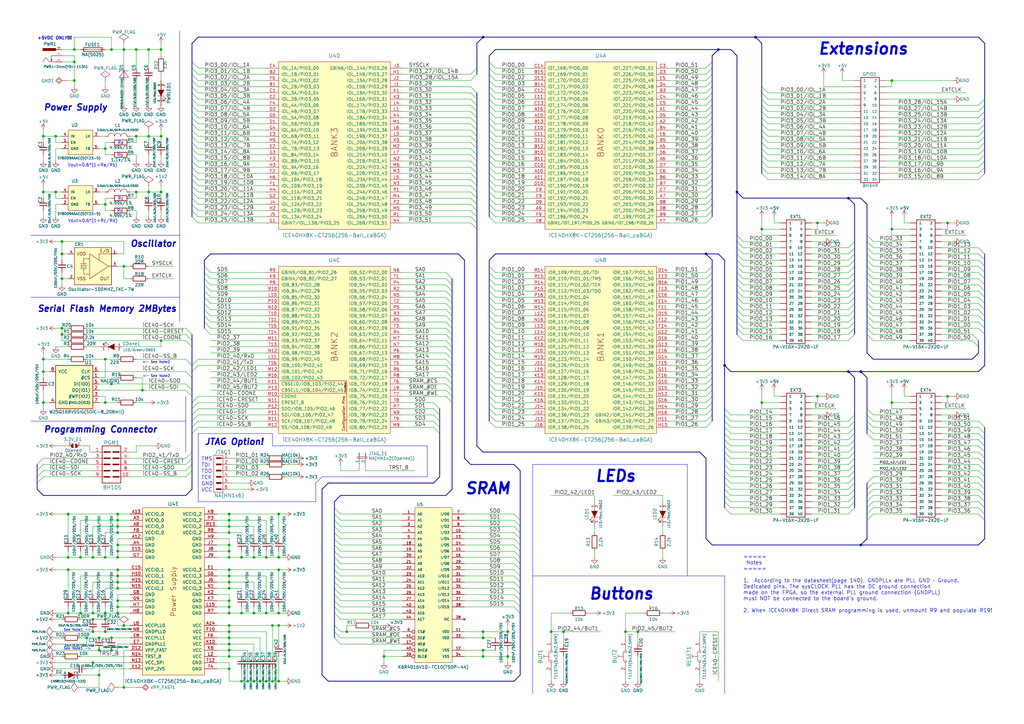
<source format=kicad_sch>
(kicad_sch (version 20230121) (generator eeschema)
  (paper "A3")
  (title_block (rev "A") (company "OLimeX LTD") (comment 1 "https://www.olimex.com/"))
  (junction (at 93.98 248.92))
  (junction (at 93.98 241.3))
  (junction (at 48.26 248.92))
  (junction (at 55.88 78.74))
  (junction (at 48.26 228.6))
  (junction (at 48.26 210.82))
  (junction (at 231.14 259.08))
  (junction (at 43.18 254))
  (junction (at 30.48 33.02))
  (junction (at 365.76 33.02))
  (junction (at 104.14 279.4))
  (junction (at 312.42 165.1))
  (junction (at 25.4 134.62))
  (junction (at 289.56 104.14))
  (junction (at 101.6 279.4))
  (junction (at 157.48 269.24))
  (junction (at 55.88 20.32))
  (junction (at 208.28 259.08))
  (junction (at 93.98 213.36))
  (junction (at 48.26 218.44))
  (junction (at 93.98 226.06))
  (junction (at 297.18 149.86))
  (junction (at 114.3 251.46))
  (junction (at 38.1 254))
  (junction (at 109.22 251.46))
  (junction (at 25.4 137.16))
  (junction (at 198.12 269.24))
  (junction (at 93.98 251.46))
  (junction (at 93.98 256.54))
  (junction (at 35.56 261.62))
  (junction (at 208.28 269.24))
  (junction (at 93.98 264.16))
  (junction (at 114.3 210.82))
  (junction (at 27.94 210.82))
  (junction (at 104.14 251.46))
  (junction (at 226.06 259.08))
  (junction (at 66.04 20.32))
  (junction (at 93.98 228.6))
  (junction (at 45.72 157.48))
  (junction (at 106.68 279.4))
  (junction (at 43.18 60.96))
  (junction (at 43.18 165.1))
  (junction (at 50.8 109.22))
  (junction (at 388.62 91.44))
  (junction (at 261.62 259.08))
  (junction (at 27.94 251.46))
  (junction (at 22.86 55.88))
  (junction (at 114.3 228.6))
  (junction (at 109.22 279.4))
  (junction (at 17.78 55.88))
  (junction (at 33.02 228.6))
  (junction (at 93.98 266.7))
  (junction (at 17.78 165.1))
  (junction (at 40.64 266.7))
  (junction (at 93.98 223.52))
  (junction (at 43.18 147.32))
  (junction (at 38.1 251.46))
  (junction (at 335.28 162.56))
  (junction (at 48.26 246.38))
  (junction (at 17.78 147.32))
  (junction (at 48.26 251.46))
  (junction (at 93.98 259.08))
  (junction (at 198.12 15.24))
  (junction (at 48.26 241.3))
  (junction (at 48.26 213.36))
  (junction (at 93.98 246.38))
  (junction (at 109.22 228.6))
  (junction (at 365.76 165.1))
  (junction (at 99.06 228.6))
  (junction (at 93.98 269.24))
  (junction (at 93.98 210.82))
  (junction (at 93.98 233.68))
  (junction (at 111.76 279.4))
  (junction (at 99.06 279.4))
  (junction (at 66.04 139.7))
  (junction (at 93.98 215.9))
  (junction (at 48.26 236.22))
  (junction (at 353.06 223.52))
  (junction (at 99.06 251.46))
  (junction (at 114.3 279.4))
  (junction (at 38.1 228.6))
  (junction (at 48.26 215.9))
  (junction (at 43.18 83.82))
  (junction (at 48.26 223.52))
  (junction (at 27.94 228.6))
  (junction (at 93.98 238.76))
  (junction (at 66.04 55.88))
  (junction (at 30.48 20.32))
  (junction (at 27.94 233.68))
  (junction (at 294.64 20.32))
  (junction (at 302.26 78.74))
  (junction (at 347.98 81.28))
  (junction (at 43.18 228.6))
  (junction (at 43.18 251.46))
  (junction (at 335.28 91.44))
  (junction (at 17.78 78.74))
  (junction (at 93.98 261.62))
  (junction (at 50.8 281.94))
  (junction (at 45.72 266.7))
  (junction (at 48.26 238.76))
  (junction (at 353.06 152.4))
  (junction (at 198.12 261.62))
  (junction (at 312.42 93.98))
  (junction (at 114.3 233.68))
  (junction (at 60.96 20.32))
  (junction (at 198.12 259.08))
  (junction (at 22.86 78.74))
  (junction (at 114.3 256.54))
  (junction (at 60.96 78.74))
  (junction (at 25.4 104.14))
  (junction (at 93.98 218.44))
  (junction (at 256.54 259.08))
  (junction (at 17.78 152.4))
  (junction (at 309.88 15.24))
  (junction (at 55.88 55.88))
  (junction (at 40.64 276.86))
  (junction (at 48.26 226.06))
  (junction (at 347.98 152.4))
  (junction (at 40.64 261.62))
  (junction (at 365.76 93.98))
  (junction (at 50.8 256.54))
  (junction (at 38.1 271.78))
  (junction (at 93.98 274.32))
  (junction (at 25.4 114.3))
  (junction (at 25.4 99.06))
  (junction (at 93.98 236.22))
  (junction (at 58.42 160.02))
  (junction (at 111.76 256.54))
  (junction (at 43.18 259.08))
  (junction (at 48.26 233.68))
  (junction (at 142.24 259.08))
  (junction (at 45.72 261.62))
  (junction (at 60.96 55.88))
  (junction (at 104.14 228.6))
  (junction (at 33.02 251.46))
  (junction (at 388.62 162.56))
  (junction (at 30.48 25.4))
  (junction (at 45.72 20.32))
  (junction (at 50.8 20.32))
  (junction (at 38.1 259.08))
  (junction (at 66.04 78.74))
  (junction (at 198.12 266.7))
  (bus_entry (at 358.14 208.28) (size -2.54 2.54))
  (bus_entry (at 292.1 116.84) (size -2.54 2.54))
  (bus_entry (at 292.1 172.72) (size -2.54 2.54))
  (bus_entry (at 401.32 104.14) (size 2.54 2.54))
  (bus_entry (at 200.66 152.4) (size 2.54 2.54))
  (bus_entry (at 210.82 241.3) (size 2.54 2.54))
  (bus_entry (at 401.32 210.82) (size 2.54 2.54))
  (bus_entry (at 210.82 228.6) (size 2.54 2.54))
  (bus_entry (at 403.86 58.42) (size -2.54 2.54))
  (bus_entry (at 292.1 127) (size -2.54 2.54))
  (bus_entry (at 81.28 170.18) (size -2.54 2.54))
  (bus_entry (at 17.78 190.5) (size -2.54 2.54))
  (bus_entry (at 403.86 40.64) (size -2.54 2.54))
  (bus_entry (at 401.32 121.92) (size 2.54 2.54))
  (bus_entry (at 292.1 114.3) (size -2.54 2.54))
  (bus_entry (at 137.16 231.14) (size 2.54 2.54))
  (bus_entry (at 200.66 121.92) (size 2.54 2.54))
  (bus_entry (at 297.18 193.04) (size 2.54 2.54))
  (bus_entry (at 292.1 48.26) (size -2.54 2.54))
  (bus_entry (at 401.32 177.8) (size 2.54 2.54))
  (bus_entry (at 78.74 25.4) (size 2.54 2.54))
  (bus_entry (at 193.04 55.88) (size 2.54 2.54))
  (bus_entry (at 401.32 185.42) (size 2.54 2.54))
  (bus_entry (at 355.6 119.38) (size 2.54 2.54))
  (bus_entry (at 350.52 208.28) (size -2.54 2.54))
  (bus_entry (at 137.16 210.82) (size 2.54 2.54))
  (bus_entry (at 76.2 160.02) (size 2.54 2.54))
  (bus_entry (at 200.66 137.16) (size 2.54 2.54))
  (bus_entry (at 81.28 172.72) (size -2.54 2.54))
  (bus_entry (at 401.32 134.62) (size 2.54 2.54))
  (bus_entry (at 193.04 78.74) (size 2.54 2.54))
  (bus_entry (at 200.66 160.02) (size 2.54 2.54))
  (bus_entry (at 200.66 127) (size 2.54 2.54))
  (bus_entry (at 182.88 147.32) (size 2.54 2.54))
  (bus_entry (at 78.74 40.64) (size 2.54 2.54))
  (bus_entry (at 182.88 129.54) (size 2.54 2.54))
  (bus_entry (at 302.26 101.6) (size 2.54 2.54))
  (bus_entry (at 17.78 193.04) (size -2.54 2.54))
  (bus_entry (at 403.86 48.26) (size -2.54 2.54))
  (bus_entry (at 312.42 35.56) (size 2.54 2.54))
  (bus_entry (at 177.8 167.64) (size 2.54 2.54))
  (bus_entry (at 83.82 114.3) (size 2.54 2.54))
  (bus_entry (at 200.66 25.4) (size 2.54 2.54))
  (bus_entry (at 297.18 205.74) (size 2.54 2.54))
  (bus_entry (at 81.28 165.1) (size -2.54 2.54))
  (bus_entry (at 401.32 124.46) (size 2.54 2.54))
  (bus_entry (at 297.18 208.28) (size 2.54 2.54))
  (bus_entry (at 312.42 50.8) (size 2.54 2.54))
  (bus_entry (at 350.52 175.26) (size -2.54 2.54))
  (bus_entry (at 401.32 119.38) (size 2.54 2.54))
  (bus_entry (at 292.1 63.5) (size -2.54 2.54))
  (bus_entry (at 83.82 121.92) (size 2.54 2.54))
  (bus_entry (at 137.16 261.62) (size 2.54 2.54))
  (bus_entry (at 355.6 101.6) (size 2.54 2.54))
  (bus_entry (at 193.04 60.96) (size 2.54 2.54))
  (bus_entry (at 350.52 109.22) (size -2.54 2.54))
  (bus_entry (at 292.1 33.02) (size -2.54 2.54))
  (bus_entry (at 312.42 60.96) (size 2.54 2.54))
  (bus_entry (at 210.82 246.38) (size 2.54 2.54))
  (bus_entry (at 350.52 99.06) (size -2.54 2.54))
  (bus_entry (at 403.86 55.88) (size -2.54 2.54))
  (bus_entry (at 182.88 137.16) (size 2.54 2.54))
  (bus_entry (at 200.66 55.88) (size 2.54 2.54))
  (bus_entry (at 302.26 121.92) (size 2.54 2.54))
  (bus_entry (at 292.1 134.62) (size -2.54 2.54))
  (bus_entry (at 200.66 71.12) (size 2.54 2.54))
  (bus_entry (at 193.04 50.8) (size 2.54 2.54))
  (bus_entry (at 401.32 203.2) (size 2.54 2.54))
  (bus_entry (at 193.04 73.66) (size 2.54 2.54))
  (bus_entry (at 200.66 50.8) (size 2.54 2.54))
  (bus_entry (at 17.78 195.58) (size -2.54 2.54))
  (bus_entry (at 350.52 101.6) (size -2.54 2.54))
  (bus_entry (at 401.32 205.74) (size 2.54 2.54))
  (bus_entry (at 312.42 63.5) (size 2.54 2.54))
  (bus_entry (at 200.66 43.18) (size 2.54 2.54))
  (bus_entry (at 200.66 114.3) (size 2.54 2.54))
  (bus_entry (at 350.52 111.76) (size -2.54 2.54))
  (bus_entry (at 297.18 172.72) (size 2.54 2.54))
  (bus_entry (at 292.1 86.36) (size -2.54 2.54))
  (bus_entry (at 292.1 76.2) (size -2.54 2.54))
  (bus_entry (at 182.88 134.62) (size 2.54 2.54))
  (bus_entry (at 350.52 104.14) (size -2.54 2.54))
  (bus_entry (at 401.32 180.34) (size 2.54 2.54))
  (bus_entry (at 350.52 121.92) (size -2.54 2.54))
  (bus_entry (at 398.78 137.16) (size 2.54 2.54))
  (bus_entry (at 81.28 147.32) (size -2.54 2.54))
  (bus_entry (at 137.16 241.3) (size 2.54 2.54))
  (bus_entry (at 200.66 66.04) (size 2.54 2.54))
  (bus_entry (at 200.66 45.72) (size 2.54 2.54))
  (bus_entry (at 302.26 106.68) (size 2.54 2.54))
  (bus_entry (at 292.1 50.8) (size -2.54 2.54))
  (bus_entry (at 182.88 144.78) (size 2.54 2.54))
  (bus_entry (at 200.66 162.56) (size 2.54 2.54))
  (bus_entry (at 350.52 106.68) (size -2.54 2.54))
  (bus_entry (at 350.52 132.08) (size -2.54 2.54))
  (bus_entry (at 193.04 53.34) (size 2.54 2.54))
  (bus_entry (at 81.28 175.26) (size -2.54 2.54))
  (bus_entry (at 200.66 170.18) (size 2.54 2.54))
  (bus_entry (at 350.52 129.54) (size -2.54 2.54))
  (bus_entry (at 355.6 104.14) (size 2.54 2.54))
  (bus_entry (at 401.32 172.72) (size 2.54 2.54))
  (bus_entry (at 78.74 60.96) (size 2.54 2.54))
  (bus_entry (at 137.16 215.9) (size 2.54 2.54))
  (bus_entry (at 83.82 116.84) (size 2.54 2.54))
  (bus_entry (at 292.1 27.94) (size -2.54 2.54))
  (bus_entry (at 401.32 129.54) (size 2.54 2.54))
  (bus_entry (at 355.6 114.3) (size 2.54 2.54))
  (bus_entry (at 350.52 177.8) (size -2.54 2.54))
  (bus_entry (at 200.66 78.74) (size 2.54 2.54))
  (bus_entry (at 312.42 68.58) (size 2.54 2.54))
  (bus_entry (at 355.6 132.08) (size 2.54 2.54))
  (bus_entry (at 292.1 55.88) (size -2.54 2.54))
  (bus_entry (at 355.6 99.06) (size 2.54 2.54))
  (bus_entry (at 401.32 106.68) (size 2.54 2.54))
  (bus_entry (at 193.04 48.26) (size 2.54 2.54))
  (bus_entry (at 83.82 111.76) (size 2.54 2.54))
  (bus_entry (at 78.74 187.96) (size -2.54 2.54))
  (bus_entry (at 292.1 83.82) (size -2.54 2.54))
  (bus_entry (at 78.74 73.66) (size 2.54 2.54))
  (bus_entry (at 200.66 157.48) (size 2.54 2.54))
  (bus_entry (at 200.66 40.64) (size 2.54 2.54))
  (bus_entry (at 78.74 48.26) (size 2.54 2.54))
  (bus_entry (at 355.6 172.72) (size 2.54 2.54))
  (bus_entry (at 358.14 210.82) (size -2.54 2.54))
  (bus_entry (at 182.88 162.56) (size 2.54 2.54))
  (bus_entry (at 137.16 259.08) (size 2.54 2.54))
  (bus_entry (at 401.32 127) (size 2.54 2.54))
  (bus_entry (at 401.32 187.96) (size 2.54 2.54))
  (bus_entry (at 83.82 129.54) (size 2.54 2.54))
  (bus_entry (at 200.66 129.54) (size 2.54 2.54))
  (bus_entry (at 200.66 132.08) (size 2.54 2.54))
  (bus_entry (at 210.82 248.92) (size 2.54 2.54))
  (bus_entry (at 358.14 205.74) (size -2.54 2.54))
  (bus_entry (at 312.42 40.64) (size 2.54 2.54))
  (bus_entry (at 355.6 170.18) (size 2.54 2.54))
  (bus_entry (at 182.88 127) (size 2.54 2.54))
  (bus_entry (at 297.18 180.34) (size 2.54 2.54))
  (bus_entry (at 78.74 53.34) (size 2.54 2.54))
  (bus_entry (at 78.74 55.88) (size 2.54 2.54))
  (bus_entry (at 137.16 208.28) (size 2.54 2.54))
  (bus_entry (at 350.52 180.34) (size -2.54 2.54))
  (bus_entry (at 137.16 248.92) (size 2.54 2.54))
  (bus_entry (at 193.04 91.44) (size 2.54 2.54))
  (bus_entry (at 182.88 132.08) (size 2.54 2.54))
  (bus_entry (at 350.52 195.58) (size -2.54 2.54))
  (bus_entry (at 200.66 149.86) (size 2.54 2.54))
  (bus_entry (at 350.52 190.5) (size -2.54 2.54))
  (bus_entry (at 302.26 109.22) (size 2.54 2.54))
  (bus_entry (at 292.1 154.94) (size -2.54 2.54))
  (bus_entry (at 401.32 111.76) (size 2.54 2.54))
  (bus_entry (at 355.6 121.92) (size 2.54 2.54))
  (bus_entry (at 200.66 167.64) (size 2.54 2.54))
  (bus_entry (at 200.66 48.26) (size 2.54 2.54))
  (bus_entry (at 78.74 81.28) (size 2.54 2.54))
  (bus_entry (at 292.1 165.1) (size -2.54 2.54))
  (bus_entry (at 193.04 35.56) (size 2.54 2.54))
  (bus_entry (at 137.16 246.38) (size 2.54 2.54))
  (bus_entry (at 403.86 68.58) (size -2.54 2.54))
  (bus_entry (at 297.18 195.58) (size 2.54 2.54))
  (bus_entry (at 302.26 137.16) (size 2.54 2.54))
  (bus_entry (at 358.14 200.66) (size -2.54 2.54))
  (bus_entry (at 403.86 53.34) (size -2.54 2.54))
  (bus_entry (at 200.66 119.38) (size 2.54 2.54))
  (bus_entry (at 297.18 200.66) (size 2.54 2.54))
  (bus_entry (at 210.82 236.22) (size 2.54 2.54))
  (bus_entry (at 401.32 114.3) (size 2.54 2.54))
  (bus_entry (at 401.32 198.12) (size 2.54 2.54))
  (bus_entry (at 78.74 83.82) (size 2.54 2.54))
  (bus_entry (at 200.66 58.42) (size 2.54 2.54))
  (bus_entry (at 302.26 127) (size 2.54 2.54))
  (bus_entry (at 200.66 73.66) (size 2.54 2.54))
  (bus_entry (at 401.32 109.22) (size 2.54 2.54))
  (bus_entry (at 292.1 121.92) (size -2.54 2.54))
  (bus_entry (at 312.42 66.04) (size 2.54 2.54))
  (bus_entry (at 292.1 58.42) (size -2.54 2.54))
  (bus_entry (at 193.04 81.28) (size 2.54 2.54))
  (bus_entry (at 401.32 193.04) (size 2.54 2.54))
  (bus_entry (at 78.74 35.56) (size 2.54 2.54))
  (bus_entry (at 200.66 165.1) (size 2.54 2.54))
  (bus_entry (at 200.66 116.84) (size 2.54 2.54))
  (bus_entry (at 355.6 127) (size 2.54 2.54))
  (bus_entry (at 200.66 27.94) (size 2.54 2.54))
  (bus_entry (at 78.74 58.42) (size 2.54 2.54))
  (bus_entry (at 200.66 30.48) (size 2.54 2.54))
  (bus_entry (at 137.16 256.54) (size 2.54 2.54))
  (bus_entry (at 302.26 134.62) (size 2.54 2.54))
  (bus_entry (at 200.66 53.34) (size 2.54 2.54))
  (bus_entry (at 350.52 200.66) (size -2.54 2.54))
  (bus_entry (at 200.66 88.9) (size 2.54 2.54))
  (bus_entry (at 137.16 223.52) (size 2.54 2.54))
  (bus_entry (at 292.1 45.72) (size -2.54 2.54))
  (bus_entry (at 200.66 147.32) (size 2.54 2.54))
  (bus_entry (at 200.66 81.28) (size 2.54 2.54))
  (bus_entry (at 200.66 139.7) (size 2.54 2.54))
  (bus_entry (at 297.18 167.64) (size 2.54 2.54))
  (bus_entry (at 292.1 71.12) (size -2.54 2.54))
  (bus_entry (at 350.52 205.74) (size -2.54 2.54))
  (bus_entry (at 350.52 170.18) (size -2.54 2.54))
  (bus_entry (at 210.82 226.06) (size 2.54 2.54))
  (bus_entry (at 137.16 213.36) (size 2.54 2.54))
  (bus_entry (at 350.52 198.12) (size -2.54 2.54))
  (bus_entry (at 182.88 157.48) (size 2.54 2.54))
  (bus_entry (at 355.6 129.54) (size 2.54 2.54))
  (bus_entry (at 137.16 220.98) (size 2.54 2.54))
  (bus_entry (at 403.86 66.04) (size -2.54 2.54))
  (bus_entry (at 292.1 109.22) (size -2.54 2.54))
  (bus_entry (at 403.86 50.8) (size -2.54 2.54))
  (bus_entry (at 292.1 35.56) (size -2.54 2.54))
  (bus_entry (at 193.04 63.5) (size 2.54 2.54))
  (bus_entry (at 78.74 63.5) (size 2.54 2.54))
  (bus_entry (at 182.88 116.84) (size 2.54 2.54))
  (bus_entry (at 78.74 66.04) (size 2.54 2.54))
  (bus_entry (at 78.74 27.94) (size 2.54 2.54))
  (bus_entry (at 312.42 53.34) (size 2.54 2.54))
  (bus_entry (at 177.8 172.72) (size 2.54 2.54))
  (bus_entry (at 210.82 220.98) (size 2.54 2.54))
  (bus_entry (at 200.66 111.76) (size 2.54 2.54))
  (bus_entry (at 292.1 129.54) (size -2.54 2.54))
  (bus_entry (at 177.8 165.1) (size 2.54 2.54))
  (bus_entry (at 17.78 187.96) (size -2.54 2.54))
  (bus_entry (at 355.6 109.22) (size 2.54 2.54))
  (bus_entry (at 292.1 142.24) (size -2.54 2.54))
  (bus_entry (at 137.16 243.84) (size 2.54 2.54))
  (bus_entry (at 355.6 175.26) (size 2.54 2.54))
  (bus_entry (at 355.6 106.68) (size 2.54 2.54))
  (bus_entry (at 210.82 231.14) (size 2.54 2.54))
  (bus_entry (at 193.04 88.9) (size 2.54 2.54))
  (bus_entry (at 403.86 71.12) (size -2.54 2.54))
  (bus_entry (at 193.04 68.58) (size 2.54 2.54))
  (bus_entry (at 193.04 58.42) (size 2.54 2.54))
  (bus_entry (at 292.1 68.58) (size -2.54 2.54))
  (bus_entry (at 83.82 119.38) (size 2.54 2.54))
  (bus_entry (at 297.18 198.12) (size 2.54 2.54))
  (bus_entry (at 355.6 124.46) (size 2.54 2.54))
  (bus_entry (at 355.6 134.62) (size 2.54 2.54))
  (bus_entry (at 177.8 175.26) (size 2.54 2.54))
  (bus_entry (at 302.26 111.76) (size 2.54 2.54))
  (bus_entry (at 292.1 53.34) (size -2.54 2.54))
  (bus_entry (at 195.58 27.94) (size -2.54 2.54))
  (bus_entry (at 401.32 116.84) (size 2.54 2.54))
  (bus_entry (at 403.86 43.18) (size -2.54 2.54))
  (bus_entry (at 78.74 50.8) (size 2.54 2.54))
  (bus_entry (at 193.04 66.04) (size 2.54 2.54))
  (bus_entry (at 83.82 127) (size 2.54 2.54))
  (bus_entry (at 358.14 198.12) (size -2.54 2.54))
  (bus_entry (at 350.52 203.2) (size -2.54 2.54))
  (bus_entry (at 137.16 226.06) (size 2.54 2.54))
  (bus_entry (at 210.82 213.36) (size 2.54 2.54))
  (bus_entry (at 297.18 190.5) (size 2.54 2.54))
  (bus_entry (at 78.74 190.5) (size -2.54 2.54))
  (bus_entry (at 210.82 210.82) (size 2.54 2.54))
  (bus_entry (at 78.74 76.2) (size 2.54 2.54))
  (bus_entry (at 302.26 114.3) (size 2.54 2.54))
  (bus_entry (at 350.52 116.84) (size -2.54 2.54))
  (bus_entry (at 182.88 160.02) (size 2.54 2.54))
  (bus_entry (at 193.04 83.82) (size 2.54 2.54))
  (bus_entry (at 302.26 99.06) (size 2.54 2.54))
  (bus_entry (at 350.52 182.88) (size -2.54 2.54))
  (bus_entry (at 195.58 30.48) (size -2.54 2.54))
  (bus_entry (at 200.66 124.46) (size 2.54 2.54))
  (bus_entry (at 193.04 45.72) (size 2.54 2.54))
  (bus_entry (at 350.52 134.62) (size -2.54 2.54))
  (bus_entry (at 292.1 40.64) (size -2.54 2.54))
  (bus_entry (at 76.2 152.4) (size 2.54 2.54))
  (bus_entry (at 302.26 116.84) (size 2.54 2.54))
  (bus_entry (at 182.88 149.86) (size 2.54 2.54))
  (bus_entry (at 292.1 30.48) (size -2.54 2.54))
  (bus_entry (at 358.14 203.2) (size -2.54 2.54))
  (bus_entry (at 355.6 167.64) (size 2.54 2.54))
  (bus_entry (at 302.26 132.08) (size 2.54 2.54))
  (bus_entry (at 200.66 38.1) (size 2.54 2.54))
  (bus_entry (at 292.1 162.56) (size -2.54 2.54))
  (bus_entry (at 81.28 167.64) (size -2.54 2.54))
  (bus_entry (at 78.74 78.74) (size 2.54 2.54))
  (bus_entry (at 210.82 243.84) (size 2.54 2.54))
  (bus_entry (at 182.88 114.3) (size 2.54 2.54))
  (bus_entry (at 292.1 132.08) (size -2.54 2.54))
  (bus_entry (at 210.82 223.52) (size 2.54 2.54))
  (bus_entry (at 350.52 193.04) (size -2.54 2.54))
  (bus_entry (at 292.1 60.96) (size -2.54 2.54))
  (bus_entry (at 355.6 137.16) (size 2.54 2.54))
  (bus_entry (at 292.1 147.32) (size -2.54 2.54))
  (bus_entry (at 292.1 157.48) (size -2.54 2.54))
  (bus_entry (at 401.32 182.88) (size 2.54 2.54))
  (bus_entry (at 292.1 88.9) (size -2.54 2.54))
  (bus_entry (at 312.42 71.12) (size 2.54 2.54))
  (bus_entry (at 76.2 147.32) (size 2.54 2.54))
  (bus_entry (at 401.32 208.28) (size 2.54 2.54))
  (bus_entry (at 302.26 96.52) (size 2.54 2.54))
  (bus_entry (at 193.04 40.64) (size 2.54 2.54))
  (bus_entry (at 292.1 170.18) (size -2.54 2.54))
  (bus_entry (at 83.82 132.08) (size 2.54 2.54))
  (bus_entry (at 78.74 185.42) (size -2.54 2.54))
  (bus_entry (at 200.66 86.36) (size 2.54 2.54))
  (bus_entry (at 137.16 233.68) (size 2.54 2.54))
  (bus_entry (at 76.2 139.7) (size 2.54 2.54))
  (bus_entry (at 200.66 76.2) (size 2.54 2.54))
  (bus_entry (at 210.82 218.44) (size 2.54 2.54))
  (bus_entry (at 78.74 30.48) (size 2.54 2.54))
  (bus_entry (at 401.32 101.6) (size 2.54 2.54))
  (bus_entry (at 292.1 73.66) (size -2.54 2.54))
  (bus_entry (at 200.66 33.02) (size 2.54 2.54))
  (bus_entry (at 398.78 139.7) (size 2.54 2.54))
  (bus_entry (at 403.86 60.96) (size -2.54 2.54))
  (bus_entry (at 83.82 109.22) (size 2.54 2.54))
  (bus_entry (at 78.74 193.04) (size -2.54 2.54))
  (bus_entry (at 297.18 177.8) (size 2.54 2.54))
  (bus_entry (at 312.42 45.72) (size 2.54 2.54))
  (bus_entry (at 137.16 236.22) (size 2.54 2.54))
  (bus_entry (at 83.82 124.46) (size 2.54 2.54))
  (bus_entry (at 312.42 38.1) (size 2.54 2.54))
  (bus_entry (at 177.8 170.18) (size 2.54 2.54))
  (bus_entry (at 297.18 187.96) (size 2.54 2.54))
  (bus_entry (at 182.88 121.92) (size 2.54 2.54))
  (bus_entry (at 350.52 187.96) (size -2.54 2.54))
  (bus_entry (at 200.66 68.58) (size 2.54 2.54))
  (bus_entry (at 76.2 157.48) (size 2.54 2.54))
  (bus_entry (at 401.32 200.66) (size 2.54 2.54))
  (bus_entry (at 358.14 195.58) (size -2.54 2.54))
  (bus_entry (at 137.16 251.46) (size 2.54 2.54))
  (bus_entry (at 182.88 152.4) (size 2.54 2.54))
  (bus_entry (at 200.66 172.72) (size 2.54 2.54))
  (bus_entry (at 350.52 114.3) (size -2.54 2.54))
  (bus_entry (at 292.1 38.1) (size -2.54 2.54))
  (bus_entry (at 200.66 109.22) (size 2.54 2.54))
  (bus_entry (at 81.28 149.86) (size -2.54 2.54))
  (bus_entry (at 137.16 238.76) (size 2.54 2.54))
  (bus_entry (at 292.1 25.4) (size -2.54 2.54))
  (bus_entry (at 292.1 144.78) (size -2.54 2.54))
  (bus_entry (at 200.66 142.24) (size 2.54 2.54))
  (bus_entry (at 78.74 88.9) (size 2.54 2.54))
  (bus_entry (at 355.6 111.76) (size 2.54 2.54))
  (bus_entry (at 182.88 119.38) (size 2.54 2.54))
  (bus_entry (at 355.6 96.52) (size 2.54 2.54))
  (bus_entry (at 401.32 175.26) (size 2.54 2.54))
  (bus_entry (at 355.6 116.84) (size 2.54 2.54))
  (bus_entry (at 292.1 119.38) (size -2.54 2.54))
  (bus_entry (at 200.66 83.82) (size 2.54 2.54))
  (bus_entry (at 200.66 35.56) (size 2.54 2.54))
  (bus_entry (at 312.42 55.88) (size 2.54 2.54))
  (bus_entry (at 81.28 162.56) (size -2.54 2.54))
  (bus_entry (at 292.1 139.7) (size -2.54 2.54))
  (bus_entry (at 297.18 175.26) (size 2.54 2.54))
  (bus_entry (at 182.88 111.76) (size 2.54 2.54))
  (bus_entry (at 312.42 58.42) (size 2.54 2.54))
  (bus_entry (at 292.1 137.16) (size -2.54 2.54))
  (bus_entry (at 78.74 68.58) (size 2.54 2.54))
  (bus_entry (at 200.66 63.5) (size 2.54 2.54))
  (bus_entry (at 182.88 124.46) (size 2.54 2.54))
  (bus_entry (at 193.04 76.2) (size 2.54 2.54))
  (bus_entry (at 137.16 228.6) (size 2.54 2.54))
  (bus_entry (at 350.52 185.42) (size -2.54 2.54))
  (bus_entry (at 78.74 45.72) (size 2.54 2.54))
  (bus_entry (at 401.32 190.5) (size 2.54 2.54))
  (bus_entry (at 401.32 195.58) (size 2.54 2.54))
  (bus_entry (at 312.42 48.26) (size 2.54 2.54))
  (bus_entry (at 83.82 134.62) (size 2.54 2.54))
  (bus_entry (at 292.1 111.76) (size -2.54 2.54))
  (bus_entry (at 78.74 33.02) (size 2.54 2.54))
  (bus_entry (at 355.6 177.8) (size 2.54 2.54))
  (bus_entry (at 302.26 124.46) (size 2.54 2.54))
  (bus_entry (at 292.1 124.46) (size -2.54 2.54))
  (bus_entry (at 297.18 182.88) (size 2.54 2.54))
  (bus_entry (at 292.1 160.02) (size -2.54 2.54))
  (bus_entry (at 193.04 43.18) (size 2.54 2.54))
  (bus_entry (at 401.32 132.08) (size 2.54 2.54))
  (bus_entry (at 210.82 215.9) (size 2.54 2.54))
  (bus_entry (at 350.52 119.38) (size -2.54 2.54))
  (bus_entry (at 292.1 149.86) (size -2.54 2.54))
  (bus_entry (at 78.74 38.1) (size 2.54 2.54))
  (bus_entry (at 302.26 104.14) (size 2.54 2.54))
  (bus_entry (at 200.66 134.62) (size 2.54 2.54))
  (bus_entry (at 350.52 137.16) (size -2.54 2.54))
  (bus_entry (at 200.66 60.96) (size 2.54 2.54))
  (bus_entry (at 403.86 45.72) (size -2.54 2.54))
  (bus_entry (at 292.1 152.4) (size -2.54 2.54))
  (bus_entry (at 210.82 238.76) (size 2.54 2.54))
  (bus_entry (at 297.18 203.2) (size 2.54 2.54))
  (bus_entry (at 182.88 142.24) (size 2.54 2.54))
  (bus_entry (at 76.2 137.16) (size 2.54 2.54))
  (bus_entry (at 350.52 172.72) (size -2.54 2.54))
  (bus_entry (at 137.16 218.44) (size 2.54 2.54))
  (bus_entry (at 193.04 86.36) (size 2.54 2.54))
  (bus_entry (at 200.66 154.94) (size 2.54 2.54))
  (bus_entry (at 76.2 134.62) (size 2.54 2.54))
  (bus_entry (at 297.18 170.18) (size 2.54 2.54))
  (bus_entry (at 312.42 43.18) (size 2.54 2.54))
  (bus_entry (at 350.52 124.46) (size -2.54 2.54))
  (bus_entry (at 78.74 71.12) (size 2.54 2.54))
  (bus_entry (at 292.1 66.04) (size -2.54 2.54))
  (bus_entry (at 292.1 167.64) (size -2.54 2.54))
  (bus_entry (at 292.1 78.74) (size -2.54 2.54))
  (bus_entry (at 182.88 154.94) (size 2.54 2.54))
  (bus_entry (at 200.66 144.78) (size 2.54 2.54))
  (bus_entry (at 403.86 63.5) (size -2.54 2.54))
  (bus_entry (at 297.18 185.42) (size 2.54 2.54))
  (bus_entry (at 210.82 233.68) (size 2.54 2.54))
  (bus_entry (at 350.52 127) (size -2.54 2.54))
  (bus_entry (at 78.74 86.36) (size 2.54 2.54))
  (bus_entry (at 193.04 71.12) (size 2.54 2.54))
  (bus_entry (at 78.74 43.18) (size 2.54 2.54))
  (bus_entry (at 302.26 129.54) (size 2.54 2.54))
  (bus_entry (at 292.1 43.18) (size -2.54 2.54))
  (bus_entry (at 193.04 38.1) (size 2.54 2.54))
  (bus_entry (at 302.26 119.38) (size 2.54 2.54))
  (bus_entry (at 182.88 139.7) (size 2.54 2.54))
  (bus_entry (at 292.1 81.28) (size -2.54 2.54))
  (wire (pts (xy 48.26 228.6) (xy 53.34 228.6)))
  (wire (pts (xy 48.26 238.76) (xy 48.26 241.3)))
  (wire (pts (xy 386.08 165.1) (xy 388.62 165.1)))
  (wire (pts (xy 43.18 218.44) (xy 48.26 218.44)))
  (bus (pts (xy 137.16 256.54) (xy 137.16 259.08)))
  (wire (pts (xy 165.1 236.22) (xy 139.7 236.22)))
  (wire (pts (xy 147.32 193.04) (xy 147.32 190.5)))
  (wire (pts (xy 312.42 160.02) (xy 312.42 165.1)))
  (wire (pts (xy 373.38 177.8) (xy 358.14 177.8)))
  (wire (pts (xy 256.54 259.08) (xy 256.54 261.62)))
  (wire (pts (xy 398.78 139.7) (xy 386.08 139.7)))
  (wire (pts (xy 48.26 238.76) (xy 53.34 238.76)))
  (wire (pts (xy 165.1 246.38) (xy 139.7 246.38)))
  (bus (pts (xy 195.58 86.36) (xy 195.58 88.9)))
  (wire (pts (xy 53.34 266.7) (xy 50.8 266.7)))
  (wire (pts (xy 93.98 200.66) (xy 101.6 200.66)))
  (wire (pts (xy 109.22 66.04) (xy 81.28 66.04)))
  (bus (pts (xy 297.18 149.86) (xy 297.18 167.64)))
  (bus (pts (xy 350.52 177.8) (xy 350.52 180.34)))
  (bus (pts (xy 83.82 127) (xy 83.82 129.54)))
  (wire (pts (xy 43.18 218.44) (xy 43.18 220.98)))
  (wire (pts (xy 93.98 266.7) (xy 93.98 269.24)))
  (wire (pts (xy 48.26 154.94) (xy 45.72 154.94)))
  (wire (pts (xy 388.62 165.1) (xy 388.62 162.56)))
  (wire (pts (xy 25.4 137.16) (xy 27.94 137.16)))
  (polyline (pts (xy 73.66 12.7) (xy 73.66 132.08)))
  (wire (pts (xy 33.02 213.36) (xy 48.26 213.36)))
  (wire (pts (xy 320.04 165.1) (xy 312.42 165.1)))
  (bus (pts (xy 350.52 114.3) (xy 350.52 116.84)))
  (wire (pts (xy 116.84 187.96) (xy 121.92 187.96)))
  (wire (pts (xy 55.88 58.42) (xy 53.34 58.42)))
  (bus (pts (xy 297.18 175.26) (xy 297.18 177.8)))
  (bus (pts (xy 355.6 213.36) (xy 355.6 220.98)))
  (wire (pts (xy 17.78 144.78) (xy 17.78 147.32)))
  (wire (pts (xy 43.18 162.56) (xy 43.18 165.1)))
  (wire (pts (xy 177.8 170.18) (xy 165.1 170.18)))
  (wire (pts (xy 218.44 71.12) (xy 203.2 71.12)))
  (bus (pts (xy 200.66 162.56) (xy 200.66 165.1)))
  (bus (pts (xy 198.12 15.24) (xy 309.88 15.24)))
  (wire (pts (xy 177.8 172.72) (xy 165.1 172.72)))
  (wire (pts (xy 45.72 15.24) (xy 45.72 20.32)))
  (wire (pts (xy 289.56 114.3) (xy 274.32 114.3)))
  (bus (pts (xy 292.1 86.36) (xy 292.1 88.9)))
  (wire (pts (xy 190.5 241.3) (xy 210.82 241.3)))
  (wire (pts (xy 109.22 35.56) (xy 81.28 35.56)))
  (wire (pts (xy 48.26 228.6) (xy 48.26 226.06)))
  (wire (pts (xy 43.18 81.28) (xy 43.18 83.82)))
  (wire (pts (xy 226.06 259.08) (xy 226.06 261.62)))
  (wire (pts (xy 289.56 165.1) (xy 274.32 165.1)))
  (wire (pts (xy 332.74 91.44) (xy 335.28 91.44)))
  (bus (pts (xy 213.36 248.92) (xy 213.36 251.46)))
  (wire (pts (xy 60.96 20.32) (xy 60.96 27.94)))
  (wire (pts (xy 190.5 223.52) (xy 210.82 223.52)))
  (bus (pts (xy 350.52 116.84) (xy 350.52 119.38)))
  (bus (pts (xy 78.74 48.26) (xy 78.74 50.8)))
  (wire (pts (xy 218.44 170.18) (xy 203.2 170.18)))
  (wire (pts (xy 193.04 73.66) (xy 165.1 73.66)))
  (bus (pts (xy 297.18 200.66) (xy 297.18 203.2)))
  (bus (pts (xy 350.52 195.58) (xy 350.52 198.12)))
  (wire (pts (xy 60.96 43.18) (xy 60.96 33.02)))
  (bus (pts (xy 292.1 30.48) (xy 292.1 33.02)))
  (wire (pts (xy 289.56 170.18) (xy 274.32 170.18)))
  (bus (pts (xy 195.58 182.88) (xy 198.12 185.42)))
  (wire (pts (xy 88.9 220.98) (xy 93.98 220.98)))
  (bus (pts (xy 350.52 111.76) (xy 350.52 114.3)))
  (bus (pts (xy 302.26 129.54) (xy 302.26 132.08)))
  (bus (pts (xy 292.1 43.18) (xy 292.1 45.72)))
  (bus (pts (xy 403.86 50.8) (xy 403.86 53.34)))
  (wire (pts (xy 289.56 149.86) (xy 274.32 149.86)))
  (bus (pts (xy 213.36 241.3) (xy 213.36 243.84)))
  (wire (pts (xy 17.78 187.96) (xy 38.1 187.96)))
  (wire (pts (xy 373.38 182.88) (xy 358.14 182.88)))
  (wire (pts (xy 271.78 205.74) (xy 271.78 203.2)))
  (bus (pts (xy 78.74 45.72) (xy 78.74 48.26)))
  (wire (pts (xy 93.98 269.24) (xy 99.06 269.24)))
  (polyline (pts (xy 76.2 172.72) (xy 12.7 172.72)))
  (bus (pts (xy 292.1 152.4) (xy 292.1 154.94)))
  (wire (pts (xy 401.32 185.42) (xy 386.08 185.42)))
  (bus (pts (xy 403.86 63.5) (xy 403.86 66.04)))
  (wire (pts (xy 104.14 264.16) (xy 104.14 269.24)))
  (wire (pts (xy 22.86 210.82) (xy 27.94 210.82)))
  (bus (pts (xy 350.52 205.74) (xy 350.52 208.28)))
  (bus (pts (xy 78.74 27.94) (xy 78.74 30.48)))
  (wire (pts (xy 363.22 50.8) (xy 401.32 50.8)))
  (bus (pts (xy 78.74 86.36) (xy 78.74 88.9)))
  (bus (pts (xy 78.74 25.4) (xy 78.74 27.94)))
  (wire (pts (xy 93.98 246.38) (xy 93.98 248.92)))
  (bus (pts (xy 403.86 205.74) (xy 403.86 208.28)))
  (wire (pts (xy 320.04 91.44) (xy 317.5 91.44)))
  (wire (pts (xy 193.04 35.56) (xy 165.1 35.56)))
  (polyline (pts (xy 12.7 121.92) (xy 73.66 121.92)))
  (wire (pts (xy 66.04 142.24) (xy 66.04 139.7)))
  (wire (pts (xy 320.04 111.76) (xy 304.8 111.76)))
  (wire (pts (xy 373.38 193.04) (xy 358.14 193.04)))
  (wire (pts (xy 33.02 236.22) (xy 48.26 236.22)))
  (wire (pts (xy 193.04 53.34) (xy 165.1 53.34)))
  (bus (pts (xy 350.52 198.12) (xy 350.52 200.66)))
  (wire (pts (xy 182.88 162.56) (xy 165.1 162.56)))
  (wire (pts (xy 25.4 60.96) (xy 22.86 60.96)))
  (bus (pts (xy 137.16 238.76) (xy 137.16 241.3)))
  (bus (pts (xy 180.34 170.18) (xy 180.34 172.72)))
  (bus (pts (xy 292.1 35.56) (xy 292.1 38.1)))
  (wire (pts (xy 320.04 101.6) (xy 304.8 101.6)))
  (polyline (pts (xy 218.44 190.5) (xy 281.94 190.5)))
  (bus (pts (xy 401.32 15.24) (xy 403.86 17.78)))
  (wire (pts (xy 401.32 172.72) (xy 386.08 172.72)))
  (wire (pts (xy 320.04 99.06) (xy 304.8 99.06)))
  (wire (pts (xy 165.1 264.16) (xy 139.7 264.16)))
  (wire (pts (xy 109.22 226.06) (xy 109.22 228.6)))
  (bus (pts (xy 200.66 63.5) (xy 200.66 66.04)))
  (bus (pts (xy 292.1 50.8) (xy 292.1 53.34)))
  (bus (pts (xy 292.1 55.88) (xy 292.1 58.42)))
  (wire (pts (xy 93.98 215.9) (xy 104.14 215.9)))
  (wire (pts (xy 218.44 134.62) (xy 203.2 134.62)))
  (wire (pts (xy 45.72 157.48) (xy 76.2 157.48)))
  (wire (pts (xy 218.44 114.3) (xy 203.2 114.3)))
  (wire (pts (xy 218.44 129.54) (xy 203.2 129.54)))
  (wire (pts (xy 289.56 30.48) (xy 274.32 30.48)))
  (wire (pts (xy 243.84 228.6) (xy 243.84 226.06)))
  (wire (pts (xy 373.38 198.12) (xy 358.14 198.12)))
  (wire (pts (xy 190.5 218.44) (xy 210.82 218.44)))
  (wire (pts (xy 165.1 231.14) (xy 139.7 231.14)))
  (bus (pts (xy 15.24 200.66) (xy 15.24 198.12)))
  (wire (pts (xy 20.32 165.1) (xy 17.78 165.1)))
  (wire (pts (xy 109.22 175.26) (xy 81.28 175.26)))
  (bus (pts (xy 355.6 205.74) (xy 355.6 208.28)))
  (wire (pts (xy 22.86 271.78) (xy 38.1 271.78)))
  (bus (pts (xy 200.66 25.4) (xy 200.66 27.94)))
  (wire (pts (xy 347.98 195.58) (xy 332.74 195.58)))
  (wire (pts (xy 43.18 228.6) (xy 43.18 226.06)))
  (wire (pts (xy 185.42 27.94) (xy 165.1 27.94)))
  (wire (pts (xy 218.44 86.36) (xy 203.2 86.36)))
  (wire (pts (xy 93.98 256.54) (xy 111.76 256.54)))
  (wire (pts (xy 363.22 48.26) (xy 401.32 48.26)))
  (bus (pts (xy 193.04 190.5) (xy 210.82 190.5)))
  (wire (pts (xy 17.78 152.4) (xy 17.78 154.94)))
  (wire (pts (xy 193.04 66.04) (xy 165.1 66.04)))
  (bus (pts (xy 200.66 137.16) (xy 200.66 139.7)))
  (bus (pts (xy 195.58 66.04) (xy 195.58 68.58)))
  (wire (pts (xy 43.18 154.94) (xy 43.18 147.32)))
  (bus (pts (xy 195.58 17.78) (xy 198.12 15.24)))
  (wire (pts (xy 93.98 238.76) (xy 104.14 238.76)))
  (bus (pts (xy 134.62 198.12) (xy 132.08 200.66)))
  (wire (pts (xy 373.38 121.92) (xy 358.14 121.92)))
  (wire (pts (xy 25.4 99.06) (xy 25.4 104.14)))
  (bus (pts (xy 355.6 203.2) (xy 355.6 205.74)))
  (wire (pts (xy 231.14 259.08) (xy 246.38 259.08)))
  (wire (pts (xy 373.38 132.08) (xy 358.14 132.08)))
  (bus (pts (xy 350.52 127) (xy 350.52 129.54)))
  (bus (pts (xy 200.66 27.94) (xy 200.66 30.48)))
  (wire (pts (xy 294.64 259.08) (xy 294.64 279.4)))
  (wire (pts (xy 139.7 190.5) (xy 139.7 193.04)))
  (wire (pts (xy 373.38 165.1) (xy 365.76 165.1)))
  (wire (pts (xy 312.42 96.52) (xy 320.04 96.52)))
  (wire (pts (xy 165.1 226.06) (xy 139.7 226.06)))
  (wire (pts (xy 182.88 116.84) (xy 165.1 116.84)))
  (bus (pts (xy 180.34 195.58) (xy 177.8 198.12)))
  (wire (pts (xy 109.22 139.7) (xy 86.36 139.7)))
  (bus (pts (xy 292.1 25.4) (xy 292.1 27.94)))
  (bus (pts (xy 185.42 116.84) (xy 185.42 119.38)))
  (wire (pts (xy 401.32 132.08) (xy 386.08 132.08)))
  (wire (pts (xy 289.56 91.44) (xy 274.32 91.44)))
  (wire (pts (xy 198.12 259.08) (xy 208.28 259.08)))
  (wire (pts (xy 350.52 48.26) (xy 314.96 48.26)))
  (wire (pts (xy 93.98 261.62) (xy 93.98 264.16)))
  (bus (pts (xy 200.66 134.62) (xy 200.66 137.16)))
  (wire (pts (xy 22.86 81.28) (xy 22.86 78.74)))
  (wire (pts (xy 363.22 58.42) (xy 401.32 58.42)))
  (bus (pts (xy 195.58 81.28) (xy 195.58 83.82)))
  (wire (pts (xy 312.42 93.98) (xy 312.42 96.52)))
  (bus (pts (xy 355.6 132.08) (xy 355.6 134.62)))
  (wire (pts (xy 104.14 279.4) (xy 106.68 279.4)))
  (wire (pts (xy 106.68 279.4) (xy 109.22 279.4)))
  (bus (pts (xy 355.6 220.98) (xy 353.06 223.52)))
  (wire (pts (xy 114.3 279.4) (xy 116.84 279.4)))
  (wire (pts (xy 93.98 223.52) (xy 93.98 226.06)))
  (bus (pts (xy 195.58 40.64) (xy 195.58 43.18)))
  (wire (pts (xy 17.78 55.88) (xy 22.86 55.88)))
  (wire (pts (xy 320.04 203.2) (xy 299.72 203.2)))
  (wire (pts (xy 373.38 172.72) (xy 358.14 172.72)))
  (polyline (pts (xy 281.94 190.5) (xy 281.94 236.22)))
  (bus (pts (xy 401.32 152.4) (xy 403.86 149.86)))
  (wire (pts (xy 27.94 251.46) (xy 33.02 251.46)))
  (wire (pts (xy 193.04 58.42) (xy 165.1 58.42)))
  (bus (pts (xy 185.42 165.1) (xy 185.42 200.66)))
  (wire (pts (xy 396.24 38.1) (xy 363.22 38.1)))
  (bus (pts (xy 195.58 83.82) (xy 195.58 86.36)))
  (wire (pts (xy 53.34 190.5) (xy 76.2 190.5)))
  (wire (pts (xy 363.22 33.02) (xy 365.76 33.02)))
  (wire (pts (xy 373.38 187.96) (xy 358.14 187.96)))
  (bus (pts (xy 86.36 104.14) (xy 187.96 104.14)))
  (bus (pts (xy 137.16 218.44) (xy 137.16 220.98)))
  (bus (pts (xy 292.1 167.64) (xy 292.1 170.18)))
  (wire (pts (xy 289.56 134.62) (xy 274.32 134.62)))
  (wire (pts (xy 165.1 243.84) (xy 139.7 243.84)))
  (wire (pts (xy 33.02 236.22) (xy 33.02 243.84)))
  (wire (pts (xy 289.56 35.56) (xy 274.32 35.56)))
  (wire (pts (xy 109.22 45.72) (xy 81.28 45.72)))
  (wire (pts (xy 17.78 78.74) (xy 22.86 78.74)))
  (wire (pts (xy 60.96 114.3) (xy 71.12 114.3)))
  (bus (pts (xy 185.42 162.56) (xy 185.42 165.1)))
  (bus (pts (xy 137.16 210.82) (xy 137.16 213.36)))
  (wire (pts (xy 157.48 269.24) (xy 157.48 271.78)))
  (bus (pts (xy 213.36 226.06) (xy 213.36 228.6)))
  (wire (pts (xy 317.5 91.44) (xy 317.5 88.9)))
  (wire (pts (xy 177.8 175.26) (xy 165.1 175.26)))
  (wire (pts (xy 182.88 144.78) (xy 165.1 144.78)))
  (bus (pts (xy 78.74 60.96) (xy 78.74 63.5)))
  (bus (pts (xy 403.86 127) (xy 403.86 124.46)))
  (wire (pts (xy 289.56 81.28) (xy 274.32 81.28)))
  (bus (pts (xy 403.86 53.34) (xy 403.86 55.88)))
  (wire (pts (xy 33.02 251.46) (xy 38.1 251.46)))
  (bus (pts (xy 78.74 137.16) (xy 78.74 139.7)))
  (wire (pts (xy 48.26 215.9) (xy 48.26 218.44)))
  (wire (pts (xy 149.86 190.5) (xy 149.86 193.04)))
  (wire (pts (xy 109.22 213.36) (xy 109.22 220.98)))
  (bus (pts (xy 185.42 154.94) (xy 185.42 157.48)))
  (bus (pts (xy 355.6 154.94) (xy 355.6 167.64)))
  (bus (pts (xy 350.52 172.72) (xy 350.52 175.26)))
  (bus (pts (xy 302.26 109.22) (xy 302.26 111.76)))
  (bus (pts (xy 312.42 40.64) (xy 312.42 43.18)))
  (bus (pts (xy 403.86 180.34) (xy 403.86 182.88)))
  (bus (pts (xy 213.36 233.68) (xy 213.36 236.22)))
  (bus (pts (xy 403.86 17.78) (xy 403.86 40.64)))
  (wire (pts (xy 109.22 68.58) (xy 81.28 68.58)))
  (wire (pts (xy 401.32 177.8) (xy 386.08 177.8)))
  (wire (pts (xy 93.98 236.22) (xy 93.98 238.76)))
  (wire (pts (xy 38.1 228.6) (xy 38.1 226.06)))
  (wire (pts (xy 53.34 185.42) (xy 55.88 185.42)))
  (wire (pts (xy 25.4 114.3) (xy 25.4 116.84)))
  (bus (pts (xy 83.82 124.46) (xy 83.82 127)))
  (bus (pts (xy 200.66 154.94) (xy 200.66 157.48)))
  (bus (pts (xy 137.16 241.3) (xy 137.16 243.84)))
  (wire (pts (xy 53.34 78.74) (xy 55.88 78.74)))
  (wire (pts (xy 218.44 45.72) (xy 203.2 45.72)))
  (wire (pts (xy 182.88 137.16) (xy 165.1 137.16)))
  (wire (pts (xy 218.44 73.66) (xy 203.2 73.66)))
  (wire (pts (xy 289.56 48.26) (xy 274.32 48.26)))
  (wire (pts (xy 27.94 228.6) (xy 33.02 228.6)))
  (wire (pts (xy 66.04 139.7) (xy 76.2 139.7)))
  (wire (pts (xy 109.22 48.26) (xy 81.28 48.26)))
  (wire (pts (xy 373.38 109.22) (xy 358.14 109.22)))
  (bus (pts (xy 403.86 149.86) (xy 403.86 137.16)))
  (wire (pts (xy 93.98 259.08) (xy 93.98 261.62)))
  (wire (pts (xy 27.94 243.84) (xy 27.94 233.68)))
  (wire (pts (xy 86.36 137.16) (xy 109.22 137.16)))
  (wire (pts (xy 373.38 93.98) (xy 365.76 93.98)))
  (wire (pts (xy 289.56 172.72) (xy 274.32 172.72)))
  (bus (pts (xy 83.82 121.92) (xy 83.82 124.46)))
  (wire (pts (xy 50.8 20.32) (xy 55.88 20.32)))
  (wire (pts (xy 401.32 195.58) (xy 386.08 195.58)))
  (wire (pts (xy 218.44 27.94) (xy 203.2 27.94)))
  (wire (pts (xy 86.36 129.54) (xy 109.22 129.54)))
  (bus (pts (xy 78.74 35.56) (xy 78.74 38.1)))
  (wire (pts (xy 289.56 88.9) (xy 274.32 88.9)))
  (wire (pts (xy 99.06 274.32) (xy 99.06 279.4)))
  (wire (pts (xy 114.3 264.16) (xy 114.3 256.54)))
  (bus (pts (xy 195.58 78.74) (xy 195.58 81.28)))
  (wire (pts (xy 38.1 195.58) (xy 17.78 195.58)))
  (bus (pts (xy 347.98 81.28) (xy 350.52 83.82)))
  (wire (pts (xy 101.6 266.7) (xy 101.6 269.24)))
  (wire (pts (xy 335.28 93.98) (xy 335.28 91.44)))
  (wire (pts (xy 289.56 157.48) (xy 274.32 157.48)))
  (wire (pts (xy 60.96 53.34) (xy 60.96 55.88)))
  (polyline (pts (xy 175.26 182.88) (xy 175.26 195.58)))
  (wire (pts (xy 48.26 264.16) (xy 48.26 266.7)))
  (wire (pts (xy 347.98 132.08) (xy 332.74 132.08)))
  (bus (pts (xy 195.58 58.42) (xy 195.58 60.96)))
  (wire (pts (xy 22.86 83.82) (xy 22.86 88.9)))
  (wire (pts (xy 289.56 76.2) (xy 274.32 76.2)))
  (bus (pts (xy 78.74 142.24) (xy 78.74 149.86)))
  (wire (pts (xy 109.22 88.9) (xy 81.28 88.9)))
  (wire (pts (xy 93.98 261.62) (xy 106.68 261.62)))
  (wire (pts (xy 60.96 66.04) (xy 60.96 63.5)))
  (wire (pts (xy 50.8 256.54) (xy 53.34 256.54)))
  (wire (pts (xy 25.4 25.4) (xy 30.48 25.4)))
  (bus (pts (xy 355.6 137.16) (xy 355.6 144.78)))
  (wire (pts (xy 114.3 210.82) (xy 116.84 210.82)))
  (bus (pts (xy 292.1 45.72) (xy 292.1 48.26)))
  (bus (pts (xy 297.18 106.68) (xy 297.18 149.86)))
  (bus (pts (xy 353.06 152.4) (xy 401.32 152.4)))
  (wire (pts (xy 27.94 33.02) (xy 30.48 33.02)))
  (wire (pts (xy 86.36 132.08) (xy 109.22 132.08)))
  (wire (pts (xy 40.64 157.48) (xy 45.72 157.48)))
  (bus (pts (xy 185.42 144.78) (xy 185.42 147.32)))
  (wire (pts (xy 40.64 261.62) (xy 45.72 261.62)))
  (polyline (pts (xy 175.26 195.58) (xy 132.08 195.58)))
  (wire (pts (xy 289.56 71.12) (xy 274.32 71.12)))
  (wire (pts (xy 289.56 116.84) (xy 274.32 116.84)))
  (wire (pts (xy 350.52 33.02) (xy 345.44 33.02)))
  (wire (pts (xy 218.44 30.48) (xy 203.2 30.48)))
  (wire (pts (xy 60.96 55.88) (xy 66.04 55.88)))
  (wire (pts (xy 373.38 170.18) (xy 358.14 170.18)))
  (bus (pts (xy 403.86 134.62) (xy 403.86 132.08)))
  (wire (pts (xy 48.26 223.52) (xy 48.26 220.98)))
  (wire (pts (xy 350.52 53.34) (xy 314.96 53.34)))
  (wire (pts (xy 347.98 180.34) (xy 332.74 180.34)))
  (wire (pts (xy 35.56 134.62) (xy 76.2 134.62)))
  (wire (pts (xy 208.28 259.08) (xy 208.28 261.62)))
  (wire (pts (xy 109.22 38.1) (xy 81.28 38.1)))
  (wire (pts (xy 335.28 91.44) (xy 337.82 91.44)))
  (wire (pts (xy 190.5 228.6) (xy 210.82 228.6)))
  (wire (pts (xy 218.44 175.26) (xy 203.2 175.26)))
  (wire (pts (xy 193.04 55.88) (xy 165.1 55.88)))
  (wire (pts (xy 25.4 137.16) (xy 25.4 139.7)))
  (wire (pts (xy 106.68 261.62) (xy 106.68 269.24)))
  (wire (pts (xy 350.52 55.88) (xy 314.96 55.88)))
  (wire (pts (xy 256.54 251.46) (xy 256.54 259.08)))
  (wire (pts (xy 36.83 185.42) (xy 36.83 182.88)))
  (wire (pts (xy 48.26 109.22) (xy 50.8 109.22)))
  (wire (pts (xy 50.8 266.7) (xy 50.8 281.94)))
  (bus (pts (xy 200.66 66.04) (xy 200.66 68.58)))
  (wire (pts (xy 347.98 116.84) (xy 332.74 116.84)))
  (wire (pts (xy 38.1 259.08) (xy 43.18 259.08)))
  (bus (pts (xy 180.34 172.72) (xy 180.34 175.26)))
  (wire (pts (xy 401.32 205.74) (xy 386.08 205.74)))
  (bus (pts (xy 302.26 104.14) (xy 302.26 106.68)))
  (wire (pts (xy 99.06 241.3) (xy 99.06 243.84)))
  (wire (pts (xy 55.88 55.88) (xy 60.96 55.88)))
  (wire (pts (xy 114.3 251.46) (xy 116.84 251.46)))
  (wire (pts (xy 373.38 203.2) (xy 358.14 203.2)))
  (bus (pts (xy 355.6 104.14) (xy 355.6 106.68)))
  (wire (pts (xy 55.88 86.36) (xy 55.88 88.9)))
  (bus (pts (xy 294.64 104.14) (xy 297.18 106.68)))
  (wire (pts (xy 218.44 124.46) (xy 203.2 124.46)))
  (bus (pts (xy 350.52 132.08) (xy 350.52 134.62)))
  (bus (pts (xy 302.26 119.38) (xy 302.26 121.92)))
  (wire (pts (xy 50.8 99.06) (xy 50.8 104.14)))
  (wire (pts (xy 22.86 60.96) (xy 22.86 66.04)))
  (wire (pts (xy 165.1 215.9) (xy 139.7 215.9)))
  (wire (pts (xy 109.22 81.28) (xy 81.28 81.28)))
  (wire (pts (xy 25.4 269.24) (xy 22.86 269.24)))
  (wire (pts (xy 218.44 157.48) (xy 203.2 157.48)))
  (wire (pts (xy 106.68 274.32) (xy 106.68 279.4)))
  (wire (pts (xy 43.18 254) (xy 48.26 254)))
  (bus (pts (xy 403.86 210.82) (xy 403.86 213.36)))
  (wire (pts (xy 401.32 198.12) (xy 386.08 198.12)))
  (bus (pts (xy 350.52 175.26) (xy 350.52 177.8)))
  (wire (pts (xy 373.38 127) (xy 358.14 127)))
  (bus (pts (xy 292.1 76.2) (xy 292.1 78.74)))
  (wire (pts (xy 320.04 119.38) (xy 304.8 119.38)))
  (wire (pts (xy 144.78 256.54) (xy 142.24 256.54)))
  (wire (pts (xy 86.36 121.92) (xy 109.22 121.92)))
  (wire (pts (xy 287.02 279.4) (xy 287.02 276.86)))
  (wire (pts (xy 86.36 160.02) (xy 109.22 160.02)))
  (wire (pts (xy 48.26 220.98) (xy 53.34 220.98)))
  (wire (pts (xy 335.28 162.56) (xy 337.82 162.56)))
  (bus (pts (xy 292.1 68.58) (xy 292.1 71.12)))
  (bus (pts (xy 292.1 147.32) (xy 292.1 149.86)))
  (bus (pts (xy 200.66 48.26) (xy 200.66 50.8)))
  (wire (pts (xy 109.22 76.2) (xy 81.28 76.2)))
  (wire (pts (xy 50.8 281.94) (xy 55.88 281.94)))
  (bus (pts (xy 355.6 119.38) (xy 355.6 121.92)))
  (bus (pts (xy 403.86 55.88) (xy 403.86 58.42)))
  (bus (pts (xy 297.18 195.58) (xy 297.18 198.12)))
  (bus (pts (xy 200.66 43.18) (xy 200.66 45.72)))
  (polyline (pts (xy 111.76 177.8) (xy 111.76 182.88)))
  (wire (pts (xy 320.04 180.34) (xy 299.72 180.34)))
  (wire (pts (xy 53.34 274.32) (xy 40.64 274.32)))
  (bus (pts (xy 297.18 149.86) (xy 299.72 152.4)))
  (bus (pts (xy 355.6 124.46) (xy 355.6 127)))
  (bus (pts (xy 353.06 223.52) (xy 401.32 223.52)))
  (wire (pts (xy 48.26 210.82) (xy 53.34 210.82)))
  (wire (pts (xy 312.42 88.9) (xy 312.42 93.98)))
  (wire (pts (xy 50.8 20.32) (xy 50.8 27.94)))
  (wire (pts (xy 48.26 210.82) (xy 48.26 213.36)))
  (wire (pts (xy 182.88 134.62) (xy 165.1 134.62)))
  (wire (pts (xy 165.1 238.76) (xy 139.7 238.76)))
  (bus (pts (xy 185.42 142.24) (xy 185.42 144.78)))
  (wire (pts (xy 111.76 256.54) (xy 111.76 269.24)))
  (wire (pts (xy 104.14 215.9) (xy 104.14 220.98)))
  (wire (pts (xy 55.88 55.88) (xy 55.88 58.42)))
  (bus (pts (xy 403.86 132.08) (xy 403.86 129.54)))
  (bus (pts (xy 403.86 119.38) (xy 403.86 116.84)))
  (wire (pts (xy 337.82 35.56) (xy 337.82 30.48)))
  (wire (pts (xy 38.1 248.92) (xy 38.1 251.46)))
  (wire (pts (xy 261.62 259.08) (xy 276.86 259.08)))
  (bus (pts (xy 312.42 38.1) (xy 312.42 40.64)))
  (wire (pts (xy 109.22 187.96) (xy 93.98 187.96)))
  (wire (pts (xy 193.04 40.64) (xy 165.1 40.64)))
  (wire (pts (xy 55.88 81.28) (xy 53.34 81.28)))
  (wire (pts (xy 401.32 127) (xy 386.08 127)))
  (bus (pts (xy 195.58 68.58) (xy 195.58 71.12)))
  (bus (pts (xy 195.58 45.72) (xy 195.58 48.26)))
  (bus (pts (xy 350.52 129.54) (xy 350.52 132.08)))
  (bus (pts (xy 195.58 76.2) (xy 195.58 78.74)))
  (wire (pts (xy 401.32 116.84) (xy 386.08 116.84)))
  (wire (pts (xy 190.5 233.68) (xy 210.82 233.68)))
  (wire (pts (xy 347.98 134.62) (xy 332.74 134.62)))
  (bus (pts (xy 312.42 50.8) (xy 312.42 53.34)))
  (bus (pts (xy 137.16 208.28) (xy 137.16 210.82)))
  (wire (pts (xy 22.86 78.74) (xy 25.4 78.74)))
  (bus (pts (xy 213.36 193.04) (xy 213.36 213.36)))
  (wire (pts (xy 116.84 190.5) (xy 121.92 190.5)))
  (bus (pts (xy 289.56 104.14) (xy 292.1 106.68)))
  (bus (pts (xy 292.1 119.38) (xy 292.1 121.92)))
  (wire (pts (xy 165.1 266.7) (xy 157.48 266.7)))
  (bus (pts (xy 297.18 193.04) (xy 297.18 195.58)))
  (bus (pts (xy 200.66 157.48) (xy 200.66 160.02)))
  (wire (pts (xy 320.04 175.26) (xy 299.72 175.26)))
  (bus (pts (xy 312.42 35.56) (xy 312.42 38.1)))
  (wire (pts (xy 99.06 218.44) (xy 99.06 220.98)))
  (bus (pts (xy 292.1 223.52) (xy 353.06 223.52)))
  (wire (pts (xy 193.04 81.28) (xy 165.1 81.28)))
  (wire (pts (xy 76.2 137.16) (xy 35.56 137.16)))
  (bus (pts (xy 76.2 203.2) (xy 17.78 203.2)))
  (wire (pts (xy 347.98 119.38) (xy 332.74 119.38)))
  (bus (pts (xy 403.86 40.64) (xy 403.86 43.18)))
  (wire (pts (xy 88.9 218.44) (xy 93.98 218.44)))
  (wire (pts (xy 193.04 45.72) (xy 165.1 45.72)))
  (wire (pts (xy 401.32 43.18) (xy 363.22 43.18)))
  (wire (pts (xy 66.04 53.34) (xy 66.04 55.88)))
  (bus (pts (xy 350.52 170.18) (xy 350.52 172.72)))
  (wire (pts (xy 35.56 261.62) (xy 35.56 264.16)))
  (bus (pts (xy 292.1 129.54) (xy 292.1 132.08)))
  (wire (pts (xy 43.18 251.46) (xy 48.26 251.46)))
  (wire (pts (xy 93.98 243.84) (xy 93.98 246.38)))
  (wire (pts (xy 396.24 96.52) (xy 386.08 96.52)))
  (bus (pts (xy 302.26 106.68) (xy 302.26 109.22)))
  (bus (pts (xy 403.86 220.98) (xy 401.32 223.52)))
  (bus (pts (xy 292.1 165.1) (xy 292.1 167.64)))
  (wire (pts (xy 22.86 134.62) (xy 25.4 134.62)))
  (wire (pts (xy 43.18 86.36) (xy 45.72 86.36)))
  (wire (pts (xy 17.78 86.36) (xy 17.78 88.9)))
  (wire (pts (xy 401.32 111.76) (xy 386.08 111.76)))
  (wire (pts (xy 40.64 142.24) (xy 35.56 142.24)))
  (wire (pts (xy 40.64 154.94) (xy 43.18 154.94)))
  (wire (pts (xy 193.04 68.58) (xy 165.1 68.58)))
  (wire (pts (xy 271.78 203.2) (xy 251.46 203.2)))
  (bus (pts (xy 347.98 152.4) (xy 350.52 154.94)))
  (wire (pts (xy 373.38 137.16) (xy 358.14 137.16)))
  (bus (pts (xy 78.74 30.48) (xy 78.74 33.02)))
  (wire (pts (xy 347.98 129.54) (xy 332.74 129.54)))
  (wire (pts (xy 104.14 228.6) (xy 109.22 228.6)))
  (wire (pts (xy 350.52 43.18) (xy 314.96 43.18)))
  (wire (pts (xy 231.14 259.08) (xy 231.14 264.16)))
  (wire (pts (xy 88.9 243.84) (xy 93.98 243.84)))
  (wire (pts (xy 165.1 30.48) (xy 193.04 30.48)))
  (bus (pts (xy 292.1 27.94) (xy 292.1 30.48)))
  (wire (pts (xy 60.96 20.32) (xy 66.04 20.32)))
  (bus (pts (xy 78.74 185.42) (xy 78.74 187.96)))
  (bus (pts (xy 78.74 139.7) (xy 78.74 142.24)))
  (wire (pts (xy 43.18 165.1) (xy 48.26 165.1)))
  (wire (pts (xy 33.02 269.24) (xy 53.34 269.24)))
  (wire (pts (xy 109.22 73.66) (xy 81.28 73.66)))
  (wire (pts (xy 22.86 58.42) (xy 22.86 55.88)))
  (wire (pts (xy 109.22 274.32) (xy 109.22 279.4)))
  (wire (pts (xy 93.98 210.82) (xy 93.98 213.36)))
  (bus (pts (xy 200.66 33.02) (xy 200.66 35.56)))
  (wire (pts (xy 218.44 50.8) (xy 203.2 50.8)))
  (wire (pts (xy 289.56 50.8) (xy 274.32 50.8)))
  (wire (pts (xy 182.88 121.92) (xy 165.1 121.92)))
  (wire (pts (xy 350.52 35.56) (xy 337.82 35.56)))
  (wire (pts (xy 347.98 106.68) (xy 332.74 106.68)))
  (bus (pts (xy 200.66 76.2) (xy 200.66 78.74)))
  (bus (pts (xy 185.42 157.48) (xy 185.42 160.02)))
  (bus (pts (xy 200.66 170.18) (xy 200.66 172.72)))
  (wire (pts (xy 347.98 101.6) (xy 332.74 101.6)))
  (bus (pts (xy 137.16 233.68) (xy 137.16 236.22)))
  (wire (pts (xy 289.56 68.58) (xy 274.32 68.58)))
  (bus (pts (xy 200.66 124.46) (xy 200.66 127)))
  (wire (pts (xy 88.9 259.08) (xy 93.98 259.08)))
  (bus (pts (xy 312.42 68.58) (xy 312.42 71.12)))
  (bus (pts (xy 292.1 124.46) (xy 292.1 127)))
  (wire (pts (xy 256.54 279.4) (xy 256.54 276.86)))
  (bus (pts (xy 213.36 243.84) (xy 213.36 246.38)))
  (bus (pts (xy 200.66 167.64) (xy 200.66 170.18)))
  (wire (pts (xy 320.04 162.56) (xy 317.5 162.56)))
  (bus (pts (xy 200.66 83.82) (xy 200.66 86.36)))
  (wire (pts (xy 93.98 228.6) (xy 99.06 228.6)))
  (wire (pts (xy 289.56 154.94) (xy 274.32 154.94)))
  (wire (pts (xy 347.98 190.5) (xy 332.74 190.5)))
  (wire (pts (xy 25.4 134.62) (xy 25.4 137.16)))
  (wire (pts (xy 27.94 104.14) (xy 25.4 104.14)))
  (wire (pts (xy 43.18 228.6) (xy 48.26 228.6)))
  (wire (pts (xy 373.38 91.44) (xy 370.84 91.44)))
  (wire (pts (xy 289.56 175.26) (xy 274.32 175.26)))
  (wire (pts (xy 256.54 251.46) (xy 264.16 251.46)))
  (wire (pts (xy 182.88 139.7) (xy 165.1 139.7)))
  (bus (pts (xy 292.1 78.74) (xy 292.1 81.28)))
  (bus (pts (xy 355.6 144.78) (xy 358.14 147.32)))
  (wire (pts (xy 109.22 144.78) (xy 86.36 144.78)))
  (bus (pts (xy 78.74 172.72) (xy 78.74 175.26)))
  (wire (pts (xy 93.98 238.76) (xy 93.98 241.3)))
  (wire (pts (xy 93.98 271.78) (xy 93.98 274.32)))
  (wire (pts (xy 33.02 276.86) (xy 40.64 276.86)))
  (wire (pts (xy 218.44 33.02) (xy 203.2 33.02)))
  (wire (pts (xy 289.56 142.24) (xy 274.32 142.24)))
  (wire (pts (xy 401.32 180.34) (xy 386.08 180.34)))
  (wire (pts (xy 345.44 33.02) (xy 345.44 30.48)))
  (wire (pts (xy 88.9 246.38) (xy 93.98 246.38)))
  (wire (pts (xy 165.1 157.48) (xy 182.88 157.48)))
  (wire (pts (xy 347.98 121.92) (xy 332.74 121.92)))
  (bus (pts (xy 312.42 55.88) (xy 312.42 58.42)))
  (wire (pts (xy 190.5 243.84) (xy 210.82 243.84)))
  (bus (pts (xy 195.58 50.8) (xy 195.58 53.34)))
  (bus (pts (xy 200.66 129.54) (xy 200.66 132.08)))
  (bus (pts (xy 187.96 104.14) (xy 190.5 106.68)))
  (wire (pts (xy 109.22 43.18) (xy 81.28 43.18)))
  (polyline (pts (xy 218.44 236.22) (xy 297.18 236.22)))
  (wire (pts (xy 109.22 91.44) (xy 81.28 91.44)))
  (bus (pts (xy 195.58 73.66) (xy 195.58 76.2)))
  (wire (pts (xy 182.88 124.46) (xy 165.1 124.46)))
  (wire (pts (xy 60.96 78.74) (xy 66.04 78.74)))
  (wire (pts (xy 93.98 248.92) (xy 93.98 251.46)))
  (wire (pts (xy 104.14 251.46) (xy 109.22 251.46)))
  (wire (pts (xy 60.96 76.2) (xy 60.96 78.74)))
  (wire (pts (xy 289.56 111.76) (xy 274.32 111.76)))
  (bus (pts (xy 200.66 139.7) (xy 200.66 142.24)))
  (wire (pts (xy 218.44 167.64) (xy 203.2 167.64)))
  (wire (pts (xy 243.84 215.9) (xy 243.84 218.44)))
  (wire (pts (xy 226.06 279.4) (xy 226.06 276.86)))
  (bus (pts (xy 350.52 119.38) (xy 350.52 121.92)))
  (wire (pts (xy 289.56 66.04) (xy 274.32 66.04)))
  (wire (pts (xy 190.5 226.06) (xy 210.82 226.06)))
  (wire (pts (xy 373.38 114.3) (xy 358.14 114.3)))
  (wire (pts (xy 401.32 114.3) (xy 386.08 114.3)))
  (wire (pts (xy 182.88 119.38) (xy 165.1 119.38)))
  (bus (pts (xy 200.66 68.58) (xy 200.66 71.12)))
  (wire (pts (xy 109.22 33.02) (xy 81.28 33.02)))
  (wire (pts (xy 208.28 269.24) (xy 208.28 271.78)))
  (wire (pts (xy 218.44 60.96) (xy 203.2 60.96)))
  (bus (pts (xy 302.26 78.74) (xy 302.26 96.52)))
  (bus (pts (xy 312.42 60.96) (xy 312.42 63.5)))
  (bus (pts (xy 347.98 81.28) (xy 353.06 81.28)))
  (wire (pts (xy 40.64 266.7) (xy 22.86 266.7)))
  (wire (pts (xy 88.9 274.32) (xy 93.98 274.32)))
  (wire (pts (xy 350.52 58.42) (xy 314.96 58.42)))
  (wire (pts (xy 93.98 241.3) (xy 99.06 241.3)))
  (wire (pts (xy 347.98 139.7) (xy 332.74 139.7)))
  (wire (pts (xy 396.24 167.64) (xy 386.08 167.64)))
  (bus (pts (xy 292.1 40.64) (xy 292.1 43.18)))
  (wire (pts (xy 347.98 177.8) (xy 332.74 177.8)))
  (wire (pts (xy 198.12 261.62) (xy 198.12 259.08)))
  (bus (pts (xy 302.26 111.76) (xy 302.26 114.3)))
  (wire (pts (xy 86.36 124.46) (xy 109.22 124.46)))
  (wire (pts (xy 93.98 256.54) (xy 93.98 259.08)))
  (bus (pts (xy 185.42 124.46) (xy 185.42 127)))
  (wire (pts (xy 289.56 137.16) (xy 274.32 137.16)))
  (wire (pts (xy 17.78 165.1) (xy 17.78 167.64)))
  (wire (pts (xy 190.5 220.98) (xy 210.82 220.98)))
  (wire (pts (xy 22.86 228.6) (xy 27.94 228.6)))
  (bus (pts (xy 78.74 17.78) (xy 78.74 25.4)))
  (bus (pts (xy 312.42 48.26) (xy 312.42 50.8)))
  (wire (pts (xy 25.4 81.28) (xy 22.86 81.28)))
  (bus (pts (xy 78.74 58.42) (xy 78.74 60.96)))
  (wire (pts (xy 350.52 60.96) (xy 314.96 60.96)))
  (wire (pts (xy 109.22 60.96) (xy 81.28 60.96)))
  (bus (pts (xy 297.18 185.42) (xy 297.18 187.96)))
  (wire (pts (xy 373.38 119.38) (xy 358.14 119.38)))
  (wire (pts (xy 165.1 241.3) (xy 139.7 241.3)))
  (bus (pts (xy 185.42 137.16) (xy 185.42 139.7)))
  (wire (pts (xy 365.76 33.02) (xy 391.16 33.02)))
  (bus (pts (xy 350.52 109.22) (xy 350.52 111.76)))
  (wire (pts (xy 320.04 116.84) (xy 304.8 116.84)))
  (wire (pts (xy 193.04 91.44) (xy 165.1 91.44)))
  (bus (pts (xy 137.16 205.74) (xy 137.16 208.28)))
  (wire (pts (xy 33.02 254) (xy 38.1 254)))
  (wire (pts (xy 40.64 55.88) (xy 43.18 55.88)))
  (wire (pts (xy 33.02 228.6) (xy 38.1 228.6)))
  (wire (pts (xy 88.9 233.68) (xy 93.98 233.68)))
  (wire (pts (xy 60.96 109.22) (xy 71.12 109.22)))
  (wire (pts (xy 88.9 251.46) (xy 93.98 251.46)))
  (bus (pts (xy 297.18 203.2) (xy 297.18 205.74)))
  (wire (pts (xy 109.22 63.5) (xy 81.28 63.5)))
  (wire (pts (xy 261.62 279.4) (xy 261.62 269.24)))
  (bus (pts (xy 401.32 142.24) (xy 401.32 139.7)))
  (bus (pts (xy 403.86 195.58) (xy 403.86 198.12)))
  (wire (pts (xy 312.42 165.1) (xy 312.42 167.64)))
  (bus (pts (xy 200.66 22.86) (xy 203.2 20.32)))
  (wire (pts (xy 177.8 167.64) (xy 165.1 167.64)))
  (wire (pts (xy 109.22 142.24) (xy 86.36 142.24)))
  (wire (pts (xy 109.22 259.08) (xy 109.22 269.24)))
  (wire (pts (xy 370.84 91.44) (xy 370.84 88.9)))
  (bus (pts (xy 355.6 96.52) (xy 355.6 99.06)))
  (wire (pts (xy 43.18 60.96) (xy 40.64 60.96)))
  (wire (pts (xy 99.06 251.46) (xy 104.14 251.46)))
  (wire (pts (xy 342.9 96.52) (xy 332.74 96.52)))
  (wire (pts (xy 193.04 48.26) (xy 165.1 48.26)))
  (wire (pts (xy 93.98 264.16) (xy 93.98 266.7)))
  (wire (pts (xy 93.98 233.68) (xy 93.98 236.22)))
  (wire (pts (xy 33.02 228.6) (xy 33.02 226.06)))
  (bus (pts (xy 210.82 279.4) (xy 134.62 279.4)))
  (bus (pts (xy 137.16 215.9) (xy 137.16 218.44)))
  (wire (pts (xy 38.1 193.04) (xy 17.78 193.04)))
  (wire (pts (xy 93.98 218.44) (xy 99.06 218.44)))
  (bus (pts (xy 355.6 198.12) (xy 355.6 200.66)))
  (wire (pts (xy 109.22 190.5) (xy 93.98 190.5)))
  (bus (pts (xy 403.86 109.22) (xy 403.86 106.68)))
  (bus (pts (xy 297.18 190.5) (xy 297.18 193.04)))
  (wire (pts (xy 60.96 78.74) (xy 60.96 81.28)))
  (wire (pts (xy 27.94 248.92) (xy 27.94 251.46)))
  (wire (pts (xy 27.94 220.98) (xy 27.94 210.82)))
  (wire (pts (xy 104.14 248.92) (xy 104.14 251.46)))
  (wire (pts (xy 48.26 213.36) (xy 53.34 213.36)))
  (wire (pts (xy 365.76 96.52) (xy 373.38 96.52)))
  (wire (pts (xy 30.48 15.24) (xy 45.72 15.24)))
  (bus (pts (xy 200.66 165.1) (xy 200.66 167.64)))
  (bus (pts (xy 200.66 58.42) (xy 200.66 60.96)))
  (wire (pts (xy 93.98 279.4) (xy 99.06 279.4)))
  (bus (pts (xy 403.86 111.76) (xy 403.86 109.22)))
  (wire (pts (xy 53.34 55.88) (xy 55.88 55.88)))
  (wire (pts (xy 86.36 127) (xy 109.22 127)))
  (bus (pts (xy 200.66 149.86) (xy 200.66 152.4)))
  (wire (pts (xy 218.44 144.78) (xy 203.2 144.78)))
  (bus (pts (xy 78.74 76.2) (xy 78.74 78.74)))
  (bus (pts (xy 83.82 119.38) (xy 83.82 121.92)))
  (bus (pts (xy 213.36 223.52) (xy 213.36 226.06)))
  (wire (pts (xy 218.44 152.4) (xy 203.2 152.4)))
  (bus (pts (xy 213.36 215.9) (xy 213.36 218.44)))
  (wire (pts (xy 373.38 129.54) (xy 358.14 129.54)))
  (wire (pts (xy 45.72 266.7) (xy 40.64 266.7)))
  (bus (pts (xy 347.98 152.4) (xy 353.06 152.4)))
  (wire (pts (xy 373.38 175.26) (xy 358.14 175.26)))
  (wire (pts (xy 43.18 35.56) (xy 43.18 33.02)))
  (wire (pts (xy 86.36 154.94) (xy 109.22 154.94)))
  (wire (pts (xy 76.2 195.58) (xy 53.34 195.58)))
  (bus (pts (xy 403.86 48.26) (xy 403.86 50.8)))
  (wire (pts (xy 50.8 114.3) (xy 53.34 114.3)))
  (wire (pts (xy 88.9 269.24) (xy 93.98 269.24)))
  (wire (pts (xy 165.1 213.36) (xy 139.7 213.36)))
  (wire (pts (xy 66.04 88.9) (xy 66.04 86.36)))
  (wire (pts (xy 38.1 185.42) (xy 36.83 185.42)))
  (wire (pts (xy 350.52 66.04) (xy 314.96 66.04)))
  (bus (pts (xy 200.66 78.74) (xy 200.66 81.28)))
  (wire (pts (xy 243.84 203.2) (xy 226.06 203.2)))
  (wire (pts (xy 320.04 185.42) (xy 299.72 185.42)))
  (wire (pts (xy 22.86 233.68) (xy 27.94 233.68)))
  (wire (pts (xy 350.52 73.66) (xy 314.96 73.66)))
  (wire (pts (xy 320.04 205.74) (xy 299.72 205.74)))
  (wire (pts (xy 93.98 198.12) (xy 101.6 198.12)))
  (wire (pts (xy 106.68 193.04) (xy 93.98 193.04)))
  (bus (pts (xy 132.08 276.86) (xy 134.62 279.4)))
  (bus (pts (xy 185.42 149.86) (xy 185.42 152.4)))
  (wire (pts (xy 218.44 111.76) (xy 203.2 111.76)))
  (bus (pts (xy 200.66 40.64) (xy 200.66 43.18)))
  (wire (pts (xy 109.22 167.64) (xy 81.28 167.64)))
  (wire (pts (xy 93.98 236.22) (xy 109.22 236.22)))
  (wire (pts (xy 386.08 93.98) (xy 388.62 93.98)))
  (wire (pts (xy 350.52 40.64) (xy 314.96 40.64)))
  (wire (pts (xy 289.56 160.02) (xy 274.32 160.02)))
  (bus (pts (xy 83.82 109.22) (xy 83.82 111.76)))
  (bus (pts (xy 78.74 66.04) (xy 78.74 68.58)))
  (bus (pts (xy 299.72 20.32) (xy 302.26 22.86)))
  (wire (pts (xy 182.88 127) (xy 165.1 127)))
  (bus (pts (xy 195.58 55.88) (xy 195.58 58.42)))
  (bus (pts (xy 200.66 38.1) (xy 200.66 40.64)))
  (wire (pts (xy 182.88 160.02) (xy 165.1 160.02)))
  (wire (pts (xy 43.18 162.56) (xy 40.64 162.56)))
  (bus (pts (xy 312.42 63.5) (xy 312.42 66.04)))
  (wire (pts (xy 165.1 251.46) (xy 139.7 251.46)))
  (wire (pts (xy 332.74 170.18) (xy 337.82 170.18)))
  (wire (pts (xy 218.44 137.16) (xy 203.2 137.16)))
  (wire (pts (xy 401.32 129.54) (xy 386.08 129.54)))
  (wire (pts (xy 401.32 106.68) (xy 386.08 106.68)))
  (bus (pts (xy 78.74 55.88) (xy 78.74 58.42)))
  (wire (pts (xy 48.26 266.7) (xy 45.72 266.7)))
  (wire (pts (xy 190.5 259.08) (xy 198.12 259.08)))
  (bus (pts (xy 297.18 187.96) (xy 297.18 190.5)))
  (wire (pts (xy 347.98 193.04) (xy 332.74 193.04)))
  (bus (pts (xy 403.86 198.12) (xy 403.86 200.66)))
  (bus (pts (xy 292.1 48.26) (xy 292.1 50.8)))
  (wire (pts (xy 193.04 83.82) (xy 165.1 83.82)))
  (wire (pts (xy 182.88 154.94) (xy 165.1 154.94)))
  (wire (pts (xy 347.98 175.26) (xy 332.74 175.26)))
  (wire (pts (xy 17.78 190.5) (xy 38.1 190.5)))
  (wire (pts (xy 22.86 259.08) (xy 38.1 259.08)))
  (wire (pts (xy 25.4 134.62) (xy 27.94 134.62)))
  (bus (pts (xy 403.86 185.42) (xy 403.86 187.96)))
  (wire (pts (xy 363.22 71.12) (xy 401.32 71.12)))
  (wire (pts (xy 66.04 30.48) (xy 66.04 33.02)))
  (polyline (pts (xy 297.18 236.22) (xy 297.18 284.48)))
  (bus (pts (xy 200.66 132.08) (xy 200.66 134.62)))
  (bus (pts (xy 83.82 106.68) (xy 86.36 104.14)))
  (bus (pts (xy 297.18 167.64) (xy 297.18 170.18)))
  (wire (pts (xy 289.56 27.94) (xy 274.32 27.94)))
  (wire (pts (xy 347.98 208.28) (xy 332.74 208.28)))
  (bus (pts (xy 403.86 182.88) (xy 403.86 185.42)))
  (wire (pts (xy 193.04 76.2) (xy 165.1 76.2)))
  (wire (pts (xy 45.72 261.62) (xy 53.34 261.62)))
  (wire (pts (xy 109.22 40.64) (xy 81.28 40.64)))
  (wire (pts (xy 142.24 259.08) (xy 165.1 259.08)))
  (wire (pts (xy 93.98 233.68) (xy 114.3 233.68)))
  (wire (pts (xy 88.9 223.52) (xy 93.98 223.52)))
  (wire (pts (xy 190.5 236.22) (xy 210.82 236.22)))
  (wire (pts (xy 373.38 210.82) (xy 358.14 210.82)))
  (wire (pts (xy 142.24 256.54) (xy 142.24 259.08)))
  (wire (pts (xy 38.1 215.9) (xy 38.1 220.98)))
  (wire (pts (xy 320.04 195.58) (xy 299.72 195.58)))
  (polyline (pts (xy 111.76 182.88) (xy 175.26 182.88)))
  (wire (pts (xy 401.32 210.82) (xy 386.08 210.82)))
  (bus (pts (xy 292.1 144.78) (xy 292.1 147.32)))
  (bus (pts (xy 302.26 116.84) (xy 302.26 119.38)))
  (bus (pts (xy 190.5 106.68) (xy 190.5 187.96)))
  (bus (pts (xy 195.58 91.44) (xy 195.58 93.98)))
  (bus (pts (xy 302.26 132.08) (xy 302.26 134.62)))
  (wire (pts (xy 363.22 35.56) (xy 365.76 35.56)))
  (bus (pts (xy 78.74 33.02) (xy 78.74 35.56)))
  (wire (pts (xy 43.18 248.92) (xy 43.18 251.46)))
  (wire (pts (xy 401.32 203.2) (xy 386.08 203.2)))
  (bus (pts (xy 200.66 142.24) (xy 200.66 144.78)))
  (wire (pts (xy 373.38 106.68) (xy 358.14 106.68)))
  (wire (pts (xy 53.34 223.52) (xy 48.26 223.52)))
  (bus (pts (xy 137.16 259.08) (xy 137.16 261.62)))
  (bus (pts (xy 294.64 20.32) (xy 299.72 20.32)))
  (wire (pts (xy 48.26 236.22) (xy 53.34 236.22)))
  (bus (pts (xy 200.66 109.22) (xy 200.66 111.76)))
  (bus (pts (xy 289.56 220.98) (xy 292.1 223.52)))
  (bus (pts (xy 403.86 124.46) (xy 403.86 121.92)))
  (wire (pts (xy 55.88 63.5) (xy 55.88 66.04)))
  (wire (pts (xy 347.98 205.74) (xy 332.74 205.74)))
  (bus (pts (xy 289.56 187.96) (xy 289.56 220.98)))
  (wire (pts (xy 109.22 279.4) (xy 111.76 279.4)))
  (bus (pts (xy 350.52 154.94) (xy 350.52 170.18)))
  (wire (pts (xy 218.44 132.08) (xy 203.2 132.08)))
  (wire (pts (xy 243.84 251.46) (xy 241.3 251.46)))
  (bus (pts (xy 350.52 83.82) (xy 350.52 99.06)))
  (bus (pts (xy 292.1 154.94) (xy 292.1 157.48)))
  (wire (pts (xy 218.44 63.5) (xy 203.2 63.5)))
  (bus (pts (xy 78.74 43.18) (xy 78.74 45.72)))
  (wire (pts (xy 22.86 182.88) (xy 27.94 182.88)))
  (wire (pts (xy 335.28 165.1) (xy 335.28 162.56)))
  (wire (pts (xy 373.38 99.06) (xy 358.14 99.06)))
  (wire (pts (xy 116.84 195.58) (xy 121.92 195.58)))
  (wire (pts (xy 177.8 165.1) (xy 165.1 165.1)))
  (wire (pts (xy 27.94 210.82) (xy 48.26 210.82)))
  (wire (pts (xy 88.9 266.7) (xy 93.98 266.7)))
  (wire (pts (xy 320.04 172.72) (xy 299.72 172.72)))
  (wire (pts (xy 370.84 162.56) (xy 370.84 160.02)))
  (wire (pts (xy 111.76 256.54) (xy 114.3 256.54)))
  (wire (pts (xy 104.14 238.76) (xy 104.14 243.84)))
  (bus (pts (xy 401.32 144.78) (xy 401.32 142.24)))
  (bus (pts (xy 78.74 190.5) (xy 78.74 193.04)))
  (wire (pts (xy 50.8 109.22) (xy 50.8 114.3)))
  (wire (pts (xy 218.44 78.74) (xy 203.2 78.74)))
  (wire (pts (xy 320.04 187.96) (xy 299.72 187.96)))
  (wire (pts (xy 287.02 259.08) (xy 294.64 259.08)))
  (bus (pts (xy 78.74 200.66) (xy 76.2 203.2)))
  (bus (pts (xy 403.86 114.3) (xy 403.86 111.76)))
  (wire (pts (xy 182.88 147.32) (xy 165.1 147.32)))
  (bus (pts (xy 200.66 111.76) (xy 200.66 114.3)))
  (bus (pts (xy 302.26 78.74) (xy 304.8 81.28)))
  (bus (pts (xy 403.86 129.54) (xy 403.86 127)))
  (bus (pts (xy 185.42 160.02) (xy 185.42 162.56)))
  (wire (pts (xy 101.6 274.32) (xy 101.6 279.4)))
  (wire (pts (xy 43.18 241.3) (xy 48.26 241.3)))
  (wire (pts (xy 193.04 88.9) (xy 165.1 88.9)))
  (wire (pts (xy 190.5 248.92) (xy 210.82 248.92)))
  (bus (pts (xy 350.52 104.14) (xy 350.52 106.68)))
  (bus (pts (xy 137.16 248.92) (xy 137.16 251.46)))
  (bus (pts (xy 195.58 93.98) (xy 195.58 182.88)))
  (bus (pts (xy 200.66 144.78) (xy 200.66 147.32)))
  (wire (pts (xy 373.38 134.62) (xy 358.14 134.62)))
  (bus (pts (xy 83.82 111.76) (xy 83.82 114.3)))
  (bus (pts (xy 355.6 109.22) (xy 355.6 111.76)))
  (wire (pts (xy 60.96 88.9) (xy 60.96 86.36)))
  (wire (pts (xy 401.32 45.72) (xy 363.22 45.72)))
  (bus (pts (xy 294.64 20.32) (xy 292.1 22.86)))
  (wire (pts (xy 48.26 246.38) (xy 48.26 248.92)))
  (wire (pts (xy 93.98 251.46) (xy 99.06 251.46)))
  (wire (pts (xy 88.9 215.9) (xy 93.98 215.9)))
  (wire (pts (xy 261.62 259.08) (xy 261.62 264.16)))
  (bus (pts (xy 185.42 134.62) (xy 185.42 137.16)))
  (bus (pts (xy 78.74 167.64) (xy 78.74 170.18)))
  (bus (pts (xy 200.66 160.02) (xy 200.66 162.56)))
  (bus (pts (xy 403.86 106.68) (xy 403.86 104.14)))
  (bus (pts (xy 353.06 81.28) (xy 355.6 83.82)))
  (bus (pts (xy 312.42 43.18) (xy 312.42 45.72)))
  (bus (pts (xy 355.6 210.82) (xy 355.6 213.36)))
  (wire (pts (xy 93.98 264.16) (xy 104.14 264.16)))
  (wire (pts (xy 332.74 162.56) (xy 335.28 162.56)))
  (bus (pts (xy 213.36 238.76) (xy 213.36 241.3)))
  (bus (pts (xy 200.66 121.92) (xy 200.66 124.46)))
  (wire (pts (xy 109.22 165.1) (xy 81.28 165.1)))
  (wire (pts (xy 289.56 124.46) (xy 274.32 124.46)))
  (wire (pts (xy 48.26 236.22) (xy 48.26 238.76)))
  (wire (pts (xy 289.56 129.54) (xy 274.32 129.54)))
  (wire (pts (xy 114.3 269.24) (xy 114.3 279.4)))
  (wire (pts (xy 289.56 78.74) (xy 274.32 78.74)))
  (bus (pts (xy 132.08 200.66) (xy 132.08 276.86)))
  (wire (pts (xy 38.1 243.84) (xy 38.1 238.76)))
  (bus (pts (xy 355.6 101.6) (xy 355.6 104.14)))
  (wire (pts (xy 99.06 279.4) (xy 101.6 279.4)))
  (bus (pts (xy 78.74 165.1) (xy 78.74 167.64)))
  (wire (pts (xy 289.56 53.34) (xy 274.32 53.34)))
  (wire (pts (xy 48.26 254) (xy 48.26 256.54)))
  (wire (pts (xy 218.44 68.58) (xy 203.2 68.58)))
  (wire (pts (xy 218.44 43.18) (xy 203.2 43.18)))
  (bus (pts (xy 195.58 71.12) (xy 195.58 73.66)))
  (bus (pts (xy 185.42 139.7) (xy 185.42 142.24)))
  (bus (pts (xy 78.74 38.1) (xy 78.74 40.64)))
  (wire (pts (xy 58.42 160.02) (xy 76.2 160.02)))
  (wire (pts (xy 93.98 215.9) (xy 93.98 218.44)))
  (wire (pts (xy 50.8 142.24) (xy 66.04 142.24)))
  (bus (pts (xy 312.42 53.34) (xy 312.42 55.88)))
  (wire (pts (xy 66.04 78.74) (xy 66.04 81.28)))
  (bus (pts (xy 177.8 198.12) (xy 134.62 198.12)))
  (bus (pts (xy 213.36 231.14) (xy 213.36 233.68)))
  (bus (pts (xy 350.52 200.66) (xy 350.52 203.2)))
  (wire (pts (xy 289.56 144.78) (xy 274.32 144.78)))
  (wire (pts (xy 363.22 66.04) (xy 401.32 66.04)))
  (wire (pts (xy 218.44 162.56) (xy 203.2 162.56)))
  (wire (pts (xy 53.34 63.5) (xy 55.88 63.5)))
  (wire (pts (xy 109.22 83.82) (xy 81.28 83.82)))
  (bus (pts (xy 292.1 134.62) (xy 292.1 137.16)))
  (bus (pts (xy 355.6 121.92) (xy 355.6 124.46)))
  (wire (pts (xy 25.4 83.82) (xy 22.86 83.82)))
  (wire (pts (xy 17.78 55.88) (xy 17.78 58.42)))
  (wire (pts (xy 347.98 198.12) (xy 332.74 198.12)))
  (bus (pts (xy 83.82 116.84) (xy 83.82 119.38)))
  (wire (pts (xy 193.04 63.5) (xy 165.1 63.5)))
  (bus (pts (xy 355.6 134.62) (xy 355.6 137.16)))
  (wire (pts (xy 55.88 78.74) (xy 55.88 81.28)))
  (wire (pts (xy 373.38 139.7) (xy 358.14 139.7)))
  (wire (pts (xy 165.1 210.82) (xy 139.7 210.82)))
  (bus (pts (xy 78.74 162.56) (xy 78.74 165.1)))
  (wire (pts (xy 114.3 256.54) (xy 116.84 256.54)))
  (bus (pts (xy 350.52 180.34) (xy 350.52 182.88)))
  (wire (pts (xy 109.22 149.86) (xy 81.28 149.86)))
  (wire (pts (xy 218.44 119.38) (xy 203.2 119.38)))
  (wire (pts (xy 93.98 226.06) (xy 93.98 228.6)))
  (wire (pts (xy 332.74 93.98) (xy 335.28 93.98)))
  (wire (pts (xy 111.76 279.4) (xy 114.3 279.4)))
  (bus (pts (xy 350.52 101.6) (xy 350.52 104.14)))
  (wire (pts (xy 109.22 30.48) (xy 81.28 30.48)))
  (wire (pts (xy 320.04 210.82) (xy 299.72 210.82)))
  (wire (pts (xy 401.32 175.26) (xy 386.08 175.26)))
  (bus (pts (xy 289.56 104.14) (xy 294.64 104.14)))
  (wire (pts (xy 45.72 154.94) (xy 45.72 157.48)))
  (bus (pts (xy 403.86 66.04) (xy 403.86 68.58)))
  (wire (pts (xy 86.36 134.62) (xy 109.22 134.62)))
  (wire (pts (xy 17.78 76.2) (xy 17.78 78.74)))
  (bus (pts (xy 78.74 81.28) (xy 78.74 83.82)))
  (wire (pts (xy 218.44 48.26) (xy 203.2 48.26)))
  (wire (pts (xy 114.3 226.06) (xy 114.3 228.6)))
  (wire (pts (xy 109.22 236.22) (xy 109.22 243.84)))
  (wire (pts (xy 25.4 261.62) (xy 22.86 261.62)))
  (wire (pts (xy 30.48 25.4) (xy 30.48 33.02)))
  (bus (pts (xy 17.78 203.2) (xy 15.24 200.66)))
  (wire (pts (xy 48.26 226.06) (xy 48.26 223.52)))
  (wire (pts (xy 320.04 106.68) (xy 304.8 106.68)))
  (bus (pts (xy 403.86 187.96) (xy 403.86 190.5)))
  (bus (pts (xy 403.86 116.84) (xy 403.86 114.3)))
  (polyline (pts (xy 73.66 96.52) (xy 12.7 96.52)))
  (wire (pts (xy 165.1 33.02) (xy 193.04 33.02)))
  (wire (pts (xy 320.04 182.88) (xy 299.72 182.88)))
  (bus (pts (xy 200.66 106.68) (xy 203.2 104.14)))
  (wire (pts (xy 320.04 193.04) (xy 299.72 193.04)))
  (bus (pts (xy 297.18 180.34) (xy 297.18 182.88)))
  (wire (pts (xy 401.32 200.66) (xy 386.08 200.66)))
  (wire (pts (xy 218.44 55.88) (xy 203.2 55.88)))
  (wire (pts (xy 320.04 132.08) (xy 304.8 132.08)))
  (wire (pts (xy 373.38 124.46) (xy 358.14 124.46)))
  (wire (pts (xy 218.44 76.2) (xy 203.2 76.2)))
  (wire (pts (xy 48.26 281.94) (xy 50.8 281.94)))
  (bus (pts (xy 83.82 132.08) (xy 83.82 134.62)))
  (wire (pts (xy 347.98 127) (xy 332.74 127)))
  (bus (pts (xy 200.66 116.84) (xy 200.66 119.38)))
  (wire (pts (xy 114.3 233.68) (xy 116.84 233.68)))
  (wire (pts (xy 93.98 259.08) (xy 109.22 259.08)))
  (wire (pts (xy 342.9 167.64) (xy 332.74 167.64)))
  (wire (pts (xy 55.88 78.74) (xy 60.96 78.74)))
  (wire (pts (xy 350.52 50.8) (xy 314.96 50.8)))
  (wire (pts (xy 350.52 38.1) (xy 314.96 38.1)))
  (wire (pts (xy 320.04 121.92) (xy 304.8 121.92)))
  (bus (pts (xy 292.1 60.96) (xy 292.1 63.5)))
  (wire (pts (xy 88.9 238.76) (xy 93.98 238.76)))
  (bus (pts (xy 137.16 213.36) (xy 137.16 215.9)))
  (wire (pts (xy 22.86 254) (xy 25.4 254)))
  (wire (pts (xy 109.22 248.92) (xy 109.22 251.46)))
  (bus (pts (xy 292.1 73.66) (xy 292.1 76.2)))
  (wire (pts (xy 48.26 243.84) (xy 53.34 243.84)))
  (wire (pts (xy 114.3 248.92) (xy 114.3 251.46)))
  (wire (pts (xy 38.1 271.78) (xy 53.34 271.78)))
  (bus (pts (xy 195.58 38.1) (xy 195.58 40.64)))
  (wire (pts (xy 271.78 228.6) (xy 271.78 226.06)))
  (bus (pts (xy 195.58 27.94) (xy 195.58 30.48)))
  (wire (pts (xy 35.56 264.16) (xy 22.86 264.16)))
  (wire (pts (xy 58.42 154.94) (xy 58.42 160.02)))
  (wire (pts (xy 139.7 193.04) (xy 147.32 193.04)))
  (bus (pts (xy 312.42 17.78) (xy 312.42 35.56)))
  (bus (pts (xy 297.18 182.88) (xy 297.18 185.42)))
  (wire (pts (xy 274.32 251.46) (xy 271.78 251.46)))
  (wire (pts (xy 109.22 86.36) (xy 81.28 86.36)))
  (wire (pts (xy 287.02 259.08) (xy 287.02 261.62)))
  (wire (pts (xy 25.4 20.32) (xy 30.48 20.32)))
  (bus (pts (xy 297.18 170.18) (xy 297.18 172.72)))
  (bus (pts (xy 200.66 55.88) (xy 200.66 58.42)))
  (wire (pts (xy 48.26 243.84) (xy 48.26 246.38)))
  (bus (pts (xy 81.28 15.24) (xy 78.74 17.78)))
  (wire (pts (xy 289.56 152.4) (xy 274.32 152.4)))
  (wire (pts (xy 347.98 104.14) (xy 332.74 104.14)))
  (wire (pts (xy 50.8 109.22) (xy 53.34 109.22)))
  (wire (pts (xy 289.56 73.66) (xy 274.32 73.66)))
  (wire (pts (xy 48.26 233.68) (xy 53.34 233.68)))
  (bus (pts (xy 200.66 114.3) (xy 200.66 116.84)))
  (bus (pts (xy 309.88 15.24) (xy 401.32 15.24)))
  (bus (pts (xy 403.86 68.58) (xy 403.86 71.12)))
  (wire (pts (xy 190.5 238.76) (xy 210.82 238.76)))
  (wire (pts (xy 289.56 86.36) (xy 274.32 86.36)))
  (bus (pts (xy 350.52 99.06) (xy 350.52 101.6)))
  (bus (pts (xy 403.86 137.16) (xy 403.86 134.62)))
  (wire (pts (xy 109.22 58.42) (xy 81.28 58.42)))
  (bus (pts (xy 213.36 251.46) (xy 213.36 276.86)))
  (bus (pts (xy 292.1 162.56) (xy 292.1 165.1)))
  (bus (pts (xy 78.74 175.26) (xy 78.74 177.8)))
  (bus (pts (xy 358.14 147.32) (xy 398.78 147.32)))
  (bus (pts (xy 180.34 177.8) (xy 180.34 195.58)))
  (bus (pts (xy 78.74 154.94) (xy 78.74 160.02)))
  (bus (pts (xy 185.42 129.54) (xy 185.42 132.08)))
  (wire (pts (xy 289.56 127) (xy 274.32 127)))
  (wire (pts (xy 165.1 254) (xy 139.7 254)))
  (bus (pts (xy 78.74 187.96) (xy 78.74 190.5)))
  (bus (pts (xy 403.86 193.04) (xy 403.86 195.58)))
  (bus (pts (xy 78.74 83.82) (xy 78.74 86.36)))
  (wire (pts (xy 289.56 121.92) (xy 274.32 121.92)))
  (bus (pts (xy 403.86 203.2) (xy 403.86 205.74)))
  (wire (pts (xy 401.32 190.5) (xy 386.08 190.5)))
  (wire (pts (xy 165.1 269.24) (xy 157.48 269.24)))
  (wire (pts (xy 27.94 147.32) (xy 17.78 147.32)))
  (bus (pts (xy 350.52 193.04) (xy 350.52 195.58)))
  (wire (pts (xy 401.32 101.6) (xy 386.08 101.6)))
  (wire (pts (xy 190.5 215.9) (xy 210.82 215.9)))
  (bus (pts (xy 403.86 60.96) (xy 403.86 63.5)))
  (bus (pts (xy 403.86 175.26) (xy 403.86 177.8)))
  (wire (pts (xy 111.76 274.32) (xy 111.76 279.4)))
  (bus (pts (xy 292.1 116.84) (xy 292.1 119.38)))
  (bus (pts (xy 398.78 147.32) (xy 401.32 144.78)))
  (wire (pts (xy 386.08 99.06) (xy 391.16 99.06)))
  (wire (pts (xy 109.22 170.18) (xy 81.28 170.18)))
  (bus (pts (xy 292.1 71.12) (xy 292.1 73.66)))
  (wire (pts (xy 320.04 129.54) (xy 304.8 129.54)))
  (wire (pts (xy 289.56 43.18) (xy 274.32 43.18)))
  (wire (pts (xy 289.56 147.32) (xy 274.32 147.32)))
  (wire (pts (xy 45.72 58.42) (xy 43.18 58.42)))
  (bus (pts (xy 297.18 198.12) (xy 297.18 200.66)))
  (wire (pts (xy 218.44 139.7) (xy 203.2 139.7)))
  (wire (pts (xy 365.76 165.1) (xy 365.76 167.64)))
  (bus (pts (xy 302.26 101.6) (xy 302.26 104.14)))
  (wire (pts (xy 30.48 33.02) (xy 30.48 35.56)))
  (bus (pts (xy 292.1 160.02) (xy 292.1 162.56)))
  (bus (pts (xy 83.82 114.3) (xy 83.82 116.84)))
  (bus (pts (xy 350.52 124.46) (xy 350.52 127)))
  (wire (pts (xy 182.88 132.08) (xy 165.1 132.08)))
  (bus (pts (xy 198.12 185.42) (xy 287.02 185.42)))
  (wire (pts (xy 218.44 35.56) (xy 203.2 35.56)))
  (bus (pts (xy 355.6 111.76) (xy 355.6 114.3)))
  (wire (pts (xy 320.04 137.16) (xy 304.8 137.16)))
  (wire (pts (xy 30.48 20.32) (xy 33.02 20.32)))
  (wire (pts (xy 53.34 226.06) (xy 48.26 226.06)))
  (bus (pts (xy 350.52 185.42) (xy 350.52 187.96)))
  (wire (pts (xy 193.04 86.36) (xy 165.1 86.36)))
  (wire (pts (xy 190.5 210.82) (xy 210.82 210.82)))
  (bus (pts (xy 403.86 177.8) (xy 403.86 180.34)))
  (bus (pts (xy 355.6 114.3) (xy 355.6 116.84)))
  (wire (pts (xy 182.88 152.4) (xy 165.1 152.4)))
  (wire (pts (xy 363.22 53.34) (xy 401.32 53.34)))
  (wire (pts (xy 60.96 55.88) (xy 60.96 58.42)))
  (bus (pts (xy 200.66 35.56) (xy 200.66 38.1)))
  (bus (pts (xy 292.1 53.34) (xy 292.1 55.88)))
  (bus (pts (xy 139.7 203.2) (xy 182.88 203.2)))
  (wire (pts (xy 40.64 281.94) (xy 33.02 281.94)))
  (wire (pts (xy 320.04 93.98) (xy 312.42 93.98)))
  (wire (pts (xy 320.04 104.14) (xy 304.8 104.14)))
  (wire (pts (xy 76.2 193.04) (xy 53.34 193.04)))
  (wire (pts (xy 347.98 203.2) (xy 332.74 203.2)))
  (wire (pts (xy 109.22 53.34) (xy 81.28 53.34)))
  (wire (pts (xy 320.04 114.3) (xy 304.8 114.3)))
  (bus (pts (xy 203.2 20.32) (xy 294.64 20.32)))
  (bus (pts (xy 195.58 17.78) (xy 195.58 27.94)))
  (bus (pts (xy 200.66 86.36) (xy 200.66 88.9)))
  (bus (pts (xy 350.52 190.5) (xy 350.52 193.04)))
  (wire (pts (xy 66.04 17.78) (xy 66.04 20.32)))
  (bus (pts (xy 312.42 17.78) (xy 309.88 15.24)))
  (wire (pts (xy 226.06 251.46) (xy 226.06 259.08)))
  (bus (pts (xy 137.16 228.6) (xy 137.16 231.14)))
  (wire (pts (xy 43.18 20.32) (xy 45.72 20.32)))
  (wire (pts (xy 25.4 58.42) (xy 22.86 58.42)))
  (bus (pts (xy 355.6 127) (xy 355.6 129.54)))
  (wire (pts (xy 218.44 121.92) (xy 203.2 121.92)))
  (wire (pts (xy 347.98 109.22) (xy 332.74 109.22)))
  (wire (pts (xy 365.76 167.64) (xy 373.38 167.64)))
  (wire (pts (xy 93.98 248.92) (xy 88.9 248.92)))
  (wire (pts (xy 48.26 248.92) (xy 48.26 251.46)))
  (wire (pts (xy 76.2 152.4) (xy 40.64 152.4)))
  (wire (pts (xy 88.9 236.22) (xy 93.98 236.22)))
  (wire (pts (xy 289.56 119.38) (xy 274.32 119.38)))
  (wire (pts (xy 43.18 243.84) (xy 43.18 241.3)))
  (wire (pts (xy 231.14 279.4) (xy 231.14 269.24)))
  (bus (pts (xy 78.74 71.12) (xy 78.74 73.66)))
  (wire (pts (xy 25.4 104.14) (xy 25.4 106.68)))
  (wire (pts (xy 289.56 45.72) (xy 274.32 45.72)))
  (wire (pts (xy 208.28 256.54) (xy 208.28 259.08)))
  (wire (pts (xy 109.22 111.76) (xy 86.36 111.76)))
  (bus (pts (xy 213.36 220.98) (xy 213.36 223.52)))
  (wire (pts (xy 350.52 45.72) (xy 314.96 45.72)))
  (wire (pts (xy 198.12 269.24) (xy 208.28 269.24)))
  (wire (pts (xy 182.88 114.3) (xy 165.1 114.3)))
  (wire (pts (xy 193.04 38.1) (xy 165.1 38.1)))
  (bus (pts (xy 195.58 53.34) (xy 195.58 55.88)))
  (bus (pts (xy 137.16 246.38) (xy 137.16 248.92)))
  (bus (pts (xy 78.74 170.18) (xy 78.74 172.72)))
  (wire (pts (xy 373.38 185.42) (xy 358.14 185.42)))
  (wire (pts (xy 17.78 63.5) (xy 17.78 66.04)))
  (bus (pts (xy 190.5 187.96) (xy 193.04 190.5)))
  (wire (pts (xy 88.9 256.54) (xy 93.98 256.54)))
  (wire (pts (xy 22.86 99.06) (xy 25.4 99.06)))
  (wire (pts (xy 401.32 109.22) (xy 386.08 109.22)))
  (bus (pts (xy 292.1 66.04) (xy 292.1 68.58)))
  (bus (pts (xy 353.06 152.4) (xy 355.6 154.94)))
  (wire (pts (xy 22.86 55.88) (xy 25.4 55.88)))
  (wire (pts (xy 43.18 83.82) (xy 43.18 86.36)))
  (bus (pts (xy 137.16 251.46) (xy 137.16 256.54)))
  (wire (pts (xy 165.1 220.98) (xy 139.7 220.98)))
  (bus (pts (xy 292.1 121.92) (xy 292.1 124.46)))
  (bus (pts (xy 403.86 43.18) (xy 403.86 45.72)))
  (bus (pts (xy 203.2 104.14) (xy 289.56 104.14)))
  (bus (pts (xy 302.26 22.86) (xy 302.26 78.74)))
  (wire (pts (xy 218.44 66.04) (xy 203.2 66.04)))
  (wire (pts (xy 193.04 78.74) (xy 165.1 78.74)))
  (wire (pts (xy 165.1 248.92) (xy 139.7 248.92)))
  (wire (pts (xy 165.1 233.68) (xy 139.7 233.68)))
  (wire (pts (xy 66.04 76.2) (xy 66.04 78.74)))
  (bus (pts (xy 292.1 83.82) (xy 292.1 86.36)))
  (wire (pts (xy 289.56 55.88) (xy 274.32 55.88)))
  (bus (pts (xy 78.74 40.64) (xy 78.74 43.18)))
  (wire (pts (xy 401.32 124.46) (xy 386.08 124.46)))
  (bus (pts (xy 78.74 177.8) (xy 78.74 185.42)))
  (wire (pts (xy 320.04 127) (xy 304.8 127)))
  (wire (pts (xy 40.64 274.32) (xy 40.64 276.86)))
  (wire (pts (xy 60.96 165.1) (xy 55.88 165.1)))
  (wire (pts (xy 25.4 139.7) (xy 27.94 139.7)))
  (wire (pts (xy 198.12 266.7) (xy 198.12 269.24)))
  (wire (pts (xy 373.38 101.6) (xy 358.14 101.6)))
  (wire (pts (xy 398.78 137.16) (xy 386.08 137.16)))
  (wire (pts (xy 289.56 162.56) (xy 274.32 162.56)))
  (bus (pts (xy 137.16 236.22) (xy 137.16 238.76)))
  (wire (pts (xy 350.52 68.58) (xy 314.96 68.58)))
  (bus (pts (xy 15.24 193.04) (xy 15.24 190.5)))
  (bus (pts (xy 302.26 96.52) (xy 302.26 99.06)))
  (wire (pts (xy 347.98 185.42) (xy 332.74 185.42)))
  (bus (pts (xy 292.1 114.3) (xy 292.1 116.84)))
  (wire (pts (xy 17.78 53.34) (xy 17.78 55.88)))
  (wire (pts (xy 365.76 35.56) (xy 365.76 33.02)))
  (wire (pts (xy 149.86 193.04) (xy 170.18 193.04)))
  (bus (pts (xy 200.66 127) (xy 200.66 129.54)))
  (bus (pts (xy 312.42 58.42) (xy 312.42 60.96)))
  (wire (pts (xy 50.8 104.14) (xy 48.26 104.14)))
  (wire (pts (xy 365.76 88.9) (xy 365.76 93.98)))
  (bus (pts (xy 403.86 208.28) (xy 403.86 210.82)))
  (wire (pts (xy 35.56 139.7) (xy 66.04 139.7)))
  (wire (pts (xy 388.62 162.56) (xy 391.16 162.56)))
  (bus (pts (xy 182.88 203.2) (xy 185.42 200.66)))
  (wire (pts (xy 22.86 142.24) (xy 27.94 142.24)))
  (wire (pts (xy 33.02 261.62) (xy 35.56 261.62)))
  (wire (pts (xy 165.1 261.62) (xy 139.7 261.62)))
  (wire (pts (xy 50.8 43.18) (xy 50.8 33.02)))
  (wire (pts (xy 401.32 134.62) (xy 386.08 134.62)))
  (wire (pts (xy 320.04 109.22) (xy 304.8 109.22)))
  (wire (pts (xy 218.44 40.64) (xy 203.2 40.64)))
  (bus (pts (xy 292.1 132.08) (xy 292.1 134.62)))
  (bus (pts (xy 403.86 121.92) (xy 403.86 119.38)))
  (wire (pts (xy 30.48 15.24) (xy 30.48 20.32)))
  (wire (pts (xy 40.64 165.1) (xy 43.18 165.1)))
  (bus (pts (xy 287.02 185.42) (xy 289.56 187.96)))
  (polyline (pts (xy 132.08 195.58) (xy 129.54 198.12)))
  (polyline (pts (xy 76.2 162.56) (xy 76.2 185.42)))
  (wire (pts (xy 109.22 71.12) (xy 81.28 71.12)))
  (bus (pts (xy 292.1 137.16) (xy 292.1 139.7)))
  (wire (pts (xy 347.98 111.76) (xy 332.74 111.76)))
  (bus (pts (xy 292.1 170.18) (xy 292.1 172.72)))
  (bus (pts (xy 195.58 63.5) (xy 195.58 66.04)))
  (wire (pts (xy 27.94 226.06) (xy 27.94 228.6)))
  (wire (pts (xy 373.38 190.5) (xy 358.14 190.5)))
  (wire (pts (xy 109.22 195.58) (xy 93.98 195.58)))
  (bus (pts (xy 78.74 193.04) (xy 78.74 200.66)))
  (bus (pts (xy 292.1 157.48) (xy 292.1 160.02)))
  (bus (pts (xy 185.42 119.38) (xy 185.42 121.92)))
  (wire (pts (xy 365.76 93.98) (xy 365.76 96.52)))
  (wire (pts (xy 182.88 142.24) (xy 165.1 142.24)))
  (wire (pts (xy 332.74 99.06) (xy 337.82 99.06)))
  (bus (pts (xy 302.26 127) (xy 302.26 129.54)))
  (bus (pts (xy 78.74 149.86) (xy 78.74 152.4)))
  (wire (pts (xy 320.04 177.8) (xy 299.72 177.8)))
  (wire (pts (xy 55.88 20.32) (xy 60.96 20.32)))
  (bus (pts (xy 200.66 119.38) (xy 200.66 121.92)))
  (wire (pts (xy 93.98 274.32) (xy 93.98 279.4)))
  (wire (pts (xy 43.18 58.42) (xy 43.18 60.96)))
  (wire (pts (xy 17.78 78.74) (xy 17.78 81.28)))
  (wire (pts (xy 93.98 210.82) (xy 114.3 210.82)))
  (bus (pts (xy 78.74 78.74) (xy 78.74 81.28)))
  (wire (pts (xy 365.76 160.02) (xy 365.76 165.1)))
  (wire (pts (xy 401.32 208.28) (xy 386.08 208.28)))
  (bus (pts (xy 185.42 121.92) (xy 185.42 124.46)))
  (wire (pts (xy 88.9 213.36) (xy 93.98 213.36)))
  (wire (pts (xy 198.12 261.62) (xy 203.2 261.62)))
  (bus (pts (xy 403.86 200.66) (xy 403.86 203.2)))
  (wire (pts (xy 109.22 50.8) (xy 81.28 50.8)))
  (bus (pts (xy 355.6 83.82) (xy 355.6 96.52)))
  (bus (pts (xy 355.6 175.26) (xy 355.6 177.8)))
  (wire (pts (xy 190.5 266.7) (xy 198.12 266.7)))
  (wire (pts (xy 35.56 274.32) (xy 38.1 274.32)))
  (wire (pts (xy 320.04 198.12) (xy 299.72 198.12)))
  (bus (pts (xy 292.1 149.86) (xy 292.1 152.4)))
  (wire (pts (xy 53.34 264.16) (xy 48.26 264.16)))
  (wire (pts (xy 289.56 63.5) (xy 274.32 63.5)))
  (bus (pts (xy 292.1 142.24) (xy 292.1 144.78)))
  (wire (pts (xy 190.5 231.14) (xy 210.82 231.14)))
  (wire (pts (xy 109.22 119.38) (xy 86.36 119.38)))
  (bus (pts (xy 403.86 45.72) (xy 403.86 48.26)))
  (wire (pts (xy 53.34 246.38) (xy 48.26 246.38)))
  (wire (pts (xy 373.38 162.56) (xy 370.84 162.56)))
  (wire (pts (xy 363.22 40.64) (xy 391.16 40.64)))
  (bus (pts (xy 195.58 48.26) (xy 195.58 50.8)))
  (wire (pts (xy 55.88 43.18) (xy 55.88 33.02)))
  (bus (pts (xy 200.66 147.32) (xy 200.66 149.86)))
  (wire (pts (xy 373.38 180.34) (xy 358.14 180.34)))
  (bus (pts (xy 200.66 81.28) (xy 200.66 83.82)))
  (wire (pts (xy 289.56 139.7) (xy 274.32 139.7)))
  (wire (pts (xy 218.44 149.86) (xy 203.2 149.86)))
  (wire (pts (xy 350.52 71.12) (xy 314.96 71.12)))
  (bus (pts (xy 200.66 53.34) (xy 200.66 55.88)))
  (wire (pts (xy 93.98 213.36) (xy 93.98 215.9)))
  (wire (pts (xy 350.52 63.5) (xy 314.96 63.5)))
  (wire (pts (xy 289.56 58.42) (xy 274.32 58.42)))
  (bus (pts (xy 200.66 60.96) (xy 200.66 63.5)))
  (wire (pts (xy 36.83 182.88) (xy 33.02 182.88)))
  (wire (pts (xy 373.38 111.76) (xy 358.14 111.76)))
  (bus (pts (xy 200.66 73.66) (xy 200.66 76.2)))
  (bus (pts (xy 180.34 167.64) (xy 180.34 170.18)))
  (wire (pts (xy 63.5 182.88) (xy 55.88 182.88)))
  (wire (pts (xy 182.88 129.54) (xy 165.1 129.54)))
  (wire (pts (xy 86.36 157.48) (xy 109.22 157.48)))
  (wire (pts (xy 190.5 246.38) (xy 210.82 246.38)))
  (wire (pts (xy 373.38 205.74) (xy 358.14 205.74)))
  (bus (pts (xy 78.74 73.66) (xy 78.74 76.2)))
  (bus (pts (xy 78.74 152.4) (xy 78.74 154.94)))
  (wire (pts (xy 99.06 248.92) (xy 99.06 251.46)))
  (wire (pts (xy 193.04 60.96) (xy 165.1 60.96)))
  (wire (pts (xy 93.98 213.36) (xy 109.22 213.36)))
  (wire (pts (xy 363.22 60.96) (xy 401.32 60.96)))
  (wire (pts (xy 373.38 208.28) (xy 358.14 208.28)))
  (wire (pts (xy 363.22 68.58) (xy 401.32 68.58)))
  (bus (pts (xy 355.6 129.54) (xy 355.6 132.08)))
  (bus (pts (xy 200.66 22.86) (xy 200.66 25.4)))
  (wire (pts (xy 208.28 266.7) (xy 208.28 269.24)))
  (wire (pts (xy 226.06 251.46) (xy 233.68 251.46)))
  (wire (pts (xy 373.38 104.14) (xy 358.14 104.14)))
  (bus (pts (xy 297.18 205.74) (xy 297.18 208.28)))
  (bus (pts (xy 200.66 50.8) (xy 200.66 53.34)))
  (bus (pts (xy 83.82 106.68) (xy 83.82 109.22)))
  (wire (pts (xy 218.44 83.82) (xy 203.2 83.82)))
  (wire (pts (xy 48.26 233.68) (xy 48.26 236.22)))
  (wire (pts (xy 38.1 228.6) (xy 43.18 228.6)))
  (wire (pts (xy 165.1 218.44) (xy 139.7 218.44)))
  (wire (pts (xy 17.78 152.4) (xy 20.32 152.4)))
  (bus (pts (xy 302.26 134.62) (xy 302.26 137.16)))
  (bus (pts (xy 185.42 152.4) (xy 185.42 154.94)))
  (bus (pts (xy 200.66 106.68) (xy 200.66 109.22)))
  (bus (pts (xy 355.6 200.66) (xy 355.6 203.2)))
  (wire (pts (xy 218.44 38.1) (xy 203.2 38.1)))
  (polyline (pts (xy 81.28 205.74) (xy 81.28 177.8)))
  (wire (pts (xy 347.98 114.3) (xy 332.74 114.3)))
  (bus (pts (xy 292.1 81.28) (xy 292.1 83.82)))
  (wire (pts (xy 109.22 251.46) (xy 114.3 251.46)))
  (bus (pts (xy 302.26 121.92) (xy 302.26 124.46)))
  (wire (pts (xy 347.98 210.82) (xy 332.74 210.82)))
  (wire (pts (xy 165.1 223.52) (xy 139.7 223.52)))
  (bus (pts (xy 78.74 68.58) (xy 78.74 71.12)))
  (wire (pts (xy 363.22 63.5) (xy 401.32 63.5)))
  (bus (pts (xy 195.58 43.18) (xy 195.58 45.72)))
  (wire (pts (xy 386.08 91.44) (xy 388.62 91.44)))
  (wire (pts (xy 40.64 78.74) (xy 43.18 78.74)))
  (wire (pts (xy 93.98 220.98) (xy 93.98 223.52)))
  (bus (pts (xy 78.74 50.8) (xy 78.74 53.34)))
  (bus (pts (xy 355.6 99.06) (xy 355.6 101.6)))
  (wire (pts (xy 93.98 266.7) (xy 101.6 266.7)))
  (bus (pts (xy 210.82 190.5) (xy 213.36 193.04)))
  (wire (pts (xy 45.72 81.28) (xy 43.18 81.28)))
  (wire (pts (xy 109.22 27.94) (xy 81.28 27.94)))
  (wire (pts (xy 25.4 99.06) (xy 50.8 99.06)))
  (wire (pts (xy 38.1 215.9) (xy 48.26 215.9)))
  (bus (pts (xy 302.26 124.46) (xy 302.26 127)))
  (wire (pts (xy 347.98 200.66) (xy 332.74 200.66)))
  (bus (pts (xy 78.74 160.02) (xy 78.74 162.56)))
  (wire (pts (xy 218.44 81.28) (xy 203.2 81.28)))
  (wire (pts (xy 373.38 200.66) (xy 358.14 200.66)))
  (wire (pts (xy 104.14 226.06) (xy 104.14 228.6)))
  (wire (pts (xy 43.18 83.82) (xy 40.64 83.82)))
  (wire (pts (xy 320.04 134.62) (xy 304.8 134.62)))
  (bus (pts (xy 292.1 127) (xy 292.1 129.54)))
  (bus (pts (xy 302.26 99.06) (xy 302.26 101.6)))
  (wire (pts (xy 193.04 50.8) (xy 165.1 50.8)))
  (wire (pts (xy 218.44 154.94) (xy 203.2 154.94)))
  (wire (pts (xy 198.12 266.7) (xy 203.2 266.7)))
  (wire (pts (xy 17.78 160.02) (xy 17.78 165.1)))
  (wire (pts (xy 48.26 218.44) (xy 53.34 218.44)))
  (wire (pts (xy 289.56 83.82) (xy 274.32 83.82)))
  (wire (pts (xy 320.04 124.46) (xy 304.8 124.46)))
  (bus (pts (xy 292.1 139.7) (xy 292.1 142.24)))
  (bus (pts (xy 81.28 15.24) (xy 198.12 15.24)))
  (wire (pts (xy 38.1 274.32) (xy 38.1 271.78)))
  (wire (pts (xy 17.78 147.32) (xy 17.78 152.4)))
  (wire (pts (xy 38.1 251.46) (xy 43.18 251.46)))
  (wire (pts (xy 22.86 276.86) (xy 25.4 276.86)))
  (bus (pts (xy 299.72 152.4) (xy 347.98 152.4)))
  (wire (pts (xy 109.22 228.6) (xy 114.3 228.6)))
  (wire (pts (xy 76.2 187.96) (xy 53.34 187.96)))
  (wire (pts (xy 320.04 190.5) (xy 299.72 190.5)))
  (bus (pts (xy 304.8 81.28) (xy 347.98 81.28)))
  (wire (pts (xy 218.44 142.24) (xy 203.2 142.24)))
  (wire (pts (xy 53.34 248.92) (xy 48.26 248.92)))
  (wire (pts (xy 109.22 78.74) (xy 81.28 78.74)))
  (bus (pts (xy 302.26 114.3) (xy 302.26 116.84)))
  (wire (pts (xy 33.02 248.92) (xy 33.02 251.46)))
  (wire (pts (xy 218.44 58.42) (xy 203.2 58.42)))
  (wire (pts (xy 30.48 22.86) (xy 30.48 25.4)))
  (bus (pts (xy 350.52 182.88) (xy 350.52 185.42)))
  (wire (pts (xy 25.4 22.86) (xy 30.48 22.86)))
  (bus (pts (xy 312.42 45.72) (xy 312.42 48.26)))
  (wire (pts (xy 218.44 116.84) (xy 203.2 116.84)))
  (wire (pts (xy 320.04 139.7) (xy 304.8 139.7)))
  (wire (pts (xy 218.44 160.02) (xy 203.2 160.02)))
  (wire (pts (xy 320.04 170.18) (xy 299.72 170.18)))
  (polyline (pts (xy 218.44 190.5) (xy 218.44 284.48)))
  (bus (pts (xy 292.1 106.68) (xy 292.1 109.22)))
  (wire (pts (xy 33.02 213.36) (xy 33.02 220.98)))
  (bus (pts (xy 78.74 53.34) (xy 78.74 55.88)))
  (wire (pts (xy 388.62 93.98) (xy 388.62 91.44)))
  (wire (pts (xy 218.44 147.32) (xy 203.2 147.32)))
  (bus (pts (xy 213.36 246.38) (xy 213.36 248.92)))
  (polyline (pts (xy 81.28 177.8) (xy 111.76 177.8)))
  (bus (pts (xy 292.1 109.22) (xy 292.1 111.76)))
  (bus (pts (xy 350.52 134.62) (xy 350.52 137.16)))
  (bus (pts (xy 292.1 58.42) (xy 292.1 60.96)))
  (wire (pts (xy 27.94 233.68) (xy 48.26 233.68)))
  (wire (pts (xy 93.98 226.06) (xy 88.9 226.06)))
  (wire (pts (xy 347.98 137.16) (xy 332.74 137.16)))
  (wire (pts (xy 218.44 172.72) (xy 203.2 172.72)))
  (bus (pts (xy 185.42 132.08) (xy 185.42 134.62)))
  (wire (pts (xy 109.22 172.72) (xy 81.28 172.72)))
  (wire (pts (xy 401.32 182.88) (xy 386.08 182.88)))
  (wire (pts (xy 312.42 167.64) (xy 320.04 167.64)))
  (bus (pts (xy 195.58 60.96) (xy 195.58 63.5)))
  (wire (pts (xy 48.26 241.3) (xy 53.34 241.3)))
  (wire (pts (xy 35.56 261.62) (xy 40.64 261.62)))
  (bus (pts (xy 213.36 236.22) (xy 213.36 238.76)))
  (wire (pts (xy 50.8 17.78) (xy 50.8 20.32)))
  (wire (pts (xy 114.3 233.68) (xy 114.3 243.84)))
  (bus (pts (xy 355.6 170.18) (xy 355.6 172.72)))
  (wire (pts (xy 86.36 152.4) (xy 109.22 152.4)))
  (wire (pts (xy 218.44 127) (xy 203.2 127)))
  (bus (pts (xy 137.16 226.06) (xy 137.16 228.6)))
  (wire (pts (xy 55.88 182.88) (xy 55.88 185.42)))
  (wire (pts (xy 386.08 170.18) (xy 391.16 170.18)))
  (wire (pts (xy 401.32 187.96) (xy 386.08 187.96)))
  (wire (pts (xy 289.56 38.1) (xy 274.32 38.1)))
  (wire (pts (xy 190.5 261.62) (xy 198.12 261.62)))
  (wire (pts (xy 218.44 53.34) (xy 203.2 53.34)))
  (wire (pts (xy 55.88 20.32) (xy 55.88 27.94)))
  (bus (pts (xy 355.6 208.28) (xy 355.6 210.82)))
  (bus (pts (xy 137.16 205.74) (xy 139.7 203.2)))
  (wire (pts (xy 218.44 88.9) (xy 203.2 88.9)))
  (wire (pts (xy 182.88 149.86) (xy 165.1 149.86)))
  (wire (pts (xy 139.7 259.08) (xy 142.24 259.08)))
  (wire (pts (xy 401.32 104.14) (xy 386.08 104.14)))
  (bus (pts (xy 83.82 129.54) (xy 83.82 132.08)))
  (wire (pts (xy 226.06 259.08) (xy 231.14 259.08)))
  (wire (pts (xy 66.04 55.88) (xy 66.04 58.42)))
  (wire (pts (xy 109.22 55.88) (xy 81.28 55.88)))
  (bus (pts (xy 137.16 220.98) (xy 137.16 223.52)))
  (wire (pts (xy 289.56 132.08) (xy 274.32 132.08)))
  (bus (pts (xy 137.16 223.52) (xy 137.16 226.06)))
  (wire (pts (xy 256.54 259.08) (xy 261.62 259.08)))
  (wire (pts (xy 320.04 200.66) (xy 299.72 200.66)))
  (bus (pts (xy 355.6 167.64) (xy 355.6 170.18)))
  (wire (pts (xy 114.3 228.6) (xy 116.84 228.6)))
  (bus (pts (xy 200.66 71.12) (xy 200.66 73.66)))
  (wire (pts (xy 190.5 213.36) (xy 210.82 213.36)))
  (wire (pts (xy 104.14 274.32) (xy 104.14 279.4)))
  (bus (pts (xy 200.66 45.72) (xy 200.66 48.26)))
  (bus (pts (xy 213.36 213.36) (xy 213.36 215.9)))
  (wire (pts (xy 66.04 66.04) (xy 66.04 63.5)))
  (bus (pts (xy 213.36 276.86) (xy 210.82 279.4)))
  (wire (pts (xy 401.32 121.92) (xy 386.08 121.92)))
  (wire (pts (xy 30.48 274.32) (xy 22.86 274.32)))
  (wire (pts (xy 289.56 33.02) (xy 274.32 33.02)))
  (bus (pts (xy 185.42 147.32) (xy 185.42 149.86)))
  (wire (pts (xy 347.98 187.96) (xy 332.74 187.96)))
  (wire (pts (xy 43.18 63.5) (xy 45.72 63.5)))
  (wire (pts (xy 25.4 111.76) (xy 25.4 114.3)))
  (wire (pts (xy 53.34 86.36) (xy 55.88 86.36)))
  (wire (pts (xy 109.22 114.3) (xy 86.36 114.3)))
  (wire (pts (xy 271.78 215.9) (xy 271.78 218.44)))
  (polyline (pts (xy 129.54 205.74) (xy 81.28 205.74)))
  (wire (pts (xy 43.18 147.32) (xy 48.26 147.32)))
  (wire (pts (xy 320.04 208.28) (xy 299.72 208.28)))
  (bus (pts (xy 292.1 63.5) (xy 292.1 66.04)))
  (bus (pts (xy 403.86 58.42) (xy 403.86 60.96)))
  (bus (pts (xy 350.52 187.96) (xy 350.52 190.5)))
  (wire (pts (xy 40.64 276.86) (xy 40.64 281.94)))
  (wire (pts (xy 48.26 256.54) (xy 50.8 256.54)))
  (wire (pts (xy 109.22 147.32) (xy 81.28 147.32)))
  (wire (pts (xy 373.38 195.58) (xy 358.14 195.58)))
  (wire (pts (xy 218.44 91.44) (xy 203.2 91.44)))
  (wire (pts (xy 35.56 147.32) (xy 43.18 147.32)))
  (bus (pts (xy 137.16 243.84) (xy 137.16 246.38)))
  (bus (pts (xy 213.36 218.44) (xy 213.36 220.98)))
  (bus (pts (xy 292.1 111.76) (xy 292.1 114.3)))
  (bus (pts (xy 200.66 152.4) (xy 200.66 154.94)))
  (wire (pts (xy 48.26 251.46) (xy 53.34 251.46)))
  (wire (pts (xy 114.3 210.82) (xy 114.3 220.98)))
  (wire (pts (xy 99.06 228.6) (xy 104.14 228.6)))
  (wire (pts (xy 388.62 91.44) (xy 391.16 91.44)))
  (bus (pts (xy 403.86 213.36) (xy 403.86 220.98)))
  (bus (pts (xy 180.34 175.26) (xy 180.34 177.8)))
  (wire (pts (xy 193.04 71.12) (xy 165.1 71.12)))
  (bus (pts (xy 350.52 106.68) (xy 350.52 109.22)))
  (wire (pts (xy 101.6 279.4) (xy 104.14 279.4)))
  (bus (pts (xy 292.1 22.86) (xy 292.1 25.4)))
  (wire (pts (xy 347.98 172.72) (xy 332.74 172.72)))
  (wire (pts (xy 317.5 162.56) (xy 317.5 160.02)))
  (bus (pts (xy 185.42 114.3) (xy 185.42 116.84)))
  (bus (pts (xy 292.1 38.1) (xy 292.1 40.64)))
  (wire (pts (xy 88.9 264.16) (xy 93.98 264.16)))
  (wire (pts (xy 165.1 228.6) (xy 139.7 228.6)))
  (wire (pts (xy 88.9 210.82) (xy 93.98 210.82)))
  (wire (pts (xy 289.56 40.64) (xy 274.32 40.64)))
  (wire (pts (xy 289.56 60.96) (xy 274.32 60.96)))
  (wire (pts (xy 22.86 251.46) (xy 27.94 251.46)))
  (wire (pts (xy 48.26 213.36) (xy 48.26 215.9)))
  (wire (pts (xy 401.32 119.38) (xy 386.08 119.38)))
  (wire (pts (xy 109.22 116.84) (xy 86.36 116.84)))
  (wire (pts (xy 88.9 241.3) (xy 93.98 241.3)))
  (wire (pts (xy 55.88 154.94) (xy 58.42 154.94)))
  (wire (pts (xy 38.1 238.76) (xy 48.26 238.76)))
  (bus (pts (xy 355.6 116.84) (xy 355.6 119.38)))
  (bus (pts (xy 195.58 88.9) (xy 195.58 91.44)))
  (bus (pts (xy 297.18 177.8) (xy 297.18 180.34)))
  (wire (pts (xy 373.38 116.84) (xy 358.14 116.84)))
  (bus (pts (xy 350.52 121.92) (xy 350.52 124.46)))
  (wire (pts (xy 88.9 271.78) (xy 93.98 271.78)))
  (wire (pts (xy 43.18 60.96) (xy 43.18 63.5)))
  (wire (pts (xy 193.04 43.18) (xy 165.1 43.18)))
  (bus (pts (xy 312.42 66.04) (xy 312.42 68.58)))
  (wire (pts (xy 363.22 73.66) (xy 401.32 73.66)))
  (wire (pts (xy 66.04 20.32) (xy 66.04 22.86)))
  (wire (pts (xy 88.9 261.62) (xy 93.98 261.62)))
  (wire (pts (xy 289.56 167.64) (xy 274.32 167.64)))
  (wire (pts (xy 48.26 215.9) (xy 53.34 215.9)))
  (bus (pts (xy 185.42 127) (xy 185.42 129.54)))
  (polyline (pts (xy 129.54 198.12) (xy 129.54 205.74)))
  (wire (pts (xy 401.32 193.04) (xy 386.08 193.04)))
  (wire (pts (xy 347.98 124.46) (xy 332.74 124.46)))
  (wire (pts (xy 88.9 228.6) (xy 93.98 228.6)))
  (bus (pts (xy 15.24 198.12) (xy 15.24 195.58)))
  (wire (pts (xy 157.48 266.7) (xy 157.48 269.24)))
  (wire (pts (xy 157.48 256.54) (xy 152.4 256.54)))
  (wire (pts (xy 243.84 205.74) (xy 243.84 203.2)))
  (wire (pts (xy 99.06 226.06) (xy 99.06 228.6)))
  (bus (pts (xy 355.6 106.68) (xy 355.6 109.22)))
  (wire (pts (xy 43.18 259.08) (xy 53.34 259.08)))
  (wire (pts (xy 386.08 162.56) (xy 388.62 162.56)))
  (wire (pts (xy 332.74 165.1) (xy 335.28 165.1)))
  (bus (pts (xy 200.66 30.48) (xy 200.66 33.02)))
  (wire (pts (xy 363.22 55.88) (xy 401.32 55.88)))
  (wire (pts (xy 45.72 20.32) (xy 50.8 20.32)))
  (bus (pts (xy 403.86 190.5) (xy 403.86 193.04)))
  (wire (pts (xy 38.1 254) (xy 43.18 254)))
  (bus (pts (xy 297.18 172.72) (xy 297.18 175.26)))
  (bus (pts (xy 78.74 63.5) (xy 78.74 66.04)))
  (wire (pts (xy 182.88 111.76) (xy 165.1 111.76)))
  (wire (pts (xy 55.88 147.32) (xy 76.2 147.32)))
  (wire (pts (xy 40.64 160.02) (xy 58.42 160.02)))
  (bus (pts (xy 15.24 195.58) (xy 15.24 193.04)))
  (bus (pts (xy 350.52 203.2) (xy 350.52 205.74)))
  (wire (pts (xy 109.22 162.56) (xy 81.28 162.56)))
  (wire (pts (xy 27.94 114.3) (xy 25.4 114.3)))
  (wire (pts (xy 218.44 165.1) (xy 203.2 165.1)))
  (bus (pts (xy 137.16 231.14) (xy 137.16 233.68)))
  (bus (pts (xy 355.6 172.72) (xy 355.6 175.26)))
  (bus (pts (xy 213.36 228.6) (xy 213.36 231.14)))
  (wire (pts (xy 190.5 269.24) (xy 198.12 269.24)))
  (bus (pts (xy 292.1 33.02) (xy 292.1 35.56)))
  (wire (pts (xy 347.98 182.88) (xy 332.74 182.88)))
  (text "SRAM" (at 190.5 203.2 0) (effects (font (size 4.572 4.572) (thickness 0.9144) bold italic) (justify left bottom)))
  (text "Rd" (at 50.546 87.376 0) (effects (font (size 1.27 1.27)) (justify right bottom)))
  (text "Rc" (at 50.8 82.296 0) (effects (font (size 1.27 1.27)) (justify right bottom)))
  (text "<- See Note2" (at 58.42 149.225 0) (effects (font (size 1.016 1.016)) (justify left bottom)))
  (text "JTAG Option!" (at 83.82 182.88 0) (effects (font (size 2.54 2.54) (thickness 0.508) bold italic) (justify left bottom)))
  (text "Buttons" (at 241.3 246.38 0) (effects (font (size 4.572 4.572) (thickness 0.9144) bold italic) (justify left bottom)))
  (text "=====\n Notes\n=====\n\n1.  According to the datasheet(page 140), GNDPLLx are PLL GND – Ground. \nDedicated pins. The sysCLOCK PLL has the DC ground connection\nmade on the FPGA, so the external PLL ground connection (GNDPLL) \nmust NOT be connected to the board’s ground.\n\n2. When iCE40HX8K Direct SRAM programming is used, unmount R9 and populate R19!" (at 304.8 251.46 0) (effects (font (size 1.524 1.524)) (justify left bottom)))
  (text "TCK" (at 82.55 196.85 0) (effects (font (size 1.524 1.524)) (justify left bottom)))
  (text "Rb" (at 50.546 64.516 0) (effects (font (size 1.27 1.27)) (justify right bottom)))
  (text "TDO" (at 82.55 194.31 0) (effects (font (size 1.524 1.524)) (justify left bottom)))
  (text "GND" (at 82.55 199.39 0) (effects (font (size 1.524 1.524)) (justify left bottom)))
  (text "Extensions" (at 335.28 22.86 0) (effects (font (size 4.572 4.572) (thickness 0.9144) bold italic) (justify left bottom)))
  (text "Vout=0.6*(1+Rc/Rd)" (at 48.26 91.44 0) (effects (font (size 1.27 1.27)) (justify right bottom)))
  (text "VCC" (at 82.55 201.93 0) (effects (font (size 1.524 1.524)) (justify left bottom)))
  (text "See Note1 ->" (at 26.035 259.08 0) (effects (font (size 1.016 1.016)) (justify left bottom)))
  (text "+5VDC ONLY!!!" (at 15.24 16.51 0) (effects (font (size 1.27 1.27) (thickness 0.254) bold italic) (justify left bottom)))
  (text "Power Supply" (at 17.78 45.72 0) (effects (font (size 2.54 2.54) (thickness 0.508) bold italic) (justify left bottom)))
  (text "See Note1 ->" (at 26.035 266.7 0) (effects (font (size 1.016 1.016)) (justify left bottom)))
  (text "Vout=0.6*(1+Ra/Rb)" (at 48.26 68.58 0) (effects (font (size 1.27 1.27)) (justify right bottom)))
  (text "GFC still has not been read!!!\nSchematic hasn't been checked as well!" (at 132.08 314.96 0) (effects (font (size 5.08 5.08) (thickness 1.016) bold italic) (justify left bottom)))
  (text "Programming Connector" (at 17.78 177.8 0) (effects (font (size 2.54 2.54) (thickness 0.508) bold italic) (justify left bottom)))
  (text "<- See Note2" (at 58.42 154.94 0) (effects (font (size 1.016 1.016)) (justify left bottom)))
  (text "TMS" (at 82.55 189.23 0) (effects (font (size 1.524 1.524)) (justify left bottom)))
  (text "Ra" (at 50.8 59.436 0) (effects (font (size 1.27 1.27)) (justify right bottom)))
  (text "Oscillator" (at 53.34 101.6 0) (effects (font (size 2.54 2.54) (thickness 0.508) bold italic) (justify left bottom)))
  (text "Serial Flash Memory 2MBytes" (at 15.24 128.27 0) (effects (font (size 2.54 2.54) (thickness 0.508) bold italic) (justify left bottom)))
  (text "LEDs" (at 243.84 198.12 0) (effects (font (size 4.572 4.572) (thickness 0.9144) bold italic) (justify left bottom)))
  (text "TDI" (at 82.55 191.77 0) (effects (font (size 1.524 1.524)) (justify left bottom)))
  (label "PIO3_05/IOL_3B" (at 83.82 40.64 0) (effects (font (size 1.524 1.524))))
  (label "SA10" (at 170.18 137.16 0) (effects (font (size 1.524 1.524))))
  (label "PIO3_41" (at 388.62 198.12 0) (effects (font (size 1.524 1.524))))
  (label "SD12" (at 200.66 241.3 0) (effects (font (size 1.524 1.524))))
  (label "SA1" (at 170.18 114.3 0) (effects (font (size 1.524 1.524))))
  (label "PIO3_28/IOL_15A" (at 187.96 33.02 180) (effects (font (size 1.524 1.524))))
  (label "PIO1_46" (at 276.86 124.46 0) (effects (font (size 1.524 1.524))))
  (label "PIO0_34" (at 276.86 71.12 0) (effects (font (size 1.524 1.524))))
  (label "PIO3_42" (at 167.64 68.58 0) (effects (font (size 1.524 1.524))))
  (label "PIO1_38" (at 276.86 144.78 0) (effects (font (size 1.524 1.524))))
  (label "SA17" (at 152.4 254 0) (effects (font (size 1.524 1.524))))
  (label "PIO0_50" (at 388.62 139.7 0) (effects (font (size 1.524 1.524))))
  (label "PIO2_44/BUT1" (at 88.9 157.48 0) (effects (font (size 1.524 1.524))))
  (label "PIO1_42" (at 335.28 182.88 0) (effects (font (size 1.524 1.524))))
  (label "SD0" (at 174.625 165.1 180) (effects (font (size 1.524 1.524))))
  (label "PIO1_03" (at 205.74 119.38 0) (effects (font (size 1.524 1.524))))
  (label "PIO3_27/IOL_14B" (at 368.3 45.72 0) (effects (font (size 1.524 1.524))))
  (label "PIO1_08" (at 388.62 114.3 0) (effects (font (size 1.524 1.524))))
  (label "SA3" (at 152.4 218.44 0) (effects (font (size 1.524 1.524))))
  (label "PIO0_15" (at 205.74 66.04 0) (effects (font (size 1.524 1.524))))
  (label "SA11" (at 170.18 139.7 0) (effects (font (size 1.524 1.524))))
  (label "PIO3_37" (at 388.62 208.28 0) (effects (font (size 1.524 1.524))))
  (label "PIO3_19/IOL_10B" (at 83.82 76.2 0) (effects (font (size 1.524 1.524))))
  (label "PIO1_03" (at 388.62 127 0) (effects (font (size 1.524 1.524))))
  (label "PIO1_31" (at 276.86 162.56 0) (effects (font (size 1.524 1.524))))
  (label "SD13" (at 88.9 132.08 0) (effects (font (size 1.524 1.524))))
  (label "PIO1_01" (at 96.52 187.96 0) (effects (font (size 1.524 1.524))))
  (label "SD10" (at 88.9 124.46 0) (effects (font (size 1.524 1.524))))
  (label "PIO1_11" (at 205.74 139.7 0) (effects (font (size 1.524 1.524))))
  (label "PIO3_32" (at 167.64 43.18 0) (effects (font (size 1.524 1.524))))
  (label "PIO0_48" (at 360.68 137.16 0) (effects (font (size 1.524 1.524))))
  (label "PIO0_17" (at 205.74 71.12 0) (effects (font (size 1.524 1.524))))
  (label "PIO0_18" (at 205.74 73.66 0) (effects (font (size 1.524 1.524))))
  (label "PIO0_01" (at 205.74 30.48 0) (effects (font (size 1.524 1.524))))
  (label "SA12" (at 170.18 142.24 0) (effects (font (size 1.524 1.524))))
  (label "PIO3_47" (at 388.62 182.88 0) (effects (font (size 1.524 1.524))))
  (label "SRAM_#WE" (at 152.4 264.16 0) (effects (font (size 1.524 1.524))))
  (label "PIO0_07" (at 205.74 45.72 0) (effects (font (size 1.524 1.524))))
  (label "PIO0_46" (at 276.86 40.64 0) (effects (font (size 1.524 1.524))))
  (label "PIO3_01/IOL_1B" (at 320.04 40.64 0) (effects (font (size 1.524 1.524))))
  (label "PIO3_38" (at 167.64 58.42 0) (effects (font (size 1.524 1.524))))
  (label "PIO1_16" (at 307.34 175.26 0) (effects (font (size 1.524 1.524))))
  (label "PIO3_09/IOL_5B" (at 320.04 60.96 0) (effects (font (size 1.524 1.524))))
  (label "PIO1_40" (at 276.86 139.7 0) (effects (font (size 1.524 1.524))))
  (label "PIO0_02" (at 307.34 104.14 0) (effects (font (size 1.524 1.524))))
  (label "PIO0_51" (at 388.62 137.16 0) (effects (font (size 1.524 1.524))))
  (label "SA3" (at 170.18 119.38 0) (effects (font (size 1.524 1.524))))
  (label "PIO3_00/IOL_1A" (at 320.04 38.1 0) (effects (font (size 1.524 1.524))))
  (label "PIO3_49" (at 167.64 86.36 0) (effects (font (size 1.524 1.524))))
  (label "PIO3_40" (at 167.64 63.5 0) (effects (font (size 1.524 1.524))))
  (label "PIO3_10/IOL_6A" (at 320.04 63.5 0) (effects (font (size 1.524 1.524))))
  (label "EXTCLK" (at 334.01 96.52 0) (effects (font (size 1.524 1.524))))
  (label "PIO2_38" (at 88.9 142.24 0) (effects (font (size 1.524 1.524))))
  (label "PIO1_37" (at 335.28 195.58 0) (effects (font (size 1.524 1.524))))
  (label "SA2" (at 152.4 215.9 0) (effects (font (size 1.524 1.524))))
  (label "PIO1_24" (at 307.34 195.58 0) (effects (font (size 1.524 1.524))))
  (label "PIO1_15" (at 205.74 149.86 0) (effects (font (size 1.524 1.524))))
  (label "PIO2_41/TxD" (at 88.9 149.86 0) (effects (font (size 1.524 1.524))))
  (label "PIO0_21" (at 205.74 81.28 0) (effects (font (size 1.524 1.524))))
  (label "PIO3_29" (at 167.64 35.56 0) (effects (font (size 1.524 1.524))))
  (label "SD4" (at 200.66 220.98 0) (effects (font (size 1.524 1.524))))
  (label "PIO0_50" (at 276.86 30.48 0) (effects (font (size 1.524 1.524))))
  (label "PIO1_41" (at 276.86 137.16 0) (effects (font (size 1.524 1.524))))
  (label "iCE40-CRESET" (at 294.64 276.86 90) (effects (font (size 1.524 1.524))))
  (label "PIO0_21" (at 335.28 129.54 0) (effects (font (size 1.524 1.524))))
  (label "SA15" (at 152.4 248.92 0) (effects (font (size 1.524 1.524))))
  (label "PIO0_30" (at 276.86 81.28 0) (effects (font (size 1.524 1.524))))
  (label "PIO3_51" (at 388.62 172.72 0) (effects (font (size 1.524 1.524))))
  (label "PIO0_42" (at 360.68 121.92 0) (effects (font (size 1.524 1.524))))
  (label "PIO3_03/IOL_2B" (at 83.82 35.56 0) (effects (font (size 1.524 1.524))))
  (label "PIO3_20/IOL_11A" (at 83.82 78.74 0) (effects (font (size 1.524 1.524))))
  (label "PIO0_10" (at 205.74 53.34 0) (effects (font (size 1.524 1.524))))
  (label "PIO0_40" (at 360.68 116.84 0) (effects (font (size 1.524 1.524))))
  (label "PIO3_21/IOL_11B" (at 368.3 58.42 0) (effects (font (size 1.524 1.524))))
  (label "PIO3_46" (at 388.62 185.42 0) (effects (font (size 1.524 1.524))))
  (label "PIO1_27" (at 276.86 172.72 0) (effects (font (size 1.524 1.524))))
  (label "PIO0_06" (at 205.74 43.18 0) (effects (font (size 1.524 1.524))))
  (label "PIO1_00" (at 205.74 111.76 0) (effects (font (size 1.524 1.524))))
  (label "PIO0_22" (at 335.28 127 0) (effects (font (size 1.524 1.524))))
  (label "PIO0_13" (at 307.34 132.08 0) (effects (font (size 1.524 1.524))))
  (label "PIO3_25/IOL_13B" (at 368.3 48.26 0) (effects (font (size 1.524 1.524))))
  (label "PIO0_12" (at 205.74 58.42 0) (effects (font (size 1.524 1.524))))
  (label "PIO1_30" (at 276.86 165.1 0) (effects (font (size 1.524 1.524))))
  (label "PIO1_04" (at 388.62 124.46 0) (effects (font (size 1.524 1.524))))
  (label "SA17" (at 170.18 154.94 0) (effects (font (size 1.524 1.524))))
  (label "PIO1_23" (at 307.34 193.04 0) (effects (font (size 1.524 1.524))))
  (label "PIO3_49" (at 388.62 177.8 0) (effects (font (size 1.524 1.524))))
  (label "PIO0_36" (at 360.68 106.68 0) (effects (font (size 1.524 1.524))))
  (label "PIO3_00/IOL_1A" (at 83.82 27.94 0) (effects (font (size 1.524 1.524))))
  (label "PIO0_47" (at 276.86 38.1 0) (effects (font (size 1.524 1.524))))
  (label "PIO1_28" (at 276.86 170.18 0) (effects (font (size 1.524 1.524))))
  (label "EXTCLK" (at 62.23 114.3 0) (effects (font (size 1.524 1.524))))
  (label "EXTCLK" (at 386.08 38.1 0) (effects (font (size 1.524 1.524))))
  (label "PIO1_29" (at 276.86 167.64 0) (effects (font (size 1.524 1.524))))
  (label "PIO1_22" (at 307.34 190.5 0) (effects (font (size 1.524 1.524))))
  (label "PIO3_50" (at 167.64 88.9 0) (effects (font (size 1.524 1.524))))
  (label "PIO1_35" (at 276.86 152.4 0) (effects (font (size 1.524 1.524))))
  (label "SA11" (at 152.4 238.76 0) (effects (font (size 1.524 1.524))))
  (label "PIO1_04" (at 205.74 121.92 0) (effects (font (size 1.524 1.524))))
  (label "PIO0_09" (at 205.74 50.8 0) (effects (font (size 1.524 1.524))))
  (label "PIO1_16" (at 205.74 152.4 0) (effects (font (size 1.524 1.524))))
  (label "PIO3_15/IOL_8B" (at 368.3 73.66 0) (effects (font (size 1.524 1.524))))
  (label "PIO1_44" (at 335.28 177.8 0) (effects (font (size 1.524 1.524))))
  (label "PIO0_42" (at 276.86 50.8 0) (effects (font (size 1.524 1.524))))
  (label "SD8" (at 200.66 231.14 0) (effects (font (size 1.524 1.524))))
  (label "PIO0_46" (at 360.68 132.08 0) (effects (font (size 1.524 1.524))))
  (label "PIO0_13" (at 205.74 60.96 0) (effects (font (size 1.524 1.524))))
  (label "PIO0_38" (at 276.86 60.96 0) (effects (font (size 1.524 1.524))))
  (label "PIO0_10" (at 307.34 124.46 0) (effects (font (size 1.524 1.524))))
  (label "PIO0_20" (at 205.74 78.74 0) (effects (font (size 1.524 1.524))))
  (label "PIO0_20" (at 335.28 132.08 0) (effects (font (size 1.524 1.524))))
  (label "PIO3_25/IOL_13B" (at 83.82 91.44 0) (effects (font (size 1.524 1.524))))
  (label "PIO3_42" (at 388.62 195.58 0) (effects (font (size 1.524 1.524))))
  (label "PIO1_09" (at 388.62 111.76 0) (effects (font (size 1.524 1.524))))
  (label "PIO3_24/IOL_13A" (at 368.3 50.8 0) (effects (font (size 1.524 1.524))))
  (label "PIO0_14" (at 307.34 134.62 0) (effects (font (size 1.524 1.524))))
  (label "SA6" (at 170.18 127 0) (effects (font (size 1.524 1.524))))
  (label "PIO3_33" (at 167.64 45.72 0) (effects (font (size 1.524 1.524))))
  (label "SD9" (at 200.66 233.68 0) (effects (font (size 1.524 1.524))))
  (label "PIO1_43" (at 335.28 180.34 0) (effects (font (size 1.524 1.524))))
  (label "PIO0_23" (at 205.74 86.36 0) (effects (font (size 1.524 1.524))))
  (label "iCE40-SDI" (at 60.96 160.02 0) (effects (font (size 1.524 1.524))))
  (label "PIO0_04" (at 205.74 38.1 0) (effects (font (size 1.524 1.524))))
  (label "SRAM_#WE" (at 167.64 162.56 0) (effects (font (size 1.524 1.524))))
  (label "SD2" (at 200.66 215.9 0) (effects (font (size 1.524 1.524))))
  (label "PIO0_22" (at 205.74 83.82 0) (effects (font (size 1.524 1.524))))
  (label "PIO0_33" (at 276.86 73.66 0) (effects (font (size 1.524 1.524))))
  (label "PIO3_45" (at 388.62 187.96 0) (effects (font (size 1.524 1.524))))
  (label "SD6" (at 88.9 114.3 0) (effects (font (size 1.524 1.524))))
  (label "PIO3_27/IOL_14B" (at 187.96 30.48 180) (effects (font (size 1.524 1.524))))
  (label "PIO1_18" (at 307.34 180.34 0) (effects (font (size 1.524 1.524))))
  (label "SA1" (at 152.4 213.36 0) (effects (font (size 1.524 1.524))))
  (label "PIO3_11/IOL_6B" (at 320.04 66.04 0) (effects (font (size 1.524 1.524))))
  (label "PIO2_42/LED1" (at 88.9 152.4 0) (effects (font (size 1.524 1.524))))
  (label "SD8" (at 88.9 119.38 0) (effects (font (size 1.524 1.524))))
  (label "PIO0_39" (at 276.86 58.42 0) (effects (font (size 1.524 1.524))))
  (label "iCE40-CRESET" (at 88.9 165.1 0) (effects (font (size 1.524 1.524))))
  (label "PIO1_39" (at 276.86 142.24 0) (effects (font (size 1.524 1.524))))
  (label "PIO1_45" (at 276.86 127 0) (effects (font (size 1.524 1.524))))
  (label "SA0" (at 152.4 210.82 0) (effects (font (size 1.524 1.524))))
  (label "PIO3_39" (at 167.64 60.96 0) (effects (font (size 1.524 1.524))))
  (label "PIO0_29" (at 335.28 109.22 0) (effects (font (size 1.524 1.524))))
  (label "PIO3_34" (at 167.64 48.26 0) (effects (font (size 1.524 1.524))))
  (label "PIO3_08/IOL_5A" (at 83.82 48.26 0) (effects (font (size 1.524 1.524))))
  (label "SD1" (at 200.66 213.36 0) (effects (font (size 1.524 1.524))))
  (label "PIO3_50" (at 388.62 175.26 0) (effects (font (size 1.524 1.524))))
  (label "PIO0_49" (at 360.68 139.7 0) (effects (font (size 1.524 1.524))))
  (label "PIO3_01/IOL_1B" (at 83.82 30.48 0) (effects (font (size 1.524 1.524))))
  (label "PIO3_48" (at 167.64 83.82 0) (effects (font (size 1.524 1.524))))
  (label "PIO3_04/IOL_3A" (at 320.04 48.26 0) (effects (font (size 1.524 1.524))))
  (label "PIO1_20" (at 205.74 162.56 0) (effects (font (size 1.524 1.524))))
  (label "PIO3_10/IOL_6A" (at 83.82 53.34 0) (effects (font (size 1.524 1.524))))
  (label "PIO3_36" (at 167.64 53.34 0) (effects (font (size 1.524 1.524))))
  (label "PIO3_33" (at 360.68 205.74 0) (effects (font (size 1.524 1.524))))
  (label "PIO0_37" (at 276.86 63.5 0) (effects (font (size 1.524 1.524))))
  (label "PIO0_04" (at 307.34 109.22 0) (effects (font (size 1.524 1.524))))
  (label "iCE40-SS_B" (at 58.42 147.32 0) (effects (font (size 1.524 1.524))))
  (label "PIO2_45/BUT2" (at 88.9 160.02 0) (effects (font (size 1.524 1.524))))
  (label "PIO0_27" (at 276.86 88.9 0) (effects (font (size 1.524 1.524))))
  (label "SA9" (at 152.4 233.68 0) (effects (font (size 1.524 1.524))))
  (label "PIO0_28" (at 276.86 86.36 0) (effects (font (size 1.524 1.524))))
  (label "PIO0_39" (at 360.68 114.3 0) (effects (font (size 1.524 1.524))))
  (label "PIO3_05/IOL_3B" (at 320.04 50.8 0) (effects (font (size 1.524 1.524))))
  (label "PIO3_21/IOL_11B" (at 83.82 81.28 0) (effects (font (size 1.524 1.524))))
  (label "PIO3_06/IOL_4A" (at 83.82 43.18 0) (effects (font (size 1.524 1.524))))
  (label "PIO1_30" (at 307.34 210.82 0) (effects (font (size 1.524 1.524))))
  (label "PIO2_43/LED2" (at 360.68 193.04 0) (effects (font (size 1.016 1.016))))
  (label "PIO1_17" (at 307.34 177.8 0) (effects (font (size 1.524 1.524))))
  (label "PIO1_29" (at 307.34 208.28 0) (effects (font (size 1.524 1.524))))
  (label "PIO3_44" (at 388.62 190.5 0) (effects (font (size 1.524 1.524))))
  (label "iCE40-SCK" (at 58.42 152.4 0) (effects (font (size 1.524 1.524))))
  (label "PIO0_48" (at 276.86 35.56 0) (effects (font (size 1.524 1.524))))
  (label "PIO2_43/LED2" (at 88.9 154.94 0) (effects (font (size 1.524 1.524))))
  (label "PIO0_28" (at 335.28 111.76 0) (effects (font (size 1.524 1.524))))
  (label "PIO1_01" (at 205.74 114.3 0) (effects (font (size 1.524 1.524))))
  (label "PIO1_37" (at 276.86 147.32 0) (effects (font (size 1.524 1.524))))
  (label "PIO1_09" (at 205.74 134.62 0) (effects (font (size 1.524 1.524))))
  (label "PIO3_51" (at 167.64 91.44 0) (effects (font (size 1.524 1.524))))
  (label "PIO3_23/IOL_12B" (at 368.3 53.34 0) (effects (font (size 1.524 1.524))))
  (label "SA5" (at 170.18 124.46 0) (effects (font (size 1.524 1.524))))
  (label "PIO0_05" (at 205.74 40.64 0) (effects (font (size 1.524 1.524))))
  (label "PIO1_49" (at 360.68 175.26 0) (effects (font (size 1.524 1.524))))
  (label "PIO0_36" (at 276.86 66.04 0) (effects (font (size 1.524 1.524))))
  (label "PIO0_44" (at 360.68 127 0) (effects (font (size 1.524 1.524))))
  (label "PIO0_35" (at 276.86 68.58 0) (effects (font (size 1.524 1.524))))
  (label "PIO0_44" (at 276.86 45.72 0) (effects (font (size 1.524 1.524))))
  (label "SA4" (at 170.18 121.92 0) (effects (font (size 1.524 1.524))))
  (label "PIO1_21" (at 307.34 187.96 0) (effects (font (size 1.524 1.524))))
  (label "PIO3_11/IOL_6B" (at 83.82 55.88 0) (effects (font (size 1.524 1.524))))
  (label "SA4" (at 152.4 220.98 0) (effects (font (size 1.524 1.524))))
  (label "PIO1_51" (at 360.68 180.34 0) (effects (font (size 1.524 1.524))))
  (label "PIO0_47" (at 360.68 134.62 0) (effects (font (size 1.524 1.524))))
  (label "SRAM_#CS" (at 152.4 259.08 0) (effects (font (size 1.524 1.524))))
  (label "PIO3_18/IOL_10A" (at 368.3 66.04 0) (effects (font (size 1.524 1.524))))
  (label "PIO0_32" (at 276.86 76.2 0) (effects (font (size 1.524 1.524))))
  (label "PIO3_09/IOL_5B" (at 83.82 50.8 0) (effects (font (size 1.524 1.524))))
  (label "PIO1_34" (at 276.86 154.94 0) (effects (font (size 1.524 1.524))))
  (label "PIO1_36" (at 335.28 198.12 0) (effects (font (size 1.524 1.524))))
  (label "SA16" (at 152.4 251.46 0) (effects (font (size 1.524 1.524))))
  (label "SD11" (at 88.9 127 0) (effects (font (size 1.524 1.524))))
  (label "iCE40-CDONE" (at 20.32 190.5 0) (effects (font (size 1.524 1.524))))
  (label "PIO0_41" (at 276.86 53.34 0) (effects (font (size 1.524 1.524))))
  (label "iCE40-SCK" (at 88.9 172.72 0) (effects (font (size 1.524 1.524))))
  (label "SA7" (at 152.4 228.6 0) (effects (font (size 1.524 1.524))))
  (label "PIO1_02" (at 388.62 129.54 0) (effects (font (size 1.524 1.524))))
  (label "iCE40-SCK" (at 20.32 195.58 0) (effects (font (size 1.524 1.524))))
  (label "PIO3_16/IOL_9A" (at 368.3 71.12 0) (effects (font (size 1.524 1.524))))
  (label "PIO3_12/IOL_7A" (at 83.82 58.42 0) (effects (font (size 1.524 1.524))))
  (label "SD13" (at 200.66 243.84 0) (effects (font (size 1.524 1.524))))
  (label "PIO0_16" (at 205.74 68.58 0) (effects (font (size 1.524 1.524))))
  (label "PIO0_43" (at 360.68 124.46 0) (effects (font (size 1.524 1.524))))
  (label "SA15" (at 170.18 149.86 0) (effects (font (size 1.524 1.524))))
  (label "EXTCLK" (at 387.35 96.52 0) (effects (font (size 1.524 1.524))))
  (label "PIO3_14/IOL_8A" (at 320.04 73.66 0) (effects (font (size 1.524 1.524))))
  (label "PIO3_08/IOL_5A" (at 320.04 58.42 0) (effects (font (size 1.524 1.524))))
  (label "PIO3_36" (at 388.62 210.82 0) (effects (font (size 1.524 1.524))))
  (label "PIO0_08" (at 205.74 48.26 0) (effects (font (size 1.524 1.524))))
  (label "PIO2_43/LED2" (at 252.73 203.2 0) (effects (font (size 1.524 1.524))))
  (label "PIO1_13" (at 205.74 144.78 0) (effects (font (size 1.524 1.524))))
  (label "iCE40-CDONE" (at 88.9 162.56 0) (effects (font (size 1.524 1.524))))
  (label "PIO0_23" (at 335.28 124.46 0) (effects (font (size 1.524 1.524))))
  (label "PIO3_35" (at 360.68 210.82 0) (effects (font (size 1.524 1.524))))
  (label "EXTCLK" (at 387.35 167.64 0) (effects (font (size 1.524 1.524))))
  (label "PIO3_22/IOL_12A" (at 368.3 55.88 0) (effects (font (size 1.524 1.524))))
  (label "PIO1_00" (at 388.62 134.62 0) (effects (font (size 1.524 1.524))))
  (label "SD14" (at 88.9 134.62 0) (effects (font (size 1.524 1.524))))
  (label "PIO0_40" (at 276.86 55.88 0) (effects (font (size 1.524 1.524))))
  (label "PIO0_29" (at 276.86 83.82 0) (effects (font (size 1.524 1.524))))
  (label "PIO3_18/IOL_10A" (at 83.82 73.66 0) (effects (font (size 1.524 1.524))))
  (label "PIO0_00" (at 307.34 99.06 0) (effects (font (size 1.524 1.524))))
  (label "PIO1_44" (at 276.86 129.54 0) (effects (font (size 1.524 1.524))))
  (label "PIO2_38" (at 360.68 185.42 0) (effects (font (size 1.524 1.524))))
  (label "PIO1_17" (at 205.74 154.94 0) (effects (font (size 1.524 1.524))))
  (label "PIO3_40" (at 388.62 200.66 0) (effects (font (size 1.524 1.524))))
  (label "PIO0_30" (at 335.28 106.68 0) (effects (font (size 1.524 1.524))))
  (label "PIO1_32" (at 276.86 160.02 0) (effects (font (size 1.524 1.524))))
  (label "PIO1_10" (at 205.74 137.16 0) (effects (font (size 1.524 1.524))))
  (label "SA16" (at 170.18 152.4 0) (effects (font (size 1.524 1.524))))
  (label "PIO1_49" (at 276.86 116.84 0) (effects (font (size 1.524 1.524))))
  (label "TRST_B" (at 167.64 193.04 180) (effects (font (size 1.524 1.524))))
  (label "PIO1_48" (at 276.86 119.38 0) (effects (font (size 1.524 1.524))))
  (label "PIO3_29" (at 360.68 195.58 0) (effects (font (size 1.524 1.524))))
  (label "iCE40-SDO" (at 58.42 193.04 0) (effects (font (size 1.524 1.524))))
  (label "iCE40-SCK" (at 58.42 134.62 0) (effects (font (size 1.524 1.524))))
  (label "PIO3_43" (at 167.64 71.12 0) (effects (font (size 1.524 1.524))))
  (label "SD5" (at 88.9 111.76 0) (effects (font (size 1.524 1.524))))
  (label "SD7" (at 88.9 116.84 0) (effects (font (size 1.524 1.524))))
  (label "SD15" (at 88.9 137.16 0) (effects (font (size 1.524 1.524))))
  (label "PIO0_08" (at 307.34 119.38 0) (effects (font (size 1.524 1.524))))
  (label "PIO1_19" (at 205.74 160.02 0) (effects (font (size 1.524 1.524))))
  (label "PIO0_25" (at 205.74 91.44 0) (effects (font (size 1.524 1.524))))
  (label "SA8" (at 170.18 132.08 0) (effects (font (size 1.524 1.524))))
  (label "PIO1_20" (at 307.34 185.42 0) (effects (font (size 1.524 1.524))))
  (label "PIO1_05" (at 205.74 124.46 0) (effects (font (size 1.524 1.524))))
  (label "iCE40-SDO" (at 60.96 157.48 0) (effects (font (size 1.524 1.524))))
  (label "PIO1_03" (at 96.52 193.04 0) (effects (font (size 1.524 1.524))))
  (label "PIO0_06" (at 307.34 114.3 0) (effects (font (size 1.524 1.524))))
  (label "PIO1_01" (at 388.62 132.08 0) (effects (font (size 1.524 1.524))))
  (label "iCE40-SS_B" (at 88.9 175.26 0) (effects (font (size 1.524 1.524))))
  (label "PIO3_13/IOL_7B" (at 83.82 60.96 0) (effects (font (size 1.524 1.524))))
  (label "PIO0_41" (at 360.68 119.38 0) (effects (font (size 1.524 1.524))))
  (label "PIO0_03" (at 307.34 106.68 0) (effects (font (size 1.524 1.524))))
  (label "PIO1_10" (at 388.62 109.22 0) (effects (font (size 1.524 1.524))))
  (label "PIO3_44" (at 167.64 73.66 0) (effects (font (size 1.524 1.524))))
  (label "SA13" (at 170.18 144.78 0) (effects (font (size 1.524 1.524))))
  (label "SD3" (at 200.66 218.44 0) (effects (font (size 1.524 1.524))))
  (label "PIO1_51" (at 276.86 111.76 0) (effects (font (size 1.524 1.524))))
  (label "TRST_B" (at 40.64 269.24 0) (effects (font (size 1.524 1.524))))
  (label "SD7" (at 200.66 228.6 0) (effects (font (size 1.524 1.524))))
  (label "PIO0_37" (at 360.68 109.22 0) (effects (font (size 1.524 1.524))))
  (label "PIO1_33" (at 276.86 157.48 0) (effects (font (size 1.524 1.524))))
  (label "PIO1_12" (at 388.62 104.14 0) (effects (font (size 1.524 1.524))))
  (label "SRAM_#OE" (at 167.64 160.02 0) (effects (font (size 1.524 1.524))))
  (label "PIO3_02/IOL_2A" (at 320.04 43.18 0) (effects (font (size 1.524 1.524))))
  (label "PIO1_47" (at 360.68 170.18 0) (effects (font (size 1.524 1.524))))
  (label "PIO3_04/IOL_3A" (at 83.82 38.1 0) (effects (font (size 1.524 1.524))))
  (label "PIO3_30" (at 167.64 38.1 0) (effects (font (size 1.524 1.524))))
  (label "PIO1_46" (at 335.28 172.72 0) (effects (font (size 1.524 1.524))))
  (label "PIO0_18" (at 335.28 137.16 0) (effects (font (size 1.524 1.524))))
  (label "SA2" (at 170.18 116.84 0) (effects (font (size 1.524 1.524))))
  (label "PIO3_46" (at 167.64 78.74 0) (effects (font (size 1.524 1.524))))
  (label "PIO3_48" (at 388.62 180.34 0) (effects (font (size 1.524 1.524))))
  (label "SA14" (at 170.18 147.32 0) (effects (font (size 1.524 1.524))))
  (label "PIO0_11" (at 205.74 55.88 0) (effects (font (size 1.524 1.524))))
  (label "SA13" (at 152.4 243.84 0) (effects (font (size 1.524 1.524))))
  (label "PIO1_27" (at 307.34 203.2 0) (effects (font (size 1.524 1.524))))
  (label "SA9" (at 170.18 134.62 0) (effects (font (size 1.524 1.524))))
  (label "PIO3_30" (at 360.68 198.12 0) (effects (font (size 1.524 1.524))))
  (label "SD0" (at 200.66 210.82 0) (effects (font (size 1.524 1.524))))
  (label "PIO1_34" (at 335.28 203.2 0) (effects (font (size 1.524 1.524))))
  (label "PIO3_39" (at 388.62 203.2 0) (effects (font (size 1.524 1.524))))
  (label "PIO0_15" (at 307.34 137.16 0) (effects (font (size 1.524 1.524))))
  (label "PIO2_37" (at 360.68 182.88 0) (effects (font (size 1.524 1.524))))
  (label "SYSCLK" (at 167.64 27.94 0) (effects (font (size 1.524 1.524))))
  (label "PIO0_19" (at 205.74 76.2 0) (effects (font (size 1.524 1.524))))
  (label "PIO1_05" (at 388.62 121.92 0) (effects (font (size 1.524 1.524))))
  (label "PIO3_20/IOL_11A" (at 368.3 60.96 0) (effects (font (size 1.524 1.524))))
  (label "SD5" (at 200.66 223.52 0) (effects (font (size 1.524 1.524))))
  (label "PIO0_24" (at 335.28 121.92 0) (effects (font (size 1.524 1.524))))
  (label "PIO1_43" (at 276.86 132.08 0) (effects (font (size 1.524 1.524))))
  (label "PIO3_16/IOL_9A" (at 83.82 68.58 0) (effects (font (size 1.524 1.524))))
  (label "PIO3_14/IOL_8A" (at 83.82 63.5 0) (effects (font (size 1.524 1.524))))
  (label "PIO1_48" (at 360.68 172.72 0) (effects (font (size 1.524 1.524))))
  (label "PIO0_11" (at 307.34 127 0) (effects (font (size 1.524 1.524))))
  (label "SD1" (at 174.625 167.64 180) (effects (font (size 1.524 1.524))))
  (label "PIO2_44/BUT1" (at 228.6 259.08 0) (effects (font (size 1.524 1.524))))
  (label "SD10" (at 200.66 236.22 0) (effects (font (size 1.524 1.524))))
  (label "PIO1_24" (at 205.74 172.72 0) (effects (font (size 1.524 1.524))))
  (label "PIO0_26" (at 276.86 91.44 0) (effects (font (size 1.524 1.524))))
  (label "PIO1_45" (at 335.28 175.26 0) (effects (font (size 1.524 1.524))))
  (label "PIO0_31" (at 276.86 78.74 0) (effects (font (size 1.524 1.524))))
  (label "PIO2_39" (at 88.9 144.78 0) (effects (font (size 1.524 1.524))))
  (label "SA10" (at 152.4 236.22 0) (effects (font (size 1.524 1.524))))
  (label "PIO0_31" (at 335.28 104.14 0) (effects (font (size 1.524 1.524))))
  (label "SA7" (at 170.18 129.54 0) (effects (font (size 1.524 1.524))))
  (label "PIO3_28/IOL_15A" (at 368.3 43.18 0) (effects (font (size 1.524 1.524))))
  (label "PIO2_40/RxD" (at 20.32 187.96 0) (effects (font (size 1.524 1.524))))
  (label "PIO0_26" (at 335.28 116.84 0) (effects (font (size 1.524 1.524))))
  (label "SA0" (at 170.18 111.76 0) (effects (font (size 1.524 1.524))))
  (label "PIO1_06" (at 205.74 127 0) (effects (font (size 1.524 1.524))))
  (label "PIO1_50" (at 276.86 114.3 0) (effects (font (size 1.524 1.524))))
  (label "PIO0_05" (at 307.34 111.76 0) (effects (font (size 1.524 1.524))))
  (label "PIO1_02" (at 205.74 116.84 0) (effects (font (size 1.524 1.524))))
  (label "PIO3_32" (at 360.68 203.2 0) (effects (font (size 1.524 1.524))))
  (label "PIO1_19" (at 307.34 182.88 0) (effects (font (size 1.524 1.524))))
  (label "PIO3_31" (at 360.68 200.66 0) (effects (font (size 1.524 1.524))))
  (label "PIO0_17" (at 335.28 139.7 0) (effects (font (size 1.524 1.524))))
  (label "PIO0_16" (at 307.34 139.7 0) (effects (font (size 1.524 1.524))))
  (label "PIO3_23/IOL_12B" (at 83.82 86.36 0) (effects (font (size 1.524 1.524))))
  (label "iCE40-CRESET" (at 58.42 137.16 0) (effects (font (size 1.524 1.524))))
  (label "PIO1_12" (at 205.74 142.24 0) (effects (font (size 1.524 1.524))))
  (label "PIO1_35" (at 335.28 200.66 0) (effects (font (size 1.524 1.524))))
  (label "PIO3_02/IOL_2A" (at 83.82 33.02 0) (effects (font (size 1.524 1.524))))
  (label "PIO0_32" (at 335.28 101.6 0) (effects (font (size 1.524 1.524))))
  (label "PIO0_02" (at 205.74 33.02 0) (effects (font (size 1.524 1.524))))
  (label "PIO1_28" (at 307.34 205.74 0) (effects (font (size 1.524 1.524))))
  (label "PIO3_41" (at 167.64 66.04 0) (effects (font (size 1.524 1.524))))
  (label "PIO0_33" (at 360.68 99.06 0) (effects (font (size 1.524 1.524))))
  (label "PIO2_42/LED1" (at 360.68 190.5 0) (effects (font (size 1.016 1.016))))
  (label "PIO2_40/RxD" (at 88.9 147.32 0) (effects (font (size 1.524 1.524))))
  (label "SA12" (at 152.4 241.3 0) (effects (font (size 1.524 1.524))))
  (label "PIO1_08" (at 205.74 132.08 0) (effects (font (size 1.524 1.524))))
  (label "PIO1_26" (at 307.34 200.66 0) (effects (font (size 1.524 1.524))))
  (label "PIO3_17/IOL_9B" (at 83.82 71.12 0) (effects (font (size 1.524 1.524))))
  (label "PIO3_15/IOL_8B" (at 83.82 66.04 0) (effects (font (size 1.524 1.524))))
  (label "PIO1_31" (at 335.28 210.82 0) (effects (font (size 1.524 1.524))))
  (label "iCE40-SDI" (at 20.32 193.04 0) (effects (font (size 1.524 1.524))))
  (label "SD6" (at 200.66 226.06 0) (effects (font (size 1.524 1.524))))
  (label "PIO3_22/IOL_12A" (at 83.82 83.82 0) (effects (font (size 1.524 1.524))))
  (label "iCE40-SDO" (at 88.9 167.64 0) (effects (font (size 1.524 1.524))))
  (label "EXTCLK" (at 334.01 167.64 0) (effects (font (size 1.524 1.524))))
  (label "PIO3_17/IOL_9B" (at 368.3 68.58 0) (effects (font (size 1.524 1.524))))
  (label "PIO1_42" (at 276.86 134.62 0) (effects (font (size 1.524 1.524))))
  (label "SYSCLK" (at 62.23 109.22 0) (effects (font (size 1.524 1.524))))
  (label "PIO0_14" (at 205.74 63.5 0) (effects (font (size 1.524 1.524))))
  (label "PIO1_25" (at 307.34 198.12 0) (effects (font (size 1.524 1.524))))
  (label "PIO1_06" (at 388.62 119.38 0) (effects (font (size 1.524 1.524))))
  (label "PIO0_09" (at 307.34 121.92 0) (effects (font (size 1.524 1.524))))
  (label "iCE40-CDONE" (at 58.42 139.7 0) (effects (font (size 1.524 1.524))))
  (label "PIO3_45" (at 167.64 76.2 0) (effects (font (size 1.524 1.524))))
  (label "PIO1_36" (at 276.86 149.86 0) (effects (font (size 1.524 1.524))))
  (label "PIO1_21" (at 205.74 165.1 0) (effects (font (size 1.524 1.524))))
  (label "PIO1_38" (at 335.28 193.04 0) (effects (font (size 1.524 1.524))))
  (label "PIO0_43" (at 276.86 48.26 0) (effects (font (size 1.524 1.524))))
  (label "SRAM_#OE" (at 152.4 261.62 0) (effects (font (size 1.524 1.524))))
  (label "SD4" (at 174.625 175.26 180) (effects (font (size 1.524 1.524))))
  (label "PIO0_38" (at 360.68 111.76 0) (effects (font (size 1.524 1.524))))
  (label "PIO0_49" (at 276.86 33.02 0) (effects (font (size 1.524 1.524))))
  (label "iCE40-SS_B" (at 58.42 195.58 0) (effects (font (size 1.524 1.524))))
  (label "PIO1_07" (at 388.62 116.84 0) (effects (font (size 1.524 1.524))))
  (label "SD14" (at 200.66 246.38 0) (effects (font (size 1.524 1.524))))
  (label "iCE40-SDI" (at 88.9 170.18 0) (effects (font (size 1.524 1.524))))
  (label "PIO3_12/IOL_7A" (at 320.04 68.58 0) (effects (font (size 1.524 1.524))))
  (label "PIO1_14" (at 205.74 147.32 0) (effects (font (size 1.524 1.524))))
  (label "PIO2_39" (at 360.68 187.96 0) (effects (font (size 1.524 1.524))))
  (label "PIO1_22" (at 205.74 167.64 0) (effects (font (size 1.524 1.524))))
  (label "PIO0_34" (at 360.68 101.6 0) (effects (font (size 1.524 1.524))))
  (label "PIO1_23" (at 205.74 170.18 0) (effects (font (size 1.524 1.524))))
  (label "PIO1_40" (at 335.28 187.96 0) (effects (font (size 1.524 1.524))))
  (label "SD11" (at 200.66 238.76 0) (effects (font (size 1.524 1.524))))
  (label "PIO0_45" (at 360.68 129.54 0) (effects (font (size 1.524 1.524))))
  (label "PIO3_47" (at 167.64 81.28 0) (effects (font (size 1.524 1.524))))
  (label "PIO1_32" (at 335.28 208.28 0) (effects (font (size 1.524 1.524))))
  (label "PIO0_01" (at 307.34 101.6 0) (effects (font (size 1.524 1.524))))
  (label "PIO3_03/IOL_2B" (at 320.04 45.72 0) (effects (font (size 1.524 1.524))))
  (label "SA5" (at 152.4 223.52 0) (effects (font (size 1.524 1.524))))
  (label "PIO1_18" (at 205.74 157.48 0) (effects (font (size 1.524 1.524))))
  (label "PIO1_02" (at 96.52 195.58 0) (effects (font (size 1.524 1.524))))
  (label "PIO3_07/IOL_4B" (at 320.04 55.88 0) (effects (font (size 1.524 1.524))))
  (label "PIO3_13/IOL_7B" (at 320.04 71.12 0) (effects (font (size 1.524 1.524))))
  (label "SA8" (at 152.4 231.14 0) (effects (font (size 1.524 1.524))))
  (label "PIO2_45/BUT2" (at 259.08 259.08 0) (effects (font (size 1.524 1.524))))
  (label "PIO1_00" (at 96.52 190.5 0) (effects (font (size 1.524 1.524))))
  (label "PIO1_33" (at 335.28 205.74 0) (effects (font (size 1.524 1.524))))
  (label "SRAM_#CS" (at 167.64 157.48 0) (effects (font (size 1.524 1.524))))
  (label "PIO0_12" (at 307.34 129.54 0) (effects (font (size 1.524 1.524))))
  (label "PIO2_42/LED1" (at 227.33 203.2 0) (effects (font (size 1.524 1.524))))
  (label "PIO1_47" (at 276.86 121.92 0) (effects (font (size 1.524 1.524))))
  (label "PIO1_41" (at 335.28 185.42 0) (effects (font (size 1.524 1.524))))
  (label "SD15" (at 200.66 248.92 0) (effects (font (size 1.524 1.524))))
  (label "PIO0_07" (at 307.34 116.84 0) (effects (font (size 1.524 1.524))))
  (label "SD2" (at 174.625 170.18 180) (effects (font (size 1.524 1.524))))
  (label "PIO0_51" (at 276.86 27.94 0) (effects (font (size 1.524 1.524))))
  (label "PIO1_39" (at 335.28 190.5 0) (effects (font (size 1.524 1.524))))
  (label "PIO0_24" (at 205.74 88.9 0) (effects (font (size 1.524 1.524))))
  (label "PIO1_25" (at 205.74 175.26 0) (effects (font (size 1.524 1.524))))
  (label "SD9" (at 88.9 121.92 0) (effects (font (size 1.524 1.524))))
  (label "PIO0_25" (at 335.28 119.38 0) (effects (font (size 1.524 1.524))))
  (label "PIO2_37" (at 88.9 139.7 0) (effects (font (size 1.524 1.524))))
  (label "PIO1_26" (at 276.86 175.26 0) (effects (font (size 1.524 1.524))))
  (label "PIO0_35" (at 360.68 104.14 0) (effects (font (size 1.524 1.524))))
  (label "PIO0_27" (at 335.28 114.3 0) (effects (font (size 1.524 1.524))))
  (label "PIO0_03" (at 205.74 35.56 0) (effects (font (size 1.524 1.524))))
  (label "PIO3_31" (at 167.64 40.64 0) (effects (font (size 1.524 1.524))))
  (label "PIO3_37" (at 167.64 55.88 0) (effects (font (size 1.524 1.524))))
  (label "SA14" (at 152.4 246.38 0) (effects (font (size 1.524 1.524))))
  (label "PIO3_34" (at 360.68 208.28 0) (effects (font (size 1.524 1.524))))
  (label "PIO2_41/TxD" (at 58.42 187.96 0) (effects (font (size 1.524 1.524))))
  (label "PIO3_24/IOL_13A" (at 83.82 88.9 0) (effects (font (size 1.524 1.524))))
  (label "SD3" (at 174.625 172.72 180) (effects (font (size 1.524 1.524))))
  (label "SA6" (at 152.4 226.06 0) (effects (font (size 1.524 1.524))))
  (label "iCE40-CRESET" (at 58.42 190.5 0) (effects (font (size 1.524 1.524))))
  (label "PIO3_06/IOL_4A" (at 320.04 53.34 0) (effects (font (size 1.524 1.524))))
  (label "PIO3_07/IOL_4B" (at 83.82 45.72 0) (effects (font (size 1.524 1.524))))
  (label "PIO0_45" (at 276.86 43.18 0) (effects (font (size 1.524 1.524))))
  (label "PIO1_07" (at 205.74 129.54 0) (effects (font (size 1.524 1.524))))
  (label "PIO1_13" (at 388.62 101.6 0) (effects (font (size 1.524 1.524))))
  (label "SD12" (at 88.9 129.54 0) (effects (font (size 1.524 1.524))))
  (label "PIO0_00" (at 205.74 27.94 0) (effects (font (size 1.524 1.524))))
  (label "PIO1_11" (at 388.62 106.68 0) (effects (font (size 1.524 1.524))))
  (label "PIO1_50" (at 360.68 177.8 0) (effects (font (size 1.524 1.524))))
  (label "PIO1_14" (at 307.34 170.18 0) (effects (font (size 1.524 1.524))))
  (label "PIO1_15" (at 307.34 172.72 0) (effects (font (size 1.524 1.524))))
  (label "PIO3_38" (at 388.62 205.74 0) (effects (font (size 1.524 1.524))))
  (label "PIO3_19/IOL_10B" (at 368.3 63.5 0) (effects (font (size 1.524 1.524))))
  (label "PIO0_19" (at 335.28 134.62 0) (effects (font (size 1.524 1.524))))
  (label "PIO3_35" (at 167.64 50.8 0) (effects (font (size 1.524 1.524))))
  (label "PIO3_43" (at 388.62 193.04 0) (effects (font (size 1.524 1.524))))
  (symbol (lib_id "iCE40HX8K-EVB_Rev_B-rescue:PWR-JAKPWR_JACK_UNI_MILLING") (at 20.32 22.86 0) (unit 1)
    (property "Reference" "PWR1" (at 17.78 18.796 0) (effects (justify left bottom)))
    (property "Value" "PWRJ-2mm(YDJ-1134)" (at 17.78 27.94 0) (effects (font (size 1.016 1.016)) (justify left bottom)))
    (property "Footprint" "OLIMEX_Connectors-FP:PWRJ-2mm(YDJ-1136)" (effects hide))
  )
  (symbol (lib_id "iCE40HX8K-EVB_Rev_B-rescue:GND") (at 30.48 35.56 0) (mirror y) (unit 1)
    (property "Reference" "#PWR01" (effects hide))
    (property "Value" "GND" (at 30.48 39.37 0))
  )
  (symbol (lib_id "iCE40HX8K-EVB_Rev_B-rescue:FSMD035") (at 38.1 20.32 0) (unit 1)
    (property "Reference" "FUSE1" (at 34.798 19.05 0) (effects (justify left bottom)))
    (property "Value" "NA(5025)" (at 33.528 23.114 0) (effects (justify left bottom)))
    (property "Footprint" "OLIMEX_Devices-FP:FUSE-5025" (effects hide))
  )
  (symbol (lib_id "iCE40HX8K-EVB_Rev_B-rescue:C") (at 55.88 30.48 180) (unit 1)
    (property "Reference" "C5" (at 54.864 26.416 90) (effects (justify left)))
    (property "Value" "47uF/6.3V/20%/X5R" (at 55.245 31.75 90) (effects (font (size 0.762 0.762)) (justify left)))
    (property "Footprint" "OLIMEX_RLC-FP:C_0805_5MIL_DWS" (effects hide))
  )
  (symbol (lib_id "iCE40HX8K-EVB_Rev_B-rescue:C") (at 60.96 30.48 180) (unit 1)
    (property "Reference" "C6" (at 59.944 26.416 90) (effects (justify left)))
    (property "Value" "47uF/6.3V/20%/X5R" (at 60.325 31.75 90) (effects (font (size 0.762 0.762)) (justify left)))
    (property "Footprint" "OLIMEX_RLC-FP:C_0805_5MIL_DWS" (effects hide))
  )
  (symbol (lib_id "iCE40HX8K-EVB_Rev_B-rescue:GND") (at 60.96 43.18 0) (mirror y) (unit 1)
    (property "Reference" "#PWR02" (effects hide))
    (property "Value" "GND" (at 60.96 46.99 0))
  )
  (symbol (lib_id "iCE40HX8K-EVB_Rev_B-rescue:GND") (at 55.88 43.18 0) (mirror y) (unit 1)
    (property "Reference" "#PWR03" (effects hide))
    (property "Value" "GND" (at 55.88 46.99 0))
  )
  (symbol (lib_id "iCE40HX8K-EVB_Rev_B-rescue:PWR_FLAG") (at 43.18 33.02 0) (unit 1)
    (property "Reference" "#FLG04" (effects hide))
    (property "Value" "PWR_FLAG" (at 43.18 27.94 0))
  )
  (symbol (lib_id "iCE40HX8K-EVB_Rev_B-rescue:GND") (at 43.18 35.56 0) (mirror y) (unit 1)
    (property "Reference" "#PWR05" (effects hide))
    (property "Value" "GND" (at 43.18 39.37 0))
  )
  (symbol (lib_id "iCE40HX8K-EVB_Rev_B-rescue:SMBJ6.0A") (at 50.8 30.48 270) (mirror x) (unit 1)
    (property "Reference" "D1" (at 49.022 28.956 0) (effects (justify left bottom)))
    (property "Value" "SMBJ6.0A(DO-214AA)" (at 49.53 44.45 0) (effects (font (size 0.762 0.762)) (justify left bottom)))
    (property "Footprint" "OLIMEX_Diodes-FP:DO214AA" (effects hide))
  )
  (symbol (lib_id "iCE40HX8K-EVB_Rev_B-rescue:GND") (at 50.8 43.18 0) (mirror y) (unit 1)
    (property "Reference" "#PWR06" (effects hide))
    (property "Value" "GND" (at 50.8 46.99 0))
  )
  (symbol (lib_id "iCE40HX8K-EVB_Rev_B-rescue:LED") (at 66.04 38.1 270) (mirror x) (unit 1)
    (property "Reference" "PWRLED1" (at 69.215 38.1 0))
    (property "Value" "LED/Red/0603" (at 63.5 38.1 0) (effects (font (size 0.762 0.762))))
    (property "Footprint" "OLIMEX_LEDs-FP:LED_0603_KA" (effects hide))
  )
  (symbol (lib_id "iCE40HX8K-EVB_Rev_B-rescue:R") (at 66.04 26.67 90) (mirror x) (unit 1)
    (property "Reference" "R12" (at 64.008 26.67 0))
    (property "Value" "2.2k" (at 67.818 26.67 0) (effects (font (size 1.016 1.016))))
    (property "Footprint" "OLIMEX_RLC-FP:R_0402_5MIL_DWS" (effects hide))
  )
  (symbol (lib_id "iCE40HX8K-EVB_Rev_B-rescue:GND") (at 66.04 43.18 0) (mirror y) (unit 1)
    (property "Reference" "#PWR07" (effects hide))
    (property "Value" "GND" (at 66.04 46.99 0))
  )
  (symbol (lib_id "iCE40HX8K-EVB_Rev_B-rescue:C") (at 17.78 60.96 180) (unit 1)
    (property "Reference" "C1" (at 16.51 57.785 90) (effects (justify left)))
    (property "Value" "22uF/6.3V/20%/X5R" (at 20.32 56.515 90) (effects (font (size 0.762 0.762)) (justify left)))
    (property "Footprint" "OLIMEX_RLC-FP:C_0603_5MIL_DWS" (effects hide))
  )
  (symbol (lib_id "iCE40HX8K-EVB_Rev_B-rescue:GND") (at 17.78 66.04 0) (unit 1)
    (property "Reference" "#PWR08" (effects hide))
    (property "Value" "GND" (at 17.78 69.85 0))
  )
  (symbol (lib_id "iCE40HX8K-EVB_Rev_B-rescue:L") (at 48.26 55.88 0) (mirror y) (unit 1)
    (property "Reference" "L1" (at 48.26 51.435 0))
    (property "Value" "2.2uH/1.5A/DCR<0.1R/CD32" (at 48.26 53.34 0) (effects (font (size 0.762 0.762))))
    (property "Footprint" "OLIMEX_RLC-FP:CD32" (effects hide))
  )
  (symbol (lib_id "iCE40HX8K-EVB_Rev_B-rescue:R") (at 49.53 58.42 0) (unit 1)
    (property "Reference" "R5" (at 53.594 57.404 0))
    (property "Value" "4.99k/1%" (at 49.53 60.452 0))
    (property "Footprint" "OLIMEX_RLC-FP:R_0402_5MIL_DWS" (effects hide))
  )
  (symbol (lib_id "iCE40HX8K-EVB_Rev_B-rescue:R") (at 49.53 63.5 0) (unit 1)
    (property "Reference" "R6" (at 53.594 62.484 0))
    (property "Value" "1.1k/1%" (at 49.53 65.532 0))
    (property "Footprint" "OLIMEX_RLC-FP:R_0402_5MIL_DWS" (effects hide))
  )
  (symbol (lib_id "iCE40HX8K-EVB_Rev_B-rescue:+5V") (at 345.44 30.48 0) (unit 1)
    (property "Reference" "#PWR09" (effects hide))
    (property "Value" "+5V" (at 345.44 26.924 0))
  )
  (symbol (lib_id "iCE40HX8K-EVB_Rev_B-rescue:GND") (at 391.16 33.02 90) (mirror x) (unit 1)
    (property "Reference" "#PWR010" (effects hide))
    (property "Value" "GND" (at 395.605 33.02 90))
  )
  (symbol (lib_id "iCE40HX8K-EVB_Rev_B-rescue:+3.3V") (at 337.82 30.48 0) (mirror y) (unit 1)
    (property "Reference" "#PWR011" (effects hide))
    (property "Value" "+3.3V" (at 337.82 26.924 0))
  )
  (symbol (lib_id "iCE40HX8K-EVB_Rev_B-rescue:PWR_FLAG") (at 50.8 17.78 0) (unit 1)
    (property "Reference" "#FLG012" (effects hide))
    (property "Value" "PWR_FLAG" (at 50.8 13.208 0))
  )
  (symbol (lib_id "iCE40HX8K-EVB_Rev_B-rescue:GND") (at 22.86 228.6 270) (unit 1)
    (property "Reference" "#PWR013" (effects hide))
    (property "Value" "GND" (at 18.415 228.6 90))
  )
  (symbol (lib_id "iCE40HX8K-EVB_Rev_B-rescue:BH10S") (at 45.72 190.5 0) (unit 1)
    (property "Reference" "PGM1" (at 45.7708 181.5846 0) (effects (font (size 1.524 1.524))))
    (property "Value" "BH10S" (at 46.0248 199.9234 0) (effects (font (size 1.524 1.524))))
    (property "Footprint" "OLIMEX_Connectors-FP:UEXT_ML10" (effects hide))
  )
  (symbol (lib_id "iCE40HX8K-EVB_Rev_B-rescue:C") (at 43.18 223.52 0) (mirror x) (unit 1)
    (property "Reference" "C17" (at 42.291 219.075 90) (effects (justify left)))
    (property "Value" "100nF/50V/20%/Y5V" (at 45.72 211.455 90) (effects (font (size 1.016 1.016)) (justify left)))
    (property "Footprint" "OLIMEX_RLC-FP:C_0402_5MIL_DWS" (effects hide))
  )
  (symbol (lib_id "iCE40HX8K-EVB_Rev_B-rescue:C") (at 38.1 223.52 0) (mirror x) (unit 1)
    (property "Reference" "C15" (at 37.211 219.075 90) (effects (justify left)))
    (property "Value" "100nF/50V/20%/Y5V" (at 40.64 211.455 90) (effects (font (size 1.016 1.016)) (justify left)))
    (property "Footprint" "OLIMEX_RLC-FP:C_0402_5MIL_DWS" (effects hide))
  )
  (symbol (lib_id "iCE40HX8K-EVB_Rev_B-rescue:C") (at 33.02 223.52 0) (mirror x) (unit 1)
    (property "Reference" "C13" (at 32.131 219.075 90) (effects (justify left)))
    (property "Value" "100nF/50V/20%/Y5V" (at 35.56 211.455 90) (effects (font (size 1.016 1.016)) (justify left)))
    (property "Footprint" "OLIMEX_RLC-FP:C_0402_5MIL_DWS" (effects hide))
  )
  (symbol (lib_id "iCE40HX8K-EVB_Rev_B-rescue:R") (at 31.75 137.16 0) (mirror y) (unit 1)
    (property "Reference" "R1" (at 27.305 135.89 0))
    (property "Value" "10k" (at 36.83 135.89 0))
    (property "Footprint" "OLIMEX_RLC-FP:R_0402_5MIL_DWS" (effects hide))
  )
  (symbol (lib_id "iCE40HX8K-EVB_Rev_B-rescue:+3.3V") (at 22.86 134.62 90) (unit 1)
    (property "Reference" "#PWR027" (effects hide))
    (property "Value" "+3.3V" (at 17.145 134.62 90))
  )
  (symbol (lib_id "iCE40HX8K-EVB_Rev_B-rescue:R") (at 31.75 139.7 0) (mirror y) (unit 1)
    (property "Reference" "R2" (at 27.305 138.43 0))
    (property "Value" "2.2k" (at 36.83 138.43 0))
    (property "Footprint" "OLIMEX_RLC-FP:R_0402_5MIL_DWS" (effects hide))
  )
  (symbol (lib_id "iCE40HX8K-EVB_Rev_B-rescue:C") (at 27.94 223.52 0) (mirror x) (unit 1)
    (property "Reference" "C11" (at 27.051 219.075 90) (effects (justify left)))
    (property "Value" "100nF/50V/20%/Y5V" (at 30.48 211.455 90) (effects (font (size 1.016 1.016)) (justify left)))
    (property "Footprint" "OLIMEX_RLC-FP:C_0402_5MIL_DWS" (effects hide))
  )
  (symbol (lib_id "iCE40HX8K-EVB_Rev_B-rescue:+3.3V") (at 22.86 210.82 90) (mirror x) (unit 1)
    (property "Reference" "#PWR014" (effects hide))
    (property "Value" "+3.3V" (at 17.145 210.82 90))
  )
  (symbol (lib_id "iCE40HX8K-EVB_Rev_B-rescue:GND") (at 22.86 251.46 270) (unit 1)
    (property "Reference" "#PWR015" (effects hide))
    (property "Value" "GND" (at 18.415 251.46 90))
  )
  (symbol (lib_id "iCE40HX8K-EVB_Rev_B-rescue:C") (at 43.18 246.38 0) (mirror x) (unit 1)
    (property "Reference" "C16" (at 42.164 241.808 90) (effects (justify left)))
    (property "Value" "100nF/50V/20%/Y5V" (at 45.72 234.442 90) (effects (font (size 1.016 1.016)) (justify left)))
    (property "Footprint" "OLIMEX_RLC-FP:C_0402_5MIL_DWS" (effects hide))
  )
  (symbol (lib_id "iCE40HX8K-EVB_Rev_B-rescue:C") (at 38.1 246.38 0) (mirror x) (unit 1)
    (property "Reference" "C14" (at 37.084 241.808 90) (effects (justify left)))
    (property "Value" "100nF/50V/20%/Y5V" (at 40.386 234.442 90) (effects (font (size 1.016 1.016)) (justify left)))
    (property "Footprint" "OLIMEX_RLC-FP:C_0402_5MIL_DWS" (effects hide))
  )
  (symbol (lib_id "iCE40HX8K-EVB_Rev_B-rescue:C") (at 33.02 246.38 0) (mirror x) (unit 1)
    (property "Reference" "C12" (at 32.004 241.808 90) (effects (justify left)))
    (property "Value" "100nF/50V/20%/Y5V" (at 35.306 234.442 90) (effects (font (size 1.016 1.016)) (justify left)))
    (property "Footprint" "OLIMEX_RLC-FP:C_0402_5MIL_DWS" (effects hide))
  )
  (symbol (lib_id "iCE40HX8K-EVB_Rev_B-rescue:+3.3V") (at 22.86 233.68 90) (mirror x) (unit 1)
    (property "Reference" "#PWR016" (effects hide))
    (property "Value" "+3.3V" (at 17.145 233.68 90))
  )
  (symbol (lib_id "iCE40HX8K-EVB_Rev_B-rescue:GND") (at 22.86 274.32 270) (unit 1)
    (property "Reference" "#PWR017" (effects hide))
    (property "Value" "GND" (at 18.415 274.32 90))
  )
  (symbol (lib_id "iCE40HX8K-EVB_Rev_B-rescue:C") (at 33.02 274.32 270) (unit 1)
    (property "Reference" "C18" (at 28.575 273.05 90) (effects (justify left)))
    (property "Value" "100nF/50V/20%/Y5V" (at 33.655 273.05 90) (effects (font (size 1.016 1.016)) (justify left)))
    (property "Footprint" "OLIMEX_RLC-FP:C_0402_5MIL_DWS" (effects hide))
  )
  (symbol (lib_id "iCE40HX8K-EVB_Rev_B-rescue:+3.3V") (at 22.86 271.78 90) (mirror x) (unit 1)
    (property "Reference" "#PWR063" (effects hide))
    (property "Value" "+3.3V" (at 17.145 271.78 90))
  )
  (symbol (lib_id "iCE40HX8K-EVB_Rev_B-rescue:Oscillator-100MHZ_TXC-7W") (at 38.1 109.22 0) (unit 1)
    (property "Reference" "CR1" (at 30.48 100.965 0) (effects (justify left bottom)))
    (property "Value" "Oscillator-100MHZ_TXC-7W" (at 27.94 119.38 0) (effects (justify left bottom)))
    (property "Footprint" "OLIMEX_Crystal-FP:Oscillator_7.0x5.0mm" (effects hide))
  )
  (symbol (lib_id "iCE40HX8K-EVB_Rev_B-rescue:R") (at 52.07 147.32 0) (mirror y) (unit 1)
    (property "Reference" "R9" (at 47.625 146.05 0))
    (property "Value" "22R" (at 46.99 148.59 0))
    (property "Footprint" "OLIMEX_RLC-FP:R_0402_5MIL_DWS" (effects hide))
  )
  (symbol (lib_id "iCE40HX8K-EVB_Rev_B-rescue:GND") (at 25.4 116.84 0) (mirror y) (unit 1)
    (property "Reference" "#PWR029" (effects hide))
    (property "Value" "GND" (at 25.4 120.65 0))
  )
  (symbol (lib_id "iCE40HX8K-EVB_Rev_B-rescue:C") (at 25.4 109.22 0) (mirror x) (unit 1)
    (property "Reference" "C4" (at 27.305 109.22 0) (effects (justify left)))
    (property "Value" "100nF/50V/20%/Y5V" (at 22.86 101.6 90) (effects (font (size 1.016 1.016)) (justify left)))
    (property "Footprint" "OLIMEX_RLC-FP:C_0402_5MIL_DWS" (effects hide))
  )
  (symbol (lib_id "iCE40HX8K-EVB_Rev_B-rescue:+3.3V") (at 22.86 99.06 90) (mirror x) (unit 1)
    (property "Reference" "#PWR030" (effects hide))
    (property "Value" "+3.3V" (at 17.145 99.06 90))
  )
  (symbol (lib_id "iCE40HX8K-EVB_Rev_B-rescue:R") (at 57.15 109.22 0) (mirror y) (unit 1)
    (property "Reference" "R10" (at 57.15 105.41 0))
    (property "Value" "22R" (at 57.15 107.315 0))
    (property "Footprint" "OLIMEX_RLC-FP:R_0402_5MIL_DWS" (effects hide))
  )
  (symbol (lib_id "iCE40HX8K-EVB_Rev_B-rescue:GND") (at 116.84 228.6 90) (mirror x) (unit 1)
    (property "Reference" "#PWR018" (effects hide))
    (property "Value" "GND" (at 121.285 228.6 90))
  )
  (symbol (lib_id "iCE40HX8K-EVB_Rev_B-rescue:C") (at 99.06 223.52 0) (mirror x) (unit 1)
    (property "Reference" "C23" (at 98.044 218.948 90) (effects (justify left)))
    (property "Value" "100nF/50V/20%/Y5V" (at 101.346 211.582 90) (effects (font (size 1.016 1.016)) (justify left)))
    (property "Footprint" "OLIMEX_RLC-FP:C_0402_5MIL_DWS" (effects hide))
  )
  (symbol (lib_id "iCE40HX8K-EVB_Rev_B-rescue:C") (at 104.14 223.52 0) (mirror x) (unit 1)
    (property "Reference" "C25" (at 103.124 218.948 90) (effects (justify left)))
    (property "Value" "100nF/50V/20%/Y5V" (at 106.426 211.582 90) (effects (font (size 1.016 1.016)) (justify left)))
    (property "Footprint" "OLIMEX_RLC-FP:C_0402_5MIL_DWS" (effects hide))
  )
  (symbol (lib_id "iCE40HX8K-EVB_Rev_B-rescue:C") (at 109.22 223.52 0) (mirror x) (unit 1)
    (property "Reference" "C26" (at 108.204 218.948 90) (effects (justify left)))
    (property "Value" "100nF/50V/20%/Y5V" (at 111.506 211.582 90) (effects (font (size 1.016 1.016)) (justify left)))
    (property "Footprint" "OLIMEX_RLC-FP:C_0402_5MIL_DWS" (effects hide))
  )
  (symbol (lib_id "iCE40HX8K-EVB_Rev_B-rescue:+3.3V") (at 116.84 210.82 270) (unit 1)
    (property "Reference" "#PWR019" (effects hide))
    (property "Value" "+3.3V" (at 122.555 210.82 90))
  )
  (symbol (lib_id "iCE40HX8K-EVB_Rev_B-rescue:LED") (at 45.72 142.24 0) (unit 1)
    (property "Reference" "CDone1" (at 53.975 140.97 0))
    (property "Value" "LED/Green/0603" (at 57.15 143.51 0) (effects (font (size 1.016 1.016))))
    (property "Footprint" "OLIMEX_LEDs-FP:LED_0603_KA" (effects hide))
  )
  (symbol (lib_id "iCE40HX8K-EVB_Rev_B-rescue:R") (at 31.75 142.24 0) (mirror y) (unit 1)
    (property "Reference" "R3" (at 27.305 140.97 0))
    (property "Value" "22R" (at 37.465 140.97 0))
    (property "Footprint" "OLIMEX_RLC-FP:R_0402_5MIL_DWS" (effects hide))
  )
  (symbol (lib_id "iCE40HX8K-EVB_Rev_B-rescue:GND") (at 22.86 142.24 0) (unit 1)
    (property "Reference" "#PWR028" (effects hide))
    (property "Value" "GND" (at 22.86 146.05 0))
  )
  (symbol (lib_id "iCE40HX8K-EVB_Rev_B-rescue:C") (at 208.28 264.16 180) (unit 1)
    (property "Reference" "C28" (at 207.518 259.842 90) (effects (justify left)))
    (property "Value" "100nF/50V/20%/Y5V" (at 210.566 255.27 90) (effects (font (size 1.016 1.016)) (justify left)))
    (property "Footprint" "OLIMEX_RLC-FP:C_0402_5MIL_DWS" (effects hide))
  )
  (symbol (lib_id "iCE40HX8K-EVB_Rev_B-rescue:C") (at 203.2 264.16 180) (unit 1)
    (property "Reference" "C27" (at 200.66 262.128 90) (effects (justify left)))
    (property "Value" "100nF/50V/20%/Y5V" (at 205.486 255.27 90) (effects (font (size 1.016 1.016)) (justify left)))
    (property "Footprint" "OLIMEX_RLC-FP:C_0402_5MIL_DWS" (effects hide))
  )
  (symbol (lib_id "iCE40HX8K-EVB_Rev_B-rescue:+3.3V") (at 208.28 256.54 0) (mirror y) (unit 1)
    (property "Reference" "#PWR056" (effects hide))
    (property "Value" "+3.3V" (at 208.28 252.984 0))
  )
  (symbol (lib_id "iCE40HX8K-EVB_Rev_B-rescue:GND") (at 208.28 271.78 0) (mirror y) (unit 1)
    (property "Reference" "#PWR057" (effects hide))
    (property "Value" "GND" (at 208.28 275.59 0))
  )
  (symbol (lib_id "iCE40HX8K-EVB_Rev_B-rescue:K6R4016V1D-TC10(TSOP-44)") (at 177.8 238.76 0) (unit 1)
    (property "Reference" "U5" (at 170.815 207.645 0) (effects (justify left bottom)))
    (property "Value" "K6R4016V1D-TC10(TSOP-44)" (at 163.195 274.32 0) (effects (justify left bottom)))
    (property "Footprint" "OLIMEX_IC-FP:TSOP-44_Pitch-0.80mm_18.80x11.80x1.20mm" (effects hide))
  )
  (symbol (lib_id "iCE40HX8K-EVB_Rev_B-rescue:D_Schottky") (at 29.21 276.86 180) (unit 1)
    (property "Reference" "D2" (at 24.13 275.59 0))
    (property "Value" "1N5819(S4SOD-123)" (at 27.94 279.4 0) (effects (font (size 0.889 0.889))))
    (property "Footprint" "OLIMEX_Diodes-FP:SOD-123_1C-2A_KA" (effects hide))
  )
  (symbol (lib_id "iCE40HX8K-EVB_Rev_B-rescue:GND") (at 157.48 271.78 0) (mirror y) (unit 1)
    (property "Reference" "#PWR058" (effects hide))
    (property "Value" "GND" (at 157.48 275.59 0))
  )
  (symbol (lib_id "iCE40HX8K-EVB_Rev_B-rescue:BH34S") (at 358.14 53.34 0) (unit 1)
    (property "Reference" "GPIO1" (at 353.695 31.115 0) (effects (justify left bottom)))
    (property "Value" "BH34R" (at 353.695 76.835 0) (effects (justify left bottom)))
    (property "Footprint" "OLIMEX_Connectors-FP:BH34R" (effects hide))
  )
  (symbol (lib_id "iCE40HX8K-EVB_Rev_B-rescue:GND") (at 116.84 251.46 90) (mirror x) (unit 1)
    (property "Reference" "#PWR064" (effects hide))
    (property "Value" "GND" (at 121.285 251.46 90))
  )
  (symbol (lib_id "iCE40HX8K-EVB_Rev_B-rescue:C") (at 99.06 246.38 0) (mirror x) (unit 1)
    (property "Reference" "C21" (at 98.044 241.808 90) (effects (justify left)))
    (property "Value" "100nF/50V/20%/Y5V" (at 101.346 234.442 90) (effects (font (size 1.016 1.016)) (justify left)))
    (property "Footprint" "OLIMEX_RLC-FP:C_0402_5MIL_DWS" (effects hide))
  )
  (symbol (lib_id "iCE40HX8K-EVB_Rev_B-rescue:C") (at 104.14 246.38 0) (mirror x) (unit 1)
    (property "Reference" "C22" (at 103.124 241.808 90) (effects (justify left)))
    (property "Value" "100nF/50V/20%/Y5V" (at 106.426 234.442 90) (effects (font (size 1.016 1.016)) (justify left)))
    (property "Footprint" "OLIMEX_RLC-FP:C_0402_5MIL_DWS" (effects hide))
  )
  (symbol (lib_id "iCE40HX8K-EVB_Rev_B-rescue:C") (at 109.22 246.38 0) (mirror x) (unit 1)
    (property "Reference" "C24" (at 108.204 241.808 90) (effects (justify left)))
    (property "Value" "100nF/50V/20%/Y5V" (at 111.506 234.442 90) (effects (font (size 1.016 1.016)) (justify left)))
    (property "Footprint" "OLIMEX_RLC-FP:C_0402_5MIL_DWS" (effects hide))
  )
  (symbol (lib_id "iCE40HX8K-EVB_Rev_B-rescue:+3.3V") (at 116.84 233.68 270) (unit 1)
    (property "Reference" "#PWR020" (effects hide))
    (property "Value" "+3.3V" (at 122.555 233.68 90))
  )
  (symbol (lib_id "iCE40HX8K-EVB_Rev_B-rescue:+1V2") (at 116.84 256.54 270) (unit 1)
    (property "Reference" "#PWR021" (effects hide))
    (property "Value" "+1V2" (at 122.555 256.54 90))
  )
  (symbol (lib_id "iCE40HX8K-EVB_Rev_B-rescue:C") (at 231.14 266.7 0) (mirror x) (unit 1)
    (property "Reference" "C19" (at 232.41 261.62 90) (effects (justify left)))
    (property "Value" "NA(100nF/50V/20%/Y5V)" (at 232.41 267.97 90) (effects (font (size 0.635 0.635)) (justify left)))
    (property "Footprint" "OLIMEX_RLC-FP:C_0402_5MIL_DWS" (effects hide))
  )
  (symbol (lib_id "iCE40HX8K-EVB_Rev_B-rescue:R") (at 237.49 251.46 0) (mirror x) (unit 1)
    (property "Reference" "R15" (at 237.49 249.555 0))
    (property "Value" "10k" (at 237.49 254 0))
    (property "Footprint" "OLIMEX_RLC-FP:R_0402_5MIL_DWS" (effects hide))
  )
  (symbol (lib_id "iCE40HX8K-EVB_Rev_B-rescue:T1107A(6x3,8x2,5MM)") (at 226.06 269.24 90) (mirror x) (unit 1)
    (property "Reference" "BUT1" (at 221.615 269.24 0) (effects (font (size 1.524 1.524))))
    (property "Value" "T1107A(6x3,8x2,5MM)" (at 227.965 269.24 0) (effects (font (size 1.143 1.143))))
    (property "Footprint" "OLIMEX_Buttons-FP:T1107A(6x3,8x2,5MM)" (effects hide))
  )
  (symbol (lib_id "iCE40HX8K-EVB_Rev_B-rescue:GND") (at 226.06 279.4 0) (mirror y) (unit 1)
    (property "Reference" "#PWR031" (effects hide))
    (property "Value" "GND" (at 226.06 283.21 0))
  )
  (symbol (lib_id "iCE40HX8K-EVB_Rev_B-rescue:GND") (at 231.14 279.4 0) (mirror y) (unit 1)
    (property "Reference" "#PWR032" (effects hide))
    (property "Value" "GND" (at 231.14 283.21 0))
  )
  (symbol (lib_id "iCE40HX8K-EVB_Rev_B-rescue:T1107A(6x3,8x2,5MM)") (at 287.02 269.24 90) (mirror x) (unit 1)
    (property "Reference" "RESET1" (at 282.575 269.24 0) (effects (font (size 1.524 1.524))))
    (property "Value" "T1107A(6x3,8x2,5MM)" (at 288.925 269.24 0) (effects (font (size 1.143 1.143))))
    (property "Footprint" "OLIMEX_Buttons-FP:T1107A(6x3,8x2,5MM)" (effects hide))
  )
  (symbol (lib_id "iCE40HX8K-EVB_Rev_B-rescue:GND") (at 287.02 279.4 0) (mirror y) (unit 1)
    (property "Reference" "#PWR033" (effects hide))
    (property "Value" "GND" (at 287.02 283.21 0))
  )
  (symbol (lib_id "iCE40HX8K-EVB_Rev_B-rescue:GND") (at 391.16 40.64 90) (mirror x) (unit 1)
    (property "Reference" "#PWR060" (effects hide))
    (property "Value" "GND" (at 395.605 40.64 90))
  )
  (symbol (lib_id "iCE40HX8K-EVB_Rev_B-rescue:R") (at 148.59 256.54 0) (mirror y) (unit 1)
    (property "Reference" "R17" (at 144.145 255.27 0))
    (property "Value" "10k" (at 153.67 255.27 0))
    (property "Footprint" "OLIMEX_RLC-FP:R_0402_5MIL_DWS" (effects hide))
  )
  (symbol (lib_id "iCE40HX8K-EVB_Rev_B-rescue:+3.3V") (at 157.48 256.54 270) (mirror x) (unit 1)
    (property "Reference" "#PWR059" (effects hide))
    (property "Value" "+3.3V" (at 162.56 255.27 90))
  )
  (symbol (lib_id "iCE40HX8K-EVB_Rev_B-rescue:R") (at 57.15 114.3 0) (mirror y) (unit 1)
    (property "Reference" "R18" (at 57.15 112.395 0))
    (property "Value" "22R" (at 57.15 116.84 0))
    (property "Footprint" "OLIMEX_RLC-FP:R_0402_5MIL_DWS" (effects hide))
  )
  (symbol (lib_id "iCE40HX8K-EVB_Rev_B-rescue:W25Q16BV") (at 30.48 158.75 0) (mirror y) (unit 1)
    (property "Reference" "U1" (at 36.195 148.59 0) (effects (font (size 1.524 1.524))))
    (property "Value" "W25Q16BVSSIG(SOIC-8_208mil)" (at 35.56 168.91 0))
    (property "Footprint" "OLIMEX_IC-FP:SO-8_208mil" (effects hide))
  )
  (symbol (lib_id "iCE40HX8K-EVB_Rev_B-rescue:+3.3V") (at 17.78 144.78 0) (mirror y) (unit 1)
    (property "Reference" "#PWR022" (effects hide))
    (property "Value" "+3.3V" (at 17.78 141.224 0))
  )
  (symbol (lib_id "iCE40HX8K-EVB_Rev_B-rescue:C") (at 17.78 157.48 0) (mirror x) (unit 1)
    (property "Reference" "C3" (at 19.685 157.48 0) (effects (justify left)))
    (property "Value" "100nF/50V/20%/Y5V" (at 15.24 149.225 90) (effects (font (size 1.016 1.016)) (justify left)))
    (property "Footprint" "OLIMEX_RLC-FP:C_0402_5MIL_DWS" (effects hide))
  )
  (symbol (lib_id "iCE40HX8K-EVB_Rev_B-rescue:+3.3V") (at 243.84 251.46 270) (unit 1)
    (property "Reference" "#PWR034" (effects hide))
    (property "Value" "+3.3V" (at 249.555 251.46 90))
  )
  (symbol (lib_id "iCE40HX8K-EVB_Rev_B-rescue:TESTPAD") (at 25.4 33.02 180) (unit 1)
    (property "Reference" "GND1" (at 22.225 32.385 0) (effects (justify left bottom)))
    (property "Value" "TESTPAD" (effects hide))
    (property "Footprint" "OLIMEX_Other-FP:TEST_PAD40x70_SQUARE" (effects hide))
  )
  (symbol (lib_id "iCE40HX8K-EVB_Rev_B-rescue:C") (at 261.62 266.7 0) (mirror x) (unit 1)
    (property "Reference" "C20" (at 262.89 261.62 90) (effects (justify left)))
    (property "Value" "NA(100nF/50V/20%/Y5V)" (at 262.89 267.97 90) (effects (font (size 0.635 0.635)) (justify left)))
    (property "Footprint" "OLIMEX_RLC-FP:C_0402_5MIL_DWS" (effects hide))
  )
  (symbol (lib_id "iCE40HX8K-EVB_Rev_B-rescue:R") (at 267.97 251.46 0) (mirror x) (unit 1)
    (property "Reference" "R16" (at 267.97 249.555 0))
    (property "Value" "10k" (at 267.97 254 0))
    (property "Footprint" "OLIMEX_RLC-FP:R_0402_5MIL_DWS" (effects hide))
  )
  (symbol (lib_id "iCE40HX8K-EVB_Rev_B-rescue:T1107A(6x3,8x2,5MM)") (at 256.54 269.24 90) (mirror x) (unit 1)
    (property "Reference" "BUT2" (at 252.095 269.24 0) (effects (font (size 1.524 1.524))))
    (property "Value" "T1107A(6x3,8x2,5MM)" (at 258.445 269.24 0) (effects (font (size 1.143 1.143))))
    (property "Footprint" "OLIMEX_Buttons-FP:T1107A(6x3,8x2,5MM)" (effects hide))
  )
  (symbol (lib_id "iCE40HX8K-EVB_Rev_B-rescue:GND") (at 256.54 279.4 0) (mirror y) (unit 1)
    (property "Reference" "#PWR035" (effects hide))
    (property "Value" "GND" (at 256.54 283.21 0))
  )
  (symbol (lib_id "iCE40HX8K-EVB_Rev_B-rescue:GND") (at 261.62 279.4 0) (mirror y) (unit 1)
    (property "Reference" "#PWR036" (effects hide))
    (property "Value" "GND" (at 261.62 283.21 0))
  )
  (symbol (lib_id "iCE40HX8K-EVB_Rev_B-rescue:+3.3V") (at 274.32 251.46 270) (unit 1)
    (property "Reference" "#PWR037" (effects hide))
    (property "Value" "+3.3V" (at 280.035 251.46 90))
  )
  (symbol (lib_id "iCE40HX8K-EVB_Rev_B-rescue:PWR_FLAG") (at 33.02 281.94 90) (unit 1)
    (property "Reference" "#FLG061" (effects hide))
    (property "Value" "PWR_FLAG" (at 24.13 281.94 90))
  )
  (symbol (lib_id "iCE40HX8K-EVB_Rev_B-rescue:R") (at 52.07 165.1 0) (mirror y) (unit 1)
    (property "Reference" "R11" (at 47.625 163.83 0))
    (property "Value" "10k" (at 57.15 163.83 0))
    (property "Footprint" "OLIMEX_RLC-FP:R_0402_5MIL_DWS" (effects hide))
  )
  (symbol (lib_id "iCE40HX8K-EVB_Rev_B-rescue:+3.3V") (at 60.96 165.1 270) (mirror x) (unit 1)
    (property "Reference" "#PWR023" (effects hide))
    (property "Value" "+3.3V" (at 66.675 165.1 90))
  )
  (symbol (lib_id "iCE40HX8K-EVB_Rev_B-rescue:R") (at 31.75 147.32 0) (mirror y) (unit 1)
    (property "Reference" "R4" (at 27.305 146.05 0))
    (property "Value" "10k" (at 36.83 146.05 0))
    (property "Footprint" "OLIMEX_RLC-FP:R_0402_5MIL_DWS" (effects hide))
  )
  (symbol (lib_id "iCE40HX8K-EVB_Rev_B-rescue:LED") (at 243.84 210.82 90) (unit 1)
    (property "Reference" "LED1" (at 240.665 210.82 0))
    (property "Value" "LED/Red/0603" (at 246.38 210.82 0) (effects (font (size 1.016 1.016))))
    (property "Footprint" "OLIMEX_LEDs-FP:LED_0603_KA" (effects hide))
  )
  (symbol (lib_id "iCE40HX8K-EVB_Rev_B-rescue:R") (at 243.84 222.25 90) (mirror x) (unit 1)
    (property "Reference" "R13" (at 241.3 222.25 0))
    (property "Value" "2.2k" (at 246.38 222.25 0))
    (property "Footprint" "OLIMEX_RLC-FP:R_0402_5MIL_DWS" (effects hide))
  )
  (symbol (lib_id "iCE40HX8K-EVB_Rev_B-rescue:GND") (at 243.84 228.6 0) (mirror y) (unit 1)
    (property "Reference" "#PWR038" (effects hide))
    (property "Value" "GND" (at 243.84 232.41 0))
  )
  (symbol (lib_id "iCE40HX8K-EVB_Rev_B-rescue:GND") (at 17.78 167.64 0) (mirror y) (unit 1)
    (property "Reference" "#PWR024" (effects hide))
    (property "Value" "GND" (at 17.78 171.45 0))
  )
  (symbol (lib_id "iCE40HX8K-EVB_Rev_B-rescue:LED") (at 271.78 210.82 90) (unit 1)
    (property "Reference" "LED2" (at 268.605 210.82 0))
    (property "Value" "LED/Red/0603" (at 274.32 210.82 0) (effects (font (size 1.016 1.016))))
    (property "Footprint" "OLIMEX_LEDs-FP:LED_0603_KA" (effects hide))
  )
  (symbol (lib_id "iCE40HX8K-EVB_Rev_B-rescue:R") (at 271.78 222.25 90) (mirror x) (unit 1)
    (property "Reference" "R14" (at 269.24 222.25 0))
    (property "Value" "2.2k" (at 274.32 222.25 0))
    (property "Footprint" "OLIMEX_RLC-FP:R_0402_5MIL_DWS" (effects hide))
  )
  (symbol (lib_id "iCE40HX8K-EVB_Rev_B-rescue:GND") (at 271.78 228.6 0) (mirror y) (unit 1)
    (property "Reference" "#PWR039" (effects hide))
    (property "Value" "GND" (at 271.78 232.41 0))
  )
  (symbol (lib_id "iCE40HX8K-EVB_Rev_B-rescue:+3.3V") (at 22.86 182.88 90) (mirror x) (unit 1)
    (property "Reference" "#PWR025" (effects hide))
    (property "Value" "+3.3V" (at 17.145 182.88 90))
  )
  (symbol (lib_id "iCE40HX8K-EVB_Rev_B-rescue:GND") (at 63.5 182.88 90) (unit 1)
    (property "Reference" "#PWR026" (effects hide))
    (property "Value" "GND" (at 67.945 182.88 90))
  )
  (symbol (lib_id "iCE40HX8K-EVB_Rev_B-rescue:R") (at 52.07 154.94 0) (mirror y) (unit 1)
    (property "Reference" "R19" (at 47.625 153.67 0))
    (property "Value" "NA(22R)" (at 45.085 156.21 0))
    (property "Footprint" "OLIMEX_RLC-FP:R_0402_5MIL_DWS" (effects hide))
  )
  (symbol (lib_id "iCE40HX8K-EVB_Rev_B-rescue:SY8009AAAC(SOT23-5)") (at 33.02 58.42 0) (unit 1)
    (property "Reference" "U2" (at 29.21 52.07 0) (effects (justify left bottom)))
    (property "Value" "SY8009AAAC(SOT23-5)" (at 23.495 65.405 0) (effects (font (size 1.016 1.016)) (justify left bottom)))
    (property "Footprint" "OLIMEX_IC-FP:SOT-23-5" (effects hide))
  )
  (symbol (lib_id "iCE40HX8K-EVB_Rev_B-rescue:GND") (at 22.86 66.04 0) (mirror y) (unit 1)
    (property "Reference" "#PWR040" (effects hide))
    (property "Value" "GND" (at 22.86 69.85 0))
  )
  (symbol (lib_id "iCE40HX8K-EVB_Rev_B-rescue:+5V") (at 66.04 17.78 0) (unit 1)
    (property "Reference" "#PWR041" (effects hide))
    (property "Value" "+5V" (at 66.04 14.224 0))
  )
  (symbol (lib_id "iCE40HX8K-EVB_Rev_B-rescue:GND") (at 55.88 66.04 0) (mirror y) (unit 1)
    (property "Reference" "#PWR042" (effects hide))
    (property "Value" "GND" (at 55.88 69.85 0))
  )
  (symbol (lib_id "iCE40HX8K-EVB_Rev_B-rescue:C") (at 60.96 60.96 180) (unit 1)
    (property "Reference" "C7" (at 59.944 57.658 90) (effects (justify left)))
    (property "Value" "22uF/6.3V/20%/X5R" (at 63.246 56.388 90) (effects (font (size 0.762 0.762)) (justify left)))
    (property "Footprint" "OLIMEX_RLC-FP:C_0603_5MIL_DWS" (effects hide))
  )
  (symbol (lib_id "iCE40HX8K-EVB_Rev_B-rescue:GND") (at 60.96 66.04 0) (mirror y) (unit 1)
    (property "Reference" "#PWR043" (effects hide))
    (property "Value" "GND" (at 60.96 69.85 0))
  )
  (symbol (lib_id "iCE40HX8K-EVB_Rev_B-rescue:C") (at 66.04 60.96 180) (unit 1)
    (property "Reference" "C9" (at 65.278 57.658 90) (effects (justify left)))
    (property "Value" "22uF/6.3V/20%/X5R" (at 68.58 56.388 90) (effects (font (size 0.762 0.762)) (justify left)))
    (property "Footprint" "OLIMEX_RLC-FP:C_0603_5MIL_DWS" (effects hide))
  )
  (symbol (lib_id "iCE40HX8K-EVB_Rev_B-rescue:GND") (at 66.04 66.04 0) (mirror y) (unit 1)
    (property "Reference" "#PWR044" (effects hide))
    (property "Value" "GND" (at 66.04 69.85 0))
  )
  (symbol (lib_id "iCE40HX8K-EVB_Rev_B-rescue:+3.3V") (at 66.04 53.34 0) (unit 1)
    (property "Reference" "#PWR053" (effects hide))
    (property "Value" "+3.3V" (at 66.04 49.784 0))
  )
  (symbol (lib_id "iCE40HX8K-EVB_Rev_B-rescue:+5V") (at 17.78 53.34 0) (unit 1)
    (property "Reference" "#PWR045" (effects hide))
    (property "Value" "+5V" (at 17.78 49.784 0))
  )
  (symbol (lib_id "iCE40HX8K-EVB_Rev_B-rescue:C") (at 17.78 83.82 180) (unit 1)
    (property "Reference" "C2" (at 16.51 80.645 90) (effects (justify left)))
    (property "Value" "22uF/6.3V/20%/X5R" (at 20.32 79.375 90) (effects (font (size 0.762 0.762)) (justify left)))
    (property "Footprint" "OLIMEX_RLC-FP:C_0603_5MIL_DWS" (effects hide))
  )
  (symbol (lib_id "iCE40HX8K-EVB_Rev_B-rescue:GND") (at 17.78 88.9 0) (unit 1)
    (property "Reference" "#PWR046" (effects hide))
    (property "Value" "GND" (at 17.78 92.71 0))
  )
  (symbol (lib_id "iCE40HX8K-EVB_Rev_B-rescue:L") (at 48.26 78.74 0) (mirror y) (unit 1)
    (property "Reference" "L2" (at 48.26 74.295 0))
    (property "Value" "2.2uH/1.5A/DCR<0.1R/CD32" (at 48.26 76.2 0) (effects (font (size 0.762 0.762))))
    (property "Footprint" "OLIMEX_RLC-FP:CD32" (effects hide))
  )
  (symbol (lib_id "iCE40HX8K-EVB_Rev_B-rescue:R") (at 49.53 81.28 0) (unit 1)
    (property "Reference" "R7" (at 53.594 80.264 0))
    (property "Value" "4.99k/1%" (at 49.53 83.312 0))
    (property "Footprint" "OLIMEX_RLC-FP:R_0402_5MIL_DWS" (effects hide))
  )
  (symbol (lib_id "iCE40HX8K-EVB_Rev_B-rescue:R") (at 49.53 86.36 0) (unit 1)
    (property "Reference" "R8" (at 53.594 85.344 0))
    (property "Value" "4.99k/1%" (at 49.53 88.392 0))
    (property "Footprint" "OLIMEX_RLC-FP:R_0402_5MIL_DWS" (effects hide))
  )
  (symbol (lib_id "iCE40HX8K-EVB_Rev_B-rescue:SY8009AAAC(SOT23-5)") (at 33.02 81.28 0) (unit 1)
    (property "Reference" "U3" (at 29.21 74.93 0) (effects (justify left bottom)))
    (property "Value" "SY8009AAAC(SOT23-5)" (at 23.495 88.265 0) (effects (font (size 1.016 1.016)) (justify left bottom)))
    (property "Footprint" "OLIMEX_IC-FP:SOT-23-5" (effects hide))
  )
  (symbol (lib_id "iCE40HX8K-EVB_Rev_B-rescue:GND") (at 22.86 88.9 0) (mirror y) (unit 1)
    (property "Reference" "#PWR047" (effects hide))
    (property "Value" "GND" (at 22.86 92.71 0))
  )
  (symbol (lib_id "iCE40HX8K-EVB_Rev_B-rescue:GND") (at 55.88 88.9 0) (mirror y) (unit 1)
    (property "Reference" "#PWR048" (effects hide))
    (property "Value" "GND" (at 55.88 92.71 0))
  )
  (symbol (lib_id "iCE40HX8K-EVB_Rev_B-rescue:C") (at 60.96 83.82 180) (unit 1)
    (property "Reference" "C8" (at 60.198 80.518 90) (effects (justify left)))
    (property "Value" "22uF/6.3V/20%/X5R" (at 63.5 78.994 90) (effects (font (size 0.762 0.762)) (justify left)))
    (property "Footprint" "OLIMEX_RLC-FP:C_0603_5MIL_DWS" (effects hide))
  )
  (symbol (lib_id "iCE40HX8K-EVB_Rev_B-rescue:GND") (at 60.96 88.9 0) (mirror y) (unit 1)
    (property "Reference" "#PWR049" (effects hide))
    (property "Value" "GND" (at 60.96 92.71 0))
  )
  (symbol (lib_id "iCE40HX8K-EVB_Rev_B-rescue:C") (at 66.04 83.82 180) (unit 1)
    (property "Reference" "C10" (at 65.024 79.502 90) (effects (justify left)))
    (property "Value" "22uF/6.3V/20%/X5R" (at 68.58 78.994 90) (effects (font (size 0.762 0.762)) (justify left)))
    (property "Footprint" "OLIMEX_RLC-FP:C_0603_5MIL_DWS" (effects hide))
  )
  (symbol (lib_id "iCE40HX8K-EVB_Rev_B-rescue:GND") (at 66.04 88.9 0) (mirror y) (unit 1)
    (property "Reference" "#PWR050" (effects hide))
    (property "Value" "GND" (at 66.04 92.71 0))
  )
  (symbol (lib_id "iCE40HX8K-EVB_Rev_B-rescue:+5V") (at 17.78 76.2 0) (unit 1)
    (property "Reference" "#PWR051" (effects hide))
    (property "Value" "+5V" (at 17.78 72.644 0))
  )
  (symbol (lib_id "iCE40HX8K-EVB_Rev_B-rescue:+1V2") (at 66.04 76.2 0) (mirror y) (unit 1)
    (property "Reference" "#PWR052" (effects hide))
    (property "Value" "+1V2" (at 66.04 72.39 0))
  )
  (symbol (lib_id "iCE40HX8K-EVB_Rev_B-rescue:PWR_FLAG") (at 60.96 53.34 0) (unit 1)
    (property "Reference" "#FLG054" (effects hide))
    (property "Value" "PWR_FLAG" (at 54.61 49.53 0))
  )
  (symbol (lib_id "iCE40HX8K-EVB_Rev_B-rescue:PWR_FLAG") (at 60.96 76.2 0) (unit 1)
    (property "Reference" "#FLG055" (effects hide))
    (property "Value" "PWR_FLAG" (at 54.61 72.39 0))
  )
  (symbol (lib_id "iCE40HX8K-EVB_Rev_B-rescue:SJ") (at 30.48 182.88 0) (mirror y) (unit 1)
    (property "Reference" "3.3V_E1" (at 33.655 180.975 0) (effects (justify left bottom)))
    (property "Value" "Opened" (at 33.655 185.42 0) (effects (justify left bottom)))
    (property "Footprint" "OLIMEX_Jumpers-FP:SJ" (effects hide))
  )
  (symbol (lib_id "iCE40HX8K-EVB_Rev_B-rescue:iCE40HX8K-CT256(256-Ball_caBGA)") (at 246.38 58.42 0) (unit 1)
    (property "Reference" "U4" (at 246.38 22.86 0) (effects (font (size 1.524 1.524))))
    (property "Value" "iCE40HX8K-CT256(256-Ball_caBGA)" (at 246.38 96.52 0) (effects (font (size 1.524 1.524))))
    (property "Footprint" "OLIMEX_IC-FP:256-Ball_caBGA(Pitch_0.80mm_Pad_0.40mm)" (effects hide))
    (property "Datasheet" "www.latticesemi.com/view_document?document_id=50497" (effects hide))
    (property "Note" "PTB" (effects hide))
  )
  (symbol (lib_id "iCE40HX8K-EVB_Rev_B-rescue:iCE40HX8K-CT256(256-Ball_caBGA)") (at 246.38 142.24 0) (unit 2)
    (property "Reference" "U4" (at 246.38 106.68 0) (effects (font (size 1.524 1.524))))
    (property "Value" "iCE40HX8K-CT256(256-Ball_caBGA)" (at 246.38 180.34 0) (effects (font (size 1.524 1.524))))
    (property "Footprint" "OLIMEX_IC-FP:256-Ball_caBGA(Pitch_0.80mm_Pad_0.40mm)" (effects hide))
    (property "Datasheet" "www.latticesemi.com/view_document?document_id=50497" (effects hide))
    (property "Note" "PTB" (effects hide))
  )
  (symbol (lib_id "iCE40HX8K-EVB_Rev_B-rescue:iCE40HX8K-CT256(256-Ball_caBGA)") (at 137.16 142.24 0) (mirror y) (unit 3)
    (property "Reference" "U4" (at 137.16 106.68 0) (effects (font (size 1.524 1.524))))
    (property "Value" "iCE40HX8K-CT256(256-Ball_caBGA)" (at 137.16 180.34 0) (effects (font (size 1.524 1.524))))
    (property "Footprint" "OLIMEX_IC-FP:256-Ball_caBGA(Pitch_0.80mm_Pad_0.40mm)" (effects hide))
    (property "Datasheet" "www.latticesemi.com/view_document?document_id=50497" (effects hide))
    (property "Note" "PTB" (effects hide))
  )
  (symbol (lib_id "iCE40HX8K-EVB_Rev_B-rescue:iCE40HX8K-CT256(256-Ball_caBGA)") (at 137.16 58.42 0) (unit 4)
    (property "Reference" "U4" (at 137.16 22.86 0) (effects (font (size 1.524 1.524))))
    (property "Value" "iCE40HX8K-CT256(256-Ball_caBGA)" (at 137.16 96.52 0) (effects (font (size 1.524 1.524))))
    (property "Footprint" "OLIMEX_IC-FP:256-Ball_caBGA(Pitch_0.80mm_Pad_0.40mm)" (effects hide))
    (property "Datasheet" "www.latticesemi.com/view_document?document_id=50497" (effects hide))
    (property "Note" "PTB" (effects hide))
  )
  (symbol (lib_id "iCE40HX8K-EVB_Rev_B-rescue:iCE40HX8K-CT256(256-Ball_caBGA)") (at 71.12 241.3 0) (unit 5)
    (property "Reference" "U4" (at 71.12 206.756 0) (effects (font (size 1.524 1.524))))
    (property "Value" "iCE40HX8K-CT256(256-Ball_caBGA)" (at 71.12 279.4 0) (effects (font (size 1.4224 1.4224))))
    (property "Footprint" "OLIMEX_IC-FP:256-Ball_caBGA(Pitch_0.80mm_Pad_0.40mm)" (effects hide))
    (property "Datasheet" "www.latticesemi.com/view_document?document_id=50497" (effects hide))
    (property "Note" "PTB" (effects hide))
  )
  (symbol (lib_id "iCE40HX8K-EVB_Rev_B-rescue:C") (at 27.94 246.38 0) (mirror x) (unit 1)
    (property "Reference" "C29" (at 26.924 241.808 90) (effects (justify left)))
    (property "Value" "100nF/50V/20%/Y5V" (at 30.226 234.442 90) (effects (font (size 1.016 1.016)) (justify left)))
    (property "Footprint" "OLIMEX_RLC-FP:C_0402_5MIL_DWS" (effects hide))
  )
  (symbol (lib_id "iCE40HX8K-EVB_Rev_B-rescue:C") (at 114.3 223.52 0) (mirror x) (unit 1)
    (property "Reference" "C40" (at 113.284 218.948 90) (effects (justify left)))
    (property "Value" "100nF/50V/20%/Y5V" (at 116.586 211.582 90) (effects (font (size 1.016 1.016)) (justify left)))
    (property "Footprint" "OLIMEX_RLC-FP:C_0402_5MIL_DWS" (effects hide))
  )
  (symbol (lib_id "iCE40HX8K-EVB_Rev_B-rescue:+3.3V") (at 22.86 276.86 90) (mirror x) (unit 1)
    (property "Reference" "#PWR062" (effects hide))
    (property "Value" "+3.3V" (at 17.145 276.86 90))
  )
  (symbol (lib_id "iCE40HX8K-EVB_Rev_B-rescue:C") (at 114.3 246.38 0) (mirror x) (unit 1)
    (property "Reference" "C41" (at 113.284 241.808 90) (effects (justify left)))
    (property "Value" "100nF/50V/20%/Y5V" (at 116.586 234.442 90) (effects (font (size 1.016 1.016)) (justify left)))
    (property "Footprint" "OLIMEX_RLC-FP:C_0402_5MIL_DWS" (effects hide))
  )
  (symbol (lib_id "iCE40HX8K-EVB_Rev_B-rescue:R") (at 29.21 254 0) (mirror y) (unit 1)
    (property "Reference" "R21" (at 24.765 252.73 0))
    (property "Value" "100R" (at 34.29 252.73 0))
    (property "Footprint" "OLIMEX_RLC-FP:R_0603_5MIL_DWS" (effects hide))
  )
  (symbol (lib_id "iCE40HX8K-EVB_Rev_B-rescue:R") (at 29.21 261.62 0) (mirror y) (unit 1)
    (property "Reference" "R22" (at 24.765 260.35 0))
    (property "Value" "100R" (at 34.29 260.35 0))
    (property "Footprint" "OLIMEX_RLC-FP:R_0603_5MIL_DWS" (effects hide))
  )
  (symbol (lib_id "iCE40HX8K-EVB_Rev_B-rescue:C") (at 99.06 271.78 0) (mirror x) (unit 1)
    (property "Reference" "C34" (at 100.33 267.335 90) (effects (justify left)))
    (property "Value" "100nF/50V/20%/Y5V" (at 100.33 272.415 90) (effects (font (size 0.635 0.635)) (justify left)))
    (property "Footprint" "OLIMEX_RLC-FP:C_0402_5MIL_DWS" (effects hide))
  )
  (symbol (lib_id "iCE40HX8K-EVB_Rev_B-rescue:C") (at 101.6 271.78 0) (mirror x) (unit 1)
    (property "Reference" "C35" (at 102.87 267.335 90) (effects (justify left)))
    (property "Value" "100nF/50V/20%/Y5V" (at 102.87 272.415 90) (effects (font (size 0.635 0.635)) (justify left)))
    (property "Footprint" "OLIMEX_RLC-FP:C_0402_5MIL_DWS" (effects hide))
  )
  (symbol (lib_id "iCE40HX8K-EVB_Rev_B-rescue:C") (at 104.14 271.78 0) (mirror x) (unit 1)
    (property "Reference" "C36" (at 105.41 267.335 90) (effects (justify left)))
    (property "Value" "100nF/50V/20%/Y5V" (at 105.41 272.415 90) (effects (font (size 0.635 0.635)) (justify left)))
    (property "Footprint" "OLIMEX_RLC-FP:C_0402_5MIL_DWS" (effects hide))
  )
  (symbol (lib_id "iCE40HX8K-EVB_Rev_B-rescue:C") (at 106.68 271.78 0) (mirror x) (unit 1)
    (property "Reference" "C37" (at 107.95 267.335 90) (effects (justify left)))
    (property "Value" "100nF/50V/20%/Y5V" (at 107.95 272.415 90) (effects (font (size 0.635 0.635)) (justify left)))
    (property "Footprint" "OLIMEX_RLC-FP:C_0402_5MIL_DWS" (effects hide))
  )
  (symbol (lib_id "iCE40HX8K-EVB_Rev_B-rescue:C") (at 109.22 271.78 0) (mirror x) (unit 1)
    (property "Reference" "C38" (at 110.49 267.335 90) (effects (justify left)))
    (property "Value" "100nF/50V/20%/Y5V" (at 110.49 272.415 90) (effects (font (size 0.635 0.635)) (justify left)))
    (property "Footprint" "OLIMEX_RLC-FP:C_0402_5MIL_DWS" (effects hide))
  )
  (symbol (lib_id "iCE40HX8K-EVB_Rev_B-rescue:C") (at 111.76 271.78 0) (mirror x) (unit 1)
    (property "Reference" "C39" (at 113.03 267.335 90) (effects (justify left)))
    (property "Value" "100nF/50V/20%/Y5V" (at 113.03 272.415 90) (effects (font (size 0.635 0.635)) (justify left)))
    (property "Footprint" "OLIMEX_RLC-FP:C_0402_5MIL_DWS" (effects hide))
  )
  (symbol (lib_id "iCE40HX8K-EVB_Rev_B-rescue:GND") (at 116.84 279.4 90) (mirror x) (unit 1)
    (property "Reference" "#PWR065" (effects hide))
    (property "Value" "GND" (at 121.285 279.4 90))
  )
  (symbol (lib_id "iCE40HX8K-EVB_Rev_B-rescue:C") (at 114.3 266.7 0) (mirror y) (unit 1)
    (property "Reference" "C42" (at 113.284 265.938 90) (effects (justify left)))
    (property "Value" "22uF/6.3V/20%/X5R" (at 116.84 272.542 90) (effects (font (size 0.762 0.762)) (justify left)))
    (property "Footprint" "OLIMEX_RLC-FP:C_0603_5MIL_DWS" (effects hide))
  )
  (symbol (lib_id "iCE40HX8K-EVB_Rev_B-rescue:R") (at 31.75 134.62 0) (mirror y) (unit 1)
    (property "Reference" "R20" (at 27.305 133.35 0))
    (property "Value" "10k" (at 36.83 133.35 0))
    (property "Footprint" "OLIMEX_RLC-FP:R_0402_5MIL_DWS" (effects hide))
  )
  (symbol (lib_id "iCE40HX8K-EVB_Rev_B-rescue:C") (at 43.18 256.54 0) (mirror x) (unit 1)
    (property "Reference" "C32" (at 43.815 255.143 0) (effects (justify left)))
    (property "Value" "100nF/50V/20%/Y5V" (at 43.688 258.064 0) (effects (font (size 0.635 0.635)) (justify left)))
    (property "Footprint" "OLIMEX_RLC-FP:C_0402_5MIL_DWS" (effects hide))
  )
  (symbol (lib_id "iCE40HX8K-EVB_Rev_B-rescue:C") (at 45.72 264.16 180) (unit 1)
    (property "Reference" "C33" (at 45.339 262.763 0) (effects (justify left)))
    (property "Value" "100nF/50V/20%/Y5V" (at 52.705 265.43 0) (effects (font (size 0.635 0.635)) (justify left)))
    (property "Footprint" "OLIMEX_RLC-FP:C_0402_5MIL_DWS" (effects hide))
  )
  (symbol (lib_id "iCE40HX8K-EVB_Rev_B-rescue:C") (at 38.1 256.54 0) (mirror y) (unit 1)
    (property "Reference" "C30" (at 37.592 255.016 0) (effects (justify left)))
    (property "Value" "22uF/6.3V/20%/X5R" (at 36.195 256.54 0) (effects (font (size 0.762 0.762)) (justify left)))
    (property "Footprint" "OLIMEX_RLC-FP:C_0603_5MIL_DWS" (effects hide))
  )
  (symbol (lib_id "iCE40HX8K-EVB_Rev_B-rescue:C") (at 40.64 264.16 0) (mirror y) (unit 1)
    (property "Reference" "C31" (at 40.132 262.636 0) (effects (justify left)))
    (property "Value" "22uF/6.3V/20%/X5R" (at 38.735 264.795 0) (effects (font (size 0.762 0.762)) (justify left)))
    (property "Footprint" "OLIMEX_RLC-FP:C_0603_5MIL_DWS" (effects hide))
  )
  (symbol (lib_id "iCE40HX8K-EVB_Rev_B-rescue:+1V2") (at 22.86 254 90) (mirror x) (unit 1)
    (property "Reference" "#PWR066" (effects hide))
    (property "Value" "+1V2" (at 17.145 254 90))
  )
  (symbol (lib_id "iCE40HX8K-EVB_Rev_B-rescue:+1V2") (at 22.86 261.62 90) (mirror x) (unit 1)
    (property "Reference" "#PWR067" (effects hide))
    (property "Value" "+1V2" (at 17.145 261.62 90))
  )
  (symbol (lib_id "iCE40HX8K-EVB_Rev_B-rescue:BH40S") (at 327.66 116.84 0) (unit 1)
    (property "Reference" "EXT1" (at 326.39 88.9 0))
    (property "Value" "PA-V16X-2X20-LF" (at 326.39 142.24 0))
    (property "Footprint" "OLIMEX_Connectors-FP:GPH127SMT-02X20(PA-V16X-2X20-LF)" (effects hide))
  )
  (symbol (lib_id "iCE40HX8K-EVB_Rev_B-rescue:PWR_FLAG") (at 50.8 256.54 0) (unit 1)
    (property "Reference" "#FLG084" (effects hide))
    (property "Value" "PWR_FLAG" (at 44.45 252.73 0))
  )
  (symbol (lib_id "iCE40HX8K-EVB_Rev_B-rescue:PWR_FLAG") (at 22.86 259.08 90) (unit 1)
    (property "Reference" "#FLG085" (effects hide))
    (property "Value" "PWR_FLAG" (at 15.875 259.08 90) (effects (font (size 0.762 0.762))))
  )
  (symbol (lib_id "iCE40HX8K-EVB_Rev_B-rescue:+5V") (at 370.84 88.9 0) (unit 1)
    (property "Reference" "#PWR072" (effects hide))
    (property "Value" "+5V" (at 370.84 85.344 0))
  )
  (symbol (lib_id "iCE40HX8K-EVB_Rev_B-rescue:+3.3V") (at 365.76 88.9 0) (mirror y) (unit 1)
    (property "Reference" "#PWR073" (effects hide))
    (property "Value" "+3.3V" (at 365.76 85.344 0))
  )
  (symbol (lib_id "iCE40HX8K-EVB_Rev_B-rescue:GND") (at 391.16 91.44 90) (mirror x) (unit 1)
    (property "Reference" "#PWR074" (effects hide))
    (property "Value" "GND" (at 395.605 91.44 90))
  )
  (symbol (lib_id "iCE40HX8K-EVB_Rev_B-rescue:BH40S") (at 381 116.84 0) (unit 1)
    (property "Reference" "EXT2" (at 379.73 88.9 0))
    (property "Value" "PA-V16X-2X20-LF" (at 379.73 142.24 0))
    (property "Footprint" "OLIMEX_Connectors-FP:GPH127SMT-02X20(PA-V16X-2X20-LF)" (effects hide))
  )
  (symbol (lib_id "iCE40HX8K-EVB_Rev_B-rescue:PWR_FLAG") (at 22.86 266.7 90) (unit 1)
    (property "Reference" "#FLG086" (effects hide))
    (property "Value" "PWR_FLAG" (at 15.875 266.7 90) (effects (font (size 0.762 0.762))))
  )
  (symbol (lib_id "iCE40HX8K-EVB_Rev_B-rescue:+5V") (at 317.5 88.9 0) (unit 1)
    (property "Reference" "#PWR068" (effects hide))
    (property "Value" "+5V" (at 317.5 85.344 0))
  )
  (symbol (lib_id "iCE40HX8K-EVB_Rev_B-rescue:+3.3V") (at 312.42 88.9 0) (mirror y) (unit 1)
    (property "Reference" "#PWR069" (effects hide))
    (property "Value" "+3.3V" (at 312.42 85.344 0))
  )
  (symbol (lib_id "iCE40HX8K-EVB_Rev_B-rescue:+5V") (at 317.5 160.02 0) (unit 1)
    (property "Reference" "#PWR075" (effects hide))
    (property "Value" "+5V" (at 317.5 156.464 0))
  )
  (symbol (lib_id "iCE40HX8K-EVB_Rev_B-rescue:+3.3V") (at 312.42 160.02 0) (mirror y) (unit 1)
    (property "Reference" "#PWR076" (effects hide))
    (property "Value" "+3.3V" (at 312.42 156.464 0))
  )
  (symbol (lib_id "iCE40HX8K-EVB_Rev_B-rescue:GND") (at 337.82 162.56 90) (mirror x) (unit 1)
    (property "Reference" "#PWR077" (effects hide))
    (property "Value" "GND" (at 342.265 162.56 90))
  )
  (symbol (lib_id "iCE40HX8K-EVB_Rev_B-rescue:GND") (at 337.82 170.18 90) (mirror x) (unit 1)
    (property "Reference" "#PWR078" (effects hide))
    (property "Value" "GND" (at 342.265 170.18 90))
  )
  (symbol (lib_id "iCE40HX8K-EVB_Rev_B-rescue:BH40S") (at 327.66 187.96 0) (unit 1)
    (property "Reference" "EXT3" (at 326.39 160.02 0))
    (property "Value" "PA-V16X-2X20-LF" (at 326.39 213.36 0))
    (property "Footprint" "OLIMEX_Connectors-FP:GPH127SMT-02X20(PA-V16X-2X20-LF)" (effects hide))
  )
  (symbol (lib_id "iCE40HX8K-EVB_Rev_B-rescue:GND") (at 337.82 91.44 90) (mirror x) (unit 1)
    (property "Reference" "#PWR070" (effects hide))
    (property "Value" "GND" (at 342.265 91.44 90))
  )
  (symbol (lib_id "iCE40HX8K-EVB_Rev_B-rescue:GND") (at 337.82 99.06 90) (mirror x) (unit 1)
    (property "Reference" "#PWR071" (effects hide))
    (property "Value" "GND" (at 342.265 99.06 90))
  )
  (symbol (lib_id "iCE40HX8K-EVB_Rev_B-rescue:+5V") (at 370.84 160.02 0) (unit 1)
    (property "Reference" "#PWR079" (effects hide))
    (property "Value" "+5V" (at 370.84 156.464 0))
  )
  (symbol (lib_id "iCE40HX8K-EVB_Rev_B-rescue:+3.3V") (at 365.76 160.02 0) (mirror y) (unit 1)
    (property "Reference" "#PWR080" (effects hide))
    (property "Value" "+3.3V" (at 365.76 156.464 0))
  )
  (symbol (lib_id "iCE40HX8K-EVB_Rev_B-rescue:GND") (at 391.16 162.56 90) (mirror x) (unit 1)
    (property "Reference" "#PWR081" (effects hide))
    (property "Value" "GND" (at 395.605 162.56 90))
  )
  (symbol (lib_id "iCE40HX8K-EVB_Rev_B-rescue:GND") (at 391.16 170.18 90) (mirror x) (unit 1)
    (property "Reference" "#PWR082" (effects hide))
    (property "Value" "GND" (at 395.605 170.18 90))
  )
  (symbol (lib_id "iCE40HX8K-EVB_Rev_B-rescue:BH40S") (at 381 187.96 0) (unit 1)
    (property "Reference" "EXT4" (at 379.73 160.02 0))
    (property "Value" "PA-V16X-2X20-LF" (at 379.73 213.36 0))
    (property "Footprint" "OLIMEX_Connectors-FP:GPH127SMT-02X20(PA-V16X-2X20-LF)" (effects hide))
  )
  (symbol (lib_id "iCE40HX8K-EVB_Rev_B-rescue:CON6") (at 91.44 193.04 0) (unit 1)
    (property "Reference" "JTAG1" (at 91.44 185.42 0) (effects (font (size 1.524 1.524))))
    (property "Value" "NA(HN1x6)" (at 93.98 203.2 0) (effects (font (size 1.524 1.524))))
    (property "Footprint" "OLIMEX_Connectors-FP:HN1x6" (effects hide))
  )
  (symbol (lib_id "iCE40HX8K-EVB_Rev_B-rescue:GND") (at 101.6 198.12 90) (unit 1)
    (property "Reference" "#PWR087" (effects hide))
    (property "Value" "GND" (at 106.045 198.12 90))
  )
  (symbol (lib_id "iCE40HX8K-EVB_Rev_B-rescue:+3.3V") (at 101.6 200.66 270) (unit 1)
    (property "Reference" "#PWR088" (effects hide))
    (property "Value" "+3.3V" (at 107.315 200.66 90))
  )
  (symbol (lib_id "iCE40HX8K-EVB_Rev_B-rescue:R") (at 113.03 187.96 0) (mirror y) (unit 1)
    (property "Reference" "R24" (at 108.585 186.69 0))
    (property "Value" "NA(10k)" (at 119.38 186.69 0))
    (property "Footprint" "OLIMEX_RLC-FP:R_0402_5MIL_DWS" (effects hide))
  )
  (symbol (lib_id "iCE40HX8K-EVB_Rev_B-rescue:R") (at 113.03 190.5 0) (mirror y) (unit 1)
    (property "Reference" "R25" (at 108.585 189.23 0))
    (property "Value" "NA(10k)" (at 119.38 189.23 0))
    (property "Footprint" "OLIMEX_RLC-FP:R_0402_5MIL_DWS" (effects hide))
  )
  (symbol (lib_id "iCE40HX8K-EVB_Rev_B-rescue:R") (at 113.03 195.58 0) (mirror y) (unit 1)
    (property "Reference" "R26" (at 108.585 194.31 0))
    (property "Value" "NA(10k)" (at 119.38 194.31 0))
    (property "Footprint" "OLIMEX_RLC-FP:R_0402_5MIL_DWS" (effects hide))
  )
  (symbol (lib_id "iCE40HX8K-EVB_Rev_B-rescue:+3.3V") (at 121.92 187.96 270) (unit 1)
    (property "Reference" "#PWR092" (effects hide))
    (property "Value" "+3.3V" (at 127.635 187.96 90))
  )
  (symbol (lib_id "iCE40HX8K-EVB_Rev_B-rescue:+3.3V") (at 121.92 190.5 270) (unit 1)
    (property "Reference" "#PWR093" (effects hide))
    (property "Value" "+3.3V" (at 127.635 190.5 90))
  )
  (symbol (lib_id "iCE40HX8K-EVB_Rev_B-rescue:+3.3V") (at 121.92 195.58 270) (unit 1)
    (property "Reference" "#PWR094" (effects hide))
    (property "Value" "+3.3V" (at 127.635 195.58 90))
  )
  (symbol (lib_id "iCE40HX8K-EVB_Rev_B-rescue:PWR_FLAG") (at 22.86 264.16 90) (unit 1)
    (property "Reference" "#FLG089" (effects hide))
    (property "Value" "PWR_FLAG" (at 15.875 264.16 90) (effects (font (size 0.762 0.762))))
  )
  (symbol (lib_id "iCE40HX8K-EVB_Rev_B-rescue:GND") (at 22.86 269.24 270) (unit 1)
    (property "Reference" "#PWR090" (effects hide))
    (property "Value" "GND" (at 18.415 269.24 90))
  )
  (symbol (lib_id "iCE40HX8K-EVB_Rev_B-rescue:R") (at 29.21 269.24 0) (mirror y) (unit 1)
    (property "Reference" "R23" (at 24.765 267.97 0))
    (property "Value" "10k" (at 34.29 267.97 0))
    (property "Footprint" "OLIMEX_RLC-FP:R_0402_5MIL_DWS" (effects hide))
  )
  (symbol (lib_id "iCE40HX8K-EVB_Rev_B-rescue:TESTPAD") (at 58.42 281.94 0) (unit 1)
    (property "Reference" "VPP_FAST1" (at 61.6458 281.94 0) (effects (justify left)))
    (property "Value" "TESTPAD" (effects hide))
    (property "Footprint" "OLIMEX_Other-FP:TEST_PAD_40x70_Round" (effects hide))
  )
  (symbol (lib_id "iCE40HX8K-EVB_Rev_B-rescue:JP1E") (at 147.32 187.96 0) (unit 1)
    (property "Reference" "JTAG_E1" (at 151.13 186.055 0) (effects (justify left)))
    (property "Value" "NA(HN1x2(Opened))" (at 151.13 187.96 0) (effects (justify left)))
    (property "Footprint" "OLIMEX_Connectors-FP:HN1x2" (effects hide))
  )
  (symbol (lib_id "iCE40HX8K-EVB_Rev_B-rescue:+3.3V") (at 139.7 190.5 0) (unit 1)
    (property "Reference" "#PWR091" (effects hide))
    (property "Value" "+3.3V" (at 139.7 186.944 0))
  )
  (symbol (lib_id "iCE40HX8K-EVB_Rev_B-rescue:PWR_FLAG") (at 48.26 281.94 90) (unit 1)
    (property "Reference" "#FLG095" (effects hide))
    (property "Value" "PWR_FLAG" (at 40.005 283.21 90))
  )
  (symbol (lib_id "iCE40HX8K-EVB_Rev_B-rescue:GND") (at 391.16 99.06 90) (mirror x) (unit 1)
    (property "Reference" "#PWR083" (effects hide))
    (property "Value" "GND" (at 395.605 99.06 90))
  )
)
</source>
